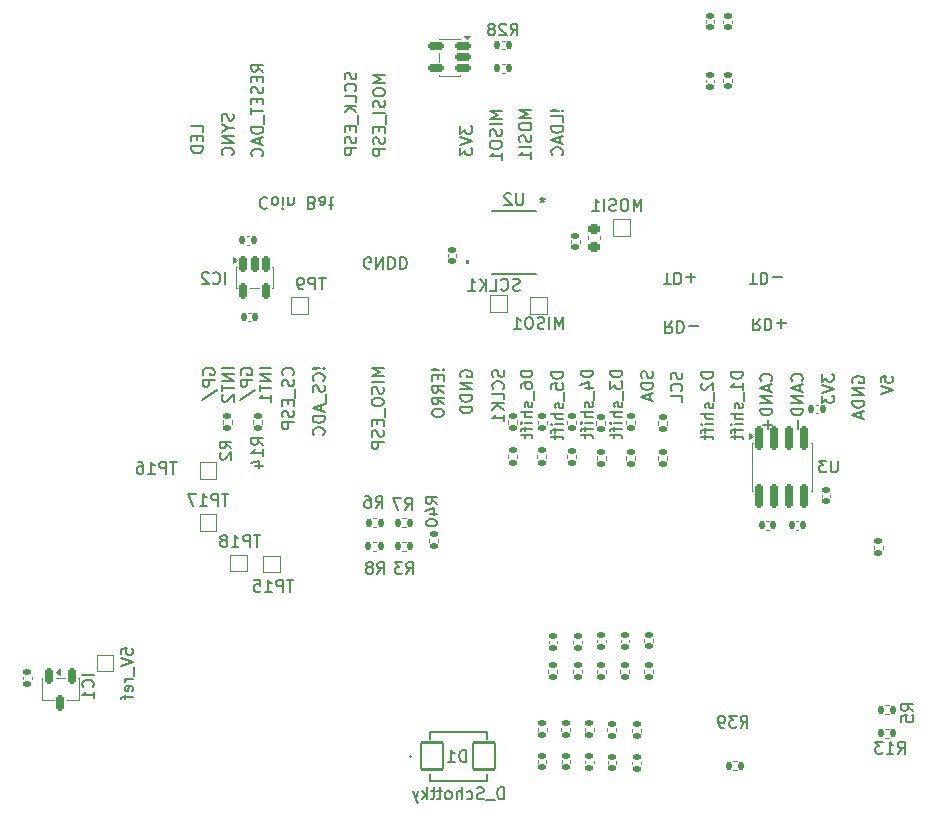
<source format=gbr>
%TF.GenerationSoftware,KiCad,Pcbnew,9.0.6*%
%TF.CreationDate,2026-02-09T18:54:36-05:00*%
%TF.ProjectId,main_board_v3,6d61696e-5f62-46f6-9172-645f76332e6b,rev?*%
%TF.SameCoordinates,Original*%
%TF.FileFunction,Legend,Bot*%
%TF.FilePolarity,Positive*%
%FSLAX46Y46*%
G04 Gerber Fmt 4.6, Leading zero omitted, Abs format (unit mm)*
G04 Created by KiCad (PCBNEW 9.0.6) date 2026-02-09 18:54:36*
%MOMM*%
%LPD*%
G01*
G04 APERTURE LIST*
G04 Aperture macros list*
%AMRoundRect*
0 Rectangle with rounded corners*
0 $1 Rounding radius*
0 $2 $3 $4 $5 $6 $7 $8 $9 X,Y pos of 4 corners*
0 Add a 4 corners polygon primitive as box body*
4,1,4,$2,$3,$4,$5,$6,$7,$8,$9,$2,$3,0*
0 Add four circle primitives for the rounded corners*
1,1,$1+$1,$2,$3*
1,1,$1+$1,$4,$5*
1,1,$1+$1,$6,$7*
1,1,$1+$1,$8,$9*
0 Add four rect primitives between the rounded corners*
20,1,$1+$1,$2,$3,$4,$5,0*
20,1,$1+$1,$4,$5,$6,$7,0*
20,1,$1+$1,$6,$7,$8,$9,0*
20,1,$1+$1,$8,$9,$2,$3,0*%
G04 Aperture macros list end*
%ADD10C,0.150000*%
%ADD11C,0.120000*%
%ADD12C,0.152400*%
%ADD13C,0.000000*%
%ADD14C,3.500000*%
%ADD15R,1.600000X1.600000*%
%ADD16C,1.600000*%
%ADD17R,1.300000X1.300000*%
%ADD18C,1.300000*%
%ADD19RoundRect,0.135000X0.185000X-0.135000X0.185000X0.135000X-0.185000X0.135000X-0.185000X-0.135000X0*%
%ADD20RoundRect,0.135000X-0.135000X-0.185000X0.135000X-0.185000X0.135000X0.185000X-0.135000X0.185000X0*%
%ADD21RoundRect,0.135000X0.135000X0.185000X-0.135000X0.185000X-0.135000X-0.185000X0.135000X-0.185000X0*%
%ADD22RoundRect,0.150000X-0.150000X0.512500X-0.150000X-0.512500X0.150000X-0.512500X0.150000X0.512500X0*%
%ADD23RoundRect,0.140000X0.140000X0.170000X-0.140000X0.170000X-0.140000X-0.170000X0.140000X-0.170000X0*%
%ADD24RoundRect,0.150000X-0.150000X0.825000X-0.150000X-0.825000X0.150000X-0.825000X0.150000X0.825000X0*%
%ADD25RoundRect,0.102000X-0.937000X-1.129900X0.937000X-1.129900X0.937000X1.129900X-0.937000X1.129900X0*%
%ADD26RoundRect,0.140000X-0.170000X0.140000X-0.170000X-0.140000X0.170000X-0.140000X0.170000X0.140000X0*%
%ADD27RoundRect,0.140000X0.170000X-0.140000X0.170000X0.140000X-0.170000X0.140000X-0.170000X-0.140000X0*%
%ADD28RoundRect,0.135000X-0.185000X0.135000X-0.185000X-0.135000X0.185000X-0.135000X0.185000X0.135000X0*%
%ADD29R,1.000000X1.000000*%
%ADD30RoundRect,0.140000X-0.140000X-0.170000X0.140000X-0.170000X0.140000X0.170000X-0.140000X0.170000X0*%
%ADD31RoundRect,0.225000X-0.250000X0.225000X-0.250000X-0.225000X0.250000X-0.225000X0.250000X0.225000X0*%
%ADD32RoundRect,0.150000X0.512500X0.150000X-0.512500X0.150000X-0.512500X-0.150000X0.512500X-0.150000X0*%
%ADD33R,1.473200X0.355600*%
G04 APERTURE END LIST*
D10*
X78274580Y-49336779D02*
X78322200Y-49384398D01*
X78322200Y-49384398D02*
X78369819Y-49336779D01*
X78369819Y-49336779D02*
X78322200Y-49289160D01*
X78322200Y-49289160D02*
X78274580Y-49336779D01*
X78274580Y-49336779D02*
X78369819Y-49336779D01*
X77988866Y-49336779D02*
X77417438Y-49289160D01*
X77417438Y-49289160D02*
X77369819Y-49336779D01*
X77369819Y-49336779D02*
X77417438Y-49384398D01*
X77417438Y-49384398D02*
X77988866Y-49336779D01*
X77988866Y-49336779D02*
X77369819Y-49336779D01*
X78274580Y-50384397D02*
X78322200Y-50336778D01*
X78322200Y-50336778D02*
X78369819Y-50193921D01*
X78369819Y-50193921D02*
X78369819Y-50098683D01*
X78369819Y-50098683D02*
X78322200Y-49955826D01*
X78322200Y-49955826D02*
X78226961Y-49860588D01*
X78226961Y-49860588D02*
X78131723Y-49812969D01*
X78131723Y-49812969D02*
X77941247Y-49765350D01*
X77941247Y-49765350D02*
X77798390Y-49765350D01*
X77798390Y-49765350D02*
X77607914Y-49812969D01*
X77607914Y-49812969D02*
X77512676Y-49860588D01*
X77512676Y-49860588D02*
X77417438Y-49955826D01*
X77417438Y-49955826D02*
X77369819Y-50098683D01*
X77369819Y-50098683D02*
X77369819Y-50193921D01*
X77369819Y-50193921D02*
X77417438Y-50336778D01*
X77417438Y-50336778D02*
X77465057Y-50384397D01*
X78322200Y-50765350D02*
X78369819Y-50908207D01*
X78369819Y-50908207D02*
X78369819Y-51146302D01*
X78369819Y-51146302D02*
X78322200Y-51241540D01*
X78322200Y-51241540D02*
X78274580Y-51289159D01*
X78274580Y-51289159D02*
X78179342Y-51336778D01*
X78179342Y-51336778D02*
X78084104Y-51336778D01*
X78084104Y-51336778D02*
X77988866Y-51289159D01*
X77988866Y-51289159D02*
X77941247Y-51241540D01*
X77941247Y-51241540D02*
X77893628Y-51146302D01*
X77893628Y-51146302D02*
X77846009Y-50955826D01*
X77846009Y-50955826D02*
X77798390Y-50860588D01*
X77798390Y-50860588D02*
X77750771Y-50812969D01*
X77750771Y-50812969D02*
X77655533Y-50765350D01*
X77655533Y-50765350D02*
X77560295Y-50765350D01*
X77560295Y-50765350D02*
X77465057Y-50812969D01*
X77465057Y-50812969D02*
X77417438Y-50860588D01*
X77417438Y-50860588D02*
X77369819Y-50955826D01*
X77369819Y-50955826D02*
X77369819Y-51193921D01*
X77369819Y-51193921D02*
X77417438Y-51336778D01*
X78465057Y-51527255D02*
X78465057Y-52289159D01*
X78084104Y-52479636D02*
X78084104Y-52955826D01*
X78369819Y-52384398D02*
X77369819Y-52717731D01*
X77369819Y-52717731D02*
X78369819Y-53051064D01*
X78369819Y-53384398D02*
X77369819Y-53384398D01*
X77369819Y-53384398D02*
X77369819Y-53622493D01*
X77369819Y-53622493D02*
X77417438Y-53765350D01*
X77417438Y-53765350D02*
X77512676Y-53860588D01*
X77512676Y-53860588D02*
X77607914Y-53908207D01*
X77607914Y-53908207D02*
X77798390Y-53955826D01*
X77798390Y-53955826D02*
X77941247Y-53955826D01*
X77941247Y-53955826D02*
X78131723Y-53908207D01*
X78131723Y-53908207D02*
X78226961Y-53860588D01*
X78226961Y-53860588D02*
X78322200Y-53765350D01*
X78322200Y-53765350D02*
X78369819Y-53622493D01*
X78369819Y-53622493D02*
X78369819Y-53384398D01*
X78274580Y-54955826D02*
X78322200Y-54908207D01*
X78322200Y-54908207D02*
X78369819Y-54765350D01*
X78369819Y-54765350D02*
X78369819Y-54670112D01*
X78369819Y-54670112D02*
X78322200Y-54527255D01*
X78322200Y-54527255D02*
X78226961Y-54432017D01*
X78226961Y-54432017D02*
X78131723Y-54384398D01*
X78131723Y-54384398D02*
X77941247Y-54336779D01*
X77941247Y-54336779D02*
X77798390Y-54336779D01*
X77798390Y-54336779D02*
X77607914Y-54384398D01*
X77607914Y-54384398D02*
X77512676Y-54432017D01*
X77512676Y-54432017D02*
X77417438Y-54527255D01*
X77417438Y-54527255D02*
X77369819Y-54670112D01*
X77369819Y-54670112D02*
X77369819Y-54765350D01*
X77369819Y-54765350D02*
X77417438Y-54908207D01*
X77417438Y-54908207D02*
X77465057Y-54955826D01*
X103569819Y-49536779D02*
X102569819Y-49536779D01*
X102569819Y-49536779D02*
X102569819Y-49774874D01*
X102569819Y-49774874D02*
X102617438Y-49917731D01*
X102617438Y-49917731D02*
X102712676Y-50012969D01*
X102712676Y-50012969D02*
X102807914Y-50060588D01*
X102807914Y-50060588D02*
X102998390Y-50108207D01*
X102998390Y-50108207D02*
X103141247Y-50108207D01*
X103141247Y-50108207D02*
X103331723Y-50060588D01*
X103331723Y-50060588D02*
X103426961Y-50012969D01*
X103426961Y-50012969D02*
X103522200Y-49917731D01*
X103522200Y-49917731D02*
X103569819Y-49774874D01*
X103569819Y-49774874D02*
X103569819Y-49536779D01*
X102569819Y-50441541D02*
X102569819Y-51060588D01*
X102569819Y-51060588D02*
X102950771Y-50727255D01*
X102950771Y-50727255D02*
X102950771Y-50870112D01*
X102950771Y-50870112D02*
X102998390Y-50965350D01*
X102998390Y-50965350D02*
X103046009Y-51012969D01*
X103046009Y-51012969D02*
X103141247Y-51060588D01*
X103141247Y-51060588D02*
X103379342Y-51060588D01*
X103379342Y-51060588D02*
X103474580Y-51012969D01*
X103474580Y-51012969D02*
X103522200Y-50965350D01*
X103522200Y-50965350D02*
X103569819Y-50870112D01*
X103569819Y-50870112D02*
X103569819Y-50584398D01*
X103569819Y-50584398D02*
X103522200Y-50489160D01*
X103522200Y-50489160D02*
X103474580Y-50441541D01*
X103665057Y-51251065D02*
X103665057Y-52012969D01*
X103522200Y-52203446D02*
X103569819Y-52298684D01*
X103569819Y-52298684D02*
X103569819Y-52489160D01*
X103569819Y-52489160D02*
X103522200Y-52584398D01*
X103522200Y-52584398D02*
X103426961Y-52632017D01*
X103426961Y-52632017D02*
X103379342Y-52632017D01*
X103379342Y-52632017D02*
X103284104Y-52584398D01*
X103284104Y-52584398D02*
X103236485Y-52489160D01*
X103236485Y-52489160D02*
X103236485Y-52346303D01*
X103236485Y-52346303D02*
X103188866Y-52251065D01*
X103188866Y-52251065D02*
X103093628Y-52203446D01*
X103093628Y-52203446D02*
X103046009Y-52203446D01*
X103046009Y-52203446D02*
X102950771Y-52251065D01*
X102950771Y-52251065D02*
X102903152Y-52346303D01*
X102903152Y-52346303D02*
X102903152Y-52489160D01*
X102903152Y-52489160D02*
X102950771Y-52584398D01*
X103569819Y-53060589D02*
X102569819Y-53060589D01*
X103569819Y-53489160D02*
X103046009Y-53489160D01*
X103046009Y-53489160D02*
X102950771Y-53441541D01*
X102950771Y-53441541D02*
X102903152Y-53346303D01*
X102903152Y-53346303D02*
X102903152Y-53203446D01*
X102903152Y-53203446D02*
X102950771Y-53108208D01*
X102950771Y-53108208D02*
X102998390Y-53060589D01*
X103569819Y-53965351D02*
X102903152Y-53965351D01*
X102569819Y-53965351D02*
X102617438Y-53917732D01*
X102617438Y-53917732D02*
X102665057Y-53965351D01*
X102665057Y-53965351D02*
X102617438Y-54012970D01*
X102617438Y-54012970D02*
X102569819Y-53965351D01*
X102569819Y-53965351D02*
X102665057Y-53965351D01*
X102903152Y-54298684D02*
X102903152Y-54679636D01*
X103569819Y-54441541D02*
X102712676Y-54441541D01*
X102712676Y-54441541D02*
X102617438Y-54489160D01*
X102617438Y-54489160D02*
X102569819Y-54584398D01*
X102569819Y-54584398D02*
X102569819Y-54679636D01*
X102903152Y-54870113D02*
X102903152Y-55251065D01*
X102569819Y-55012970D02*
X103426961Y-55012970D01*
X103426961Y-55012970D02*
X103522200Y-55060589D01*
X103522200Y-55060589D02*
X103569819Y-55155827D01*
X103569819Y-55155827D02*
X103569819Y-55251065D01*
X83469819Y-24536779D02*
X82469819Y-24536779D01*
X82469819Y-24536779D02*
X83184104Y-24870112D01*
X83184104Y-24870112D02*
X82469819Y-25203445D01*
X82469819Y-25203445D02*
X83469819Y-25203445D01*
X82469819Y-25870112D02*
X82469819Y-26060588D01*
X82469819Y-26060588D02*
X82517438Y-26155826D01*
X82517438Y-26155826D02*
X82612676Y-26251064D01*
X82612676Y-26251064D02*
X82803152Y-26298683D01*
X82803152Y-26298683D02*
X83136485Y-26298683D01*
X83136485Y-26298683D02*
X83326961Y-26251064D01*
X83326961Y-26251064D02*
X83422200Y-26155826D01*
X83422200Y-26155826D02*
X83469819Y-26060588D01*
X83469819Y-26060588D02*
X83469819Y-25870112D01*
X83469819Y-25870112D02*
X83422200Y-25774874D01*
X83422200Y-25774874D02*
X83326961Y-25679636D01*
X83326961Y-25679636D02*
X83136485Y-25632017D01*
X83136485Y-25632017D02*
X82803152Y-25632017D01*
X82803152Y-25632017D02*
X82612676Y-25679636D01*
X82612676Y-25679636D02*
X82517438Y-25774874D01*
X82517438Y-25774874D02*
X82469819Y-25870112D01*
X83422200Y-26679636D02*
X83469819Y-26822493D01*
X83469819Y-26822493D02*
X83469819Y-27060588D01*
X83469819Y-27060588D02*
X83422200Y-27155826D01*
X83422200Y-27155826D02*
X83374580Y-27203445D01*
X83374580Y-27203445D02*
X83279342Y-27251064D01*
X83279342Y-27251064D02*
X83184104Y-27251064D01*
X83184104Y-27251064D02*
X83088866Y-27203445D01*
X83088866Y-27203445D02*
X83041247Y-27155826D01*
X83041247Y-27155826D02*
X82993628Y-27060588D01*
X82993628Y-27060588D02*
X82946009Y-26870112D01*
X82946009Y-26870112D02*
X82898390Y-26774874D01*
X82898390Y-26774874D02*
X82850771Y-26727255D01*
X82850771Y-26727255D02*
X82755533Y-26679636D01*
X82755533Y-26679636D02*
X82660295Y-26679636D01*
X82660295Y-26679636D02*
X82565057Y-26727255D01*
X82565057Y-26727255D02*
X82517438Y-26774874D01*
X82517438Y-26774874D02*
X82469819Y-26870112D01*
X82469819Y-26870112D02*
X82469819Y-27108207D01*
X82469819Y-27108207D02*
X82517438Y-27251064D01*
X83469819Y-27679636D02*
X82469819Y-27679636D01*
X83565057Y-27917731D02*
X83565057Y-28679635D01*
X82946009Y-28917731D02*
X82946009Y-29251064D01*
X83469819Y-29393921D02*
X83469819Y-28917731D01*
X83469819Y-28917731D02*
X82469819Y-28917731D01*
X82469819Y-28917731D02*
X82469819Y-29393921D01*
X83422200Y-29774874D02*
X83469819Y-29917731D01*
X83469819Y-29917731D02*
X83469819Y-30155826D01*
X83469819Y-30155826D02*
X83422200Y-30251064D01*
X83422200Y-30251064D02*
X83374580Y-30298683D01*
X83374580Y-30298683D02*
X83279342Y-30346302D01*
X83279342Y-30346302D02*
X83184104Y-30346302D01*
X83184104Y-30346302D02*
X83088866Y-30298683D01*
X83088866Y-30298683D02*
X83041247Y-30251064D01*
X83041247Y-30251064D02*
X82993628Y-30155826D01*
X82993628Y-30155826D02*
X82946009Y-29965350D01*
X82946009Y-29965350D02*
X82898390Y-29870112D01*
X82898390Y-29870112D02*
X82850771Y-29822493D01*
X82850771Y-29822493D02*
X82755533Y-29774874D01*
X82755533Y-29774874D02*
X82660295Y-29774874D01*
X82660295Y-29774874D02*
X82565057Y-29822493D01*
X82565057Y-29822493D02*
X82517438Y-29870112D01*
X82517438Y-29870112D02*
X82469819Y-29965350D01*
X82469819Y-29965350D02*
X82469819Y-30203445D01*
X82469819Y-30203445D02*
X82517438Y-30346302D01*
X83469819Y-30774874D02*
X82469819Y-30774874D01*
X82469819Y-30774874D02*
X82469819Y-31155826D01*
X82469819Y-31155826D02*
X82517438Y-31251064D01*
X82517438Y-31251064D02*
X82565057Y-31298683D01*
X82565057Y-31298683D02*
X82660295Y-31346302D01*
X82660295Y-31346302D02*
X82803152Y-31346302D01*
X82803152Y-31346302D02*
X82898390Y-31298683D01*
X82898390Y-31298683D02*
X82946009Y-31251064D01*
X82946009Y-31251064D02*
X82993628Y-31155826D01*
X82993628Y-31155826D02*
X82993628Y-30774874D01*
X68107494Y-49860588D02*
X68059875Y-49765350D01*
X68059875Y-49765350D02*
X68059875Y-49622493D01*
X68059875Y-49622493D02*
X68107494Y-49479636D01*
X68107494Y-49479636D02*
X68202732Y-49384398D01*
X68202732Y-49384398D02*
X68297970Y-49336779D01*
X68297970Y-49336779D02*
X68488446Y-49289160D01*
X68488446Y-49289160D02*
X68631303Y-49289160D01*
X68631303Y-49289160D02*
X68821779Y-49336779D01*
X68821779Y-49336779D02*
X68917017Y-49384398D01*
X68917017Y-49384398D02*
X69012256Y-49479636D01*
X69012256Y-49479636D02*
X69059875Y-49622493D01*
X69059875Y-49622493D02*
X69059875Y-49717731D01*
X69059875Y-49717731D02*
X69012256Y-49860588D01*
X69012256Y-49860588D02*
X68964636Y-49908207D01*
X68964636Y-49908207D02*
X68631303Y-49908207D01*
X68631303Y-49908207D02*
X68631303Y-49717731D01*
X69059875Y-50336779D02*
X68059875Y-50336779D01*
X68059875Y-50336779D02*
X68059875Y-50717731D01*
X68059875Y-50717731D02*
X68107494Y-50812969D01*
X68107494Y-50812969D02*
X68155113Y-50860588D01*
X68155113Y-50860588D02*
X68250351Y-50908207D01*
X68250351Y-50908207D02*
X68393208Y-50908207D01*
X68393208Y-50908207D02*
X68488446Y-50860588D01*
X68488446Y-50860588D02*
X68536065Y-50812969D01*
X68536065Y-50812969D02*
X68583684Y-50717731D01*
X68583684Y-50717731D02*
X68583684Y-50336779D01*
X68012256Y-52051064D02*
X69297970Y-51193922D01*
X70669819Y-49336779D02*
X69669819Y-49336779D01*
X70669819Y-49812969D02*
X69669819Y-49812969D01*
X69669819Y-49812969D02*
X70669819Y-50384397D01*
X70669819Y-50384397D02*
X69669819Y-50384397D01*
X69669819Y-50717731D02*
X69669819Y-51289159D01*
X70669819Y-51003445D02*
X69669819Y-51003445D01*
X69765057Y-51574874D02*
X69717438Y-51622493D01*
X69717438Y-51622493D02*
X69669819Y-51717731D01*
X69669819Y-51717731D02*
X69669819Y-51955826D01*
X69669819Y-51955826D02*
X69717438Y-52051064D01*
X69717438Y-52051064D02*
X69765057Y-52098683D01*
X69765057Y-52098683D02*
X69860295Y-52146302D01*
X69860295Y-52146302D02*
X69955533Y-52146302D01*
X69955533Y-52146302D02*
X70098390Y-52098683D01*
X70098390Y-52098683D02*
X70669819Y-51527255D01*
X70669819Y-51527255D02*
X70669819Y-52146302D01*
X71307494Y-49860588D02*
X71259875Y-49765350D01*
X71259875Y-49765350D02*
X71259875Y-49622493D01*
X71259875Y-49622493D02*
X71307494Y-49479636D01*
X71307494Y-49479636D02*
X71402732Y-49384398D01*
X71402732Y-49384398D02*
X71497970Y-49336779D01*
X71497970Y-49336779D02*
X71688446Y-49289160D01*
X71688446Y-49289160D02*
X71831303Y-49289160D01*
X71831303Y-49289160D02*
X72021779Y-49336779D01*
X72021779Y-49336779D02*
X72117017Y-49384398D01*
X72117017Y-49384398D02*
X72212256Y-49479636D01*
X72212256Y-49479636D02*
X72259875Y-49622493D01*
X72259875Y-49622493D02*
X72259875Y-49717731D01*
X72259875Y-49717731D02*
X72212256Y-49860588D01*
X72212256Y-49860588D02*
X72164636Y-49908207D01*
X72164636Y-49908207D02*
X71831303Y-49908207D01*
X71831303Y-49908207D02*
X71831303Y-49717731D01*
X72259875Y-50336779D02*
X71259875Y-50336779D01*
X71259875Y-50336779D02*
X71259875Y-50717731D01*
X71259875Y-50717731D02*
X71307494Y-50812969D01*
X71307494Y-50812969D02*
X71355113Y-50860588D01*
X71355113Y-50860588D02*
X71450351Y-50908207D01*
X71450351Y-50908207D02*
X71593208Y-50908207D01*
X71593208Y-50908207D02*
X71688446Y-50860588D01*
X71688446Y-50860588D02*
X71736065Y-50812969D01*
X71736065Y-50812969D02*
X71783684Y-50717731D01*
X71783684Y-50717731D02*
X71783684Y-50336779D01*
X71212256Y-52051064D02*
X72497970Y-51193922D01*
X73869819Y-49336779D02*
X72869819Y-49336779D01*
X73869819Y-49812969D02*
X72869819Y-49812969D01*
X72869819Y-49812969D02*
X73869819Y-50384397D01*
X73869819Y-50384397D02*
X72869819Y-50384397D01*
X72869819Y-50717731D02*
X72869819Y-51289159D01*
X73869819Y-51003445D02*
X72869819Y-51003445D01*
X73869819Y-52146302D02*
X73869819Y-51574874D01*
X73869819Y-51860588D02*
X72869819Y-51860588D01*
X72869819Y-51860588D02*
X73012676Y-51765350D01*
X73012676Y-51765350D02*
X73107914Y-51670112D01*
X73107914Y-51670112D02*
X73155533Y-51574874D01*
X68069819Y-29312969D02*
X68069819Y-28836779D01*
X68069819Y-28836779D02*
X67069819Y-28836779D01*
X67546009Y-29646303D02*
X67546009Y-29979636D01*
X68069819Y-30122493D02*
X68069819Y-29646303D01*
X68069819Y-29646303D02*
X67069819Y-29646303D01*
X67069819Y-29646303D02*
X67069819Y-30122493D01*
X68069819Y-30551065D02*
X67069819Y-30551065D01*
X67069819Y-30551065D02*
X67069819Y-30789160D01*
X67069819Y-30789160D02*
X67117438Y-30932017D01*
X67117438Y-30932017D02*
X67212676Y-31027255D01*
X67212676Y-31027255D02*
X67307914Y-31074874D01*
X67307914Y-31074874D02*
X67498390Y-31122493D01*
X67498390Y-31122493D02*
X67641247Y-31122493D01*
X67641247Y-31122493D02*
X67831723Y-31074874D01*
X67831723Y-31074874D02*
X67926961Y-31027255D01*
X67926961Y-31027255D02*
X68022200Y-30932017D01*
X68022200Y-30932017D02*
X68069819Y-30789160D01*
X68069819Y-30789160D02*
X68069819Y-30551065D01*
X111269819Y-49636779D02*
X110269819Y-49636779D01*
X110269819Y-49636779D02*
X110269819Y-49874874D01*
X110269819Y-49874874D02*
X110317438Y-50017731D01*
X110317438Y-50017731D02*
X110412676Y-50112969D01*
X110412676Y-50112969D02*
X110507914Y-50160588D01*
X110507914Y-50160588D02*
X110698390Y-50208207D01*
X110698390Y-50208207D02*
X110841247Y-50208207D01*
X110841247Y-50208207D02*
X111031723Y-50160588D01*
X111031723Y-50160588D02*
X111126961Y-50112969D01*
X111126961Y-50112969D02*
X111222200Y-50017731D01*
X111222200Y-50017731D02*
X111269819Y-49874874D01*
X111269819Y-49874874D02*
X111269819Y-49636779D01*
X110365057Y-50589160D02*
X110317438Y-50636779D01*
X110317438Y-50636779D02*
X110269819Y-50732017D01*
X110269819Y-50732017D02*
X110269819Y-50970112D01*
X110269819Y-50970112D02*
X110317438Y-51065350D01*
X110317438Y-51065350D02*
X110365057Y-51112969D01*
X110365057Y-51112969D02*
X110460295Y-51160588D01*
X110460295Y-51160588D02*
X110555533Y-51160588D01*
X110555533Y-51160588D02*
X110698390Y-51112969D01*
X110698390Y-51112969D02*
X111269819Y-50541541D01*
X111269819Y-50541541D02*
X111269819Y-51160588D01*
X111365057Y-51351065D02*
X111365057Y-52112969D01*
X111222200Y-52303446D02*
X111269819Y-52398684D01*
X111269819Y-52398684D02*
X111269819Y-52589160D01*
X111269819Y-52589160D02*
X111222200Y-52684398D01*
X111222200Y-52684398D02*
X111126961Y-52732017D01*
X111126961Y-52732017D02*
X111079342Y-52732017D01*
X111079342Y-52732017D02*
X110984104Y-52684398D01*
X110984104Y-52684398D02*
X110936485Y-52589160D01*
X110936485Y-52589160D02*
X110936485Y-52446303D01*
X110936485Y-52446303D02*
X110888866Y-52351065D01*
X110888866Y-52351065D02*
X110793628Y-52303446D01*
X110793628Y-52303446D02*
X110746009Y-52303446D01*
X110746009Y-52303446D02*
X110650771Y-52351065D01*
X110650771Y-52351065D02*
X110603152Y-52446303D01*
X110603152Y-52446303D02*
X110603152Y-52589160D01*
X110603152Y-52589160D02*
X110650771Y-52684398D01*
X111269819Y-53160589D02*
X110269819Y-53160589D01*
X111269819Y-53589160D02*
X110746009Y-53589160D01*
X110746009Y-53589160D02*
X110650771Y-53541541D01*
X110650771Y-53541541D02*
X110603152Y-53446303D01*
X110603152Y-53446303D02*
X110603152Y-53303446D01*
X110603152Y-53303446D02*
X110650771Y-53208208D01*
X110650771Y-53208208D02*
X110698390Y-53160589D01*
X111269819Y-54065351D02*
X110603152Y-54065351D01*
X110269819Y-54065351D02*
X110317438Y-54017732D01*
X110317438Y-54017732D02*
X110365057Y-54065351D01*
X110365057Y-54065351D02*
X110317438Y-54112970D01*
X110317438Y-54112970D02*
X110269819Y-54065351D01*
X110269819Y-54065351D02*
X110365057Y-54065351D01*
X110603152Y-54398684D02*
X110603152Y-54779636D01*
X111269819Y-54541541D02*
X110412676Y-54541541D01*
X110412676Y-54541541D02*
X110317438Y-54589160D01*
X110317438Y-54589160D02*
X110269819Y-54684398D01*
X110269819Y-54684398D02*
X110269819Y-54779636D01*
X110603152Y-54970113D02*
X110603152Y-55351065D01*
X110269819Y-55112970D02*
X111126961Y-55112970D01*
X111126961Y-55112970D02*
X111222200Y-55160589D01*
X111222200Y-55160589D02*
X111269819Y-55255827D01*
X111269819Y-55255827D02*
X111269819Y-55351065D01*
X75674580Y-49908207D02*
X75722200Y-49860588D01*
X75722200Y-49860588D02*
X75769819Y-49717731D01*
X75769819Y-49717731D02*
X75769819Y-49622493D01*
X75769819Y-49622493D02*
X75722200Y-49479636D01*
X75722200Y-49479636D02*
X75626961Y-49384398D01*
X75626961Y-49384398D02*
X75531723Y-49336779D01*
X75531723Y-49336779D02*
X75341247Y-49289160D01*
X75341247Y-49289160D02*
X75198390Y-49289160D01*
X75198390Y-49289160D02*
X75007914Y-49336779D01*
X75007914Y-49336779D02*
X74912676Y-49384398D01*
X74912676Y-49384398D02*
X74817438Y-49479636D01*
X74817438Y-49479636D02*
X74769819Y-49622493D01*
X74769819Y-49622493D02*
X74769819Y-49717731D01*
X74769819Y-49717731D02*
X74817438Y-49860588D01*
X74817438Y-49860588D02*
X74865057Y-49908207D01*
X75722200Y-50289160D02*
X75769819Y-50432017D01*
X75769819Y-50432017D02*
X75769819Y-50670112D01*
X75769819Y-50670112D02*
X75722200Y-50765350D01*
X75722200Y-50765350D02*
X75674580Y-50812969D01*
X75674580Y-50812969D02*
X75579342Y-50860588D01*
X75579342Y-50860588D02*
X75484104Y-50860588D01*
X75484104Y-50860588D02*
X75388866Y-50812969D01*
X75388866Y-50812969D02*
X75341247Y-50765350D01*
X75341247Y-50765350D02*
X75293628Y-50670112D01*
X75293628Y-50670112D02*
X75246009Y-50479636D01*
X75246009Y-50479636D02*
X75198390Y-50384398D01*
X75198390Y-50384398D02*
X75150771Y-50336779D01*
X75150771Y-50336779D02*
X75055533Y-50289160D01*
X75055533Y-50289160D02*
X74960295Y-50289160D01*
X74960295Y-50289160D02*
X74865057Y-50336779D01*
X74865057Y-50336779D02*
X74817438Y-50384398D01*
X74817438Y-50384398D02*
X74769819Y-50479636D01*
X74769819Y-50479636D02*
X74769819Y-50717731D01*
X74769819Y-50717731D02*
X74817438Y-50860588D01*
X75865057Y-51051065D02*
X75865057Y-51812969D01*
X75246009Y-52051065D02*
X75246009Y-52384398D01*
X75769819Y-52527255D02*
X75769819Y-52051065D01*
X75769819Y-52051065D02*
X74769819Y-52051065D01*
X74769819Y-52051065D02*
X74769819Y-52527255D01*
X75722200Y-52908208D02*
X75769819Y-53051065D01*
X75769819Y-53051065D02*
X75769819Y-53289160D01*
X75769819Y-53289160D02*
X75722200Y-53384398D01*
X75722200Y-53384398D02*
X75674580Y-53432017D01*
X75674580Y-53432017D02*
X75579342Y-53479636D01*
X75579342Y-53479636D02*
X75484104Y-53479636D01*
X75484104Y-53479636D02*
X75388866Y-53432017D01*
X75388866Y-53432017D02*
X75341247Y-53384398D01*
X75341247Y-53384398D02*
X75293628Y-53289160D01*
X75293628Y-53289160D02*
X75246009Y-53098684D01*
X75246009Y-53098684D02*
X75198390Y-53003446D01*
X75198390Y-53003446D02*
X75150771Y-52955827D01*
X75150771Y-52955827D02*
X75055533Y-52908208D01*
X75055533Y-52908208D02*
X74960295Y-52908208D01*
X74960295Y-52908208D02*
X74865057Y-52955827D01*
X74865057Y-52955827D02*
X74817438Y-53003446D01*
X74817438Y-53003446D02*
X74769819Y-53098684D01*
X74769819Y-53098684D02*
X74769819Y-53336779D01*
X74769819Y-53336779D02*
X74817438Y-53479636D01*
X75769819Y-53908208D02*
X74769819Y-53908208D01*
X74769819Y-53908208D02*
X74769819Y-54289160D01*
X74769819Y-54289160D02*
X74817438Y-54384398D01*
X74817438Y-54384398D02*
X74865057Y-54432017D01*
X74865057Y-54432017D02*
X74960295Y-54479636D01*
X74960295Y-54479636D02*
X75103152Y-54479636D01*
X75103152Y-54479636D02*
X75198390Y-54432017D01*
X75198390Y-54432017D02*
X75246009Y-54384398D01*
X75246009Y-54384398D02*
X75293628Y-54289160D01*
X75293628Y-54289160D02*
X75293628Y-53908208D01*
X93522200Y-49489160D02*
X93569819Y-49632017D01*
X93569819Y-49632017D02*
X93569819Y-49870112D01*
X93569819Y-49870112D02*
X93522200Y-49965350D01*
X93522200Y-49965350D02*
X93474580Y-50012969D01*
X93474580Y-50012969D02*
X93379342Y-50060588D01*
X93379342Y-50060588D02*
X93284104Y-50060588D01*
X93284104Y-50060588D02*
X93188866Y-50012969D01*
X93188866Y-50012969D02*
X93141247Y-49965350D01*
X93141247Y-49965350D02*
X93093628Y-49870112D01*
X93093628Y-49870112D02*
X93046009Y-49679636D01*
X93046009Y-49679636D02*
X92998390Y-49584398D01*
X92998390Y-49584398D02*
X92950771Y-49536779D01*
X92950771Y-49536779D02*
X92855533Y-49489160D01*
X92855533Y-49489160D02*
X92760295Y-49489160D01*
X92760295Y-49489160D02*
X92665057Y-49536779D01*
X92665057Y-49536779D02*
X92617438Y-49584398D01*
X92617438Y-49584398D02*
X92569819Y-49679636D01*
X92569819Y-49679636D02*
X92569819Y-49917731D01*
X92569819Y-49917731D02*
X92617438Y-50060588D01*
X93474580Y-51060588D02*
X93522200Y-51012969D01*
X93522200Y-51012969D02*
X93569819Y-50870112D01*
X93569819Y-50870112D02*
X93569819Y-50774874D01*
X93569819Y-50774874D02*
X93522200Y-50632017D01*
X93522200Y-50632017D02*
X93426961Y-50536779D01*
X93426961Y-50536779D02*
X93331723Y-50489160D01*
X93331723Y-50489160D02*
X93141247Y-50441541D01*
X93141247Y-50441541D02*
X92998390Y-50441541D01*
X92998390Y-50441541D02*
X92807914Y-50489160D01*
X92807914Y-50489160D02*
X92712676Y-50536779D01*
X92712676Y-50536779D02*
X92617438Y-50632017D01*
X92617438Y-50632017D02*
X92569819Y-50774874D01*
X92569819Y-50774874D02*
X92569819Y-50870112D01*
X92569819Y-50870112D02*
X92617438Y-51012969D01*
X92617438Y-51012969D02*
X92665057Y-51060588D01*
X93569819Y-51965350D02*
X93569819Y-51489160D01*
X93569819Y-51489160D02*
X92569819Y-51489160D01*
X93569819Y-52298684D02*
X92569819Y-52298684D01*
X93569819Y-52870112D02*
X92998390Y-52441541D01*
X92569819Y-52870112D02*
X93141247Y-52298684D01*
X93569819Y-53822493D02*
X93569819Y-53251065D01*
X93569819Y-53536779D02*
X92569819Y-53536779D01*
X92569819Y-53536779D02*
X92712676Y-53441541D01*
X92712676Y-53441541D02*
X92807914Y-53346303D01*
X92807914Y-53346303D02*
X92855533Y-53251065D01*
X125469819Y-50512969D02*
X125469819Y-50036779D01*
X125469819Y-50036779D02*
X125946009Y-49989160D01*
X125946009Y-49989160D02*
X125898390Y-50036779D01*
X125898390Y-50036779D02*
X125850771Y-50132017D01*
X125850771Y-50132017D02*
X125850771Y-50370112D01*
X125850771Y-50370112D02*
X125898390Y-50465350D01*
X125898390Y-50465350D02*
X125946009Y-50512969D01*
X125946009Y-50512969D02*
X126041247Y-50560588D01*
X126041247Y-50560588D02*
X126279342Y-50560588D01*
X126279342Y-50560588D02*
X126374580Y-50512969D01*
X126374580Y-50512969D02*
X126422200Y-50465350D01*
X126422200Y-50465350D02*
X126469819Y-50370112D01*
X126469819Y-50370112D02*
X126469819Y-50132017D01*
X126469819Y-50132017D02*
X126422200Y-50036779D01*
X126422200Y-50036779D02*
X126374580Y-49989160D01*
X125469819Y-50846303D02*
X126469819Y-51179636D01*
X126469819Y-51179636D02*
X125469819Y-51512969D01*
X107093922Y-42230180D02*
X107665350Y-42230180D01*
X107379636Y-41230180D02*
X107379636Y-42230180D01*
X107998684Y-41230180D02*
X107998684Y-42230180D01*
X107998684Y-42230180D02*
X108236779Y-42230180D01*
X108236779Y-42230180D02*
X108379636Y-42182561D01*
X108379636Y-42182561D02*
X108474874Y-42087323D01*
X108474874Y-42087323D02*
X108522493Y-41992085D01*
X108522493Y-41992085D02*
X108570112Y-41801609D01*
X108570112Y-41801609D02*
X108570112Y-41658752D01*
X108570112Y-41658752D02*
X108522493Y-41468276D01*
X108522493Y-41468276D02*
X108474874Y-41373038D01*
X108474874Y-41373038D02*
X108379636Y-41277800D01*
X108379636Y-41277800D02*
X108236779Y-41230180D01*
X108236779Y-41230180D02*
X107998684Y-41230180D01*
X108998684Y-41611133D02*
X109760589Y-41611133D01*
X109379636Y-41230180D02*
X109379636Y-41992085D01*
X81022200Y-24289160D02*
X81069819Y-24432017D01*
X81069819Y-24432017D02*
X81069819Y-24670112D01*
X81069819Y-24670112D02*
X81022200Y-24765350D01*
X81022200Y-24765350D02*
X80974580Y-24812969D01*
X80974580Y-24812969D02*
X80879342Y-24860588D01*
X80879342Y-24860588D02*
X80784104Y-24860588D01*
X80784104Y-24860588D02*
X80688866Y-24812969D01*
X80688866Y-24812969D02*
X80641247Y-24765350D01*
X80641247Y-24765350D02*
X80593628Y-24670112D01*
X80593628Y-24670112D02*
X80546009Y-24479636D01*
X80546009Y-24479636D02*
X80498390Y-24384398D01*
X80498390Y-24384398D02*
X80450771Y-24336779D01*
X80450771Y-24336779D02*
X80355533Y-24289160D01*
X80355533Y-24289160D02*
X80260295Y-24289160D01*
X80260295Y-24289160D02*
X80165057Y-24336779D01*
X80165057Y-24336779D02*
X80117438Y-24384398D01*
X80117438Y-24384398D02*
X80069819Y-24479636D01*
X80069819Y-24479636D02*
X80069819Y-24717731D01*
X80069819Y-24717731D02*
X80117438Y-24860588D01*
X80974580Y-25860588D02*
X81022200Y-25812969D01*
X81022200Y-25812969D02*
X81069819Y-25670112D01*
X81069819Y-25670112D02*
X81069819Y-25574874D01*
X81069819Y-25574874D02*
X81022200Y-25432017D01*
X81022200Y-25432017D02*
X80926961Y-25336779D01*
X80926961Y-25336779D02*
X80831723Y-25289160D01*
X80831723Y-25289160D02*
X80641247Y-25241541D01*
X80641247Y-25241541D02*
X80498390Y-25241541D01*
X80498390Y-25241541D02*
X80307914Y-25289160D01*
X80307914Y-25289160D02*
X80212676Y-25336779D01*
X80212676Y-25336779D02*
X80117438Y-25432017D01*
X80117438Y-25432017D02*
X80069819Y-25574874D01*
X80069819Y-25574874D02*
X80069819Y-25670112D01*
X80069819Y-25670112D02*
X80117438Y-25812969D01*
X80117438Y-25812969D02*
X80165057Y-25860588D01*
X81069819Y-26765350D02*
X81069819Y-26289160D01*
X81069819Y-26289160D02*
X80069819Y-26289160D01*
X81069819Y-27098684D02*
X80069819Y-27098684D01*
X81069819Y-27670112D02*
X80498390Y-27241541D01*
X80069819Y-27670112D02*
X80641247Y-27098684D01*
X81165057Y-27860589D02*
X81165057Y-28622493D01*
X80546009Y-28860589D02*
X80546009Y-29193922D01*
X81069819Y-29336779D02*
X81069819Y-28860589D01*
X81069819Y-28860589D02*
X80069819Y-28860589D01*
X80069819Y-28860589D02*
X80069819Y-29336779D01*
X81022200Y-29717732D02*
X81069819Y-29860589D01*
X81069819Y-29860589D02*
X81069819Y-30098684D01*
X81069819Y-30098684D02*
X81022200Y-30193922D01*
X81022200Y-30193922D02*
X80974580Y-30241541D01*
X80974580Y-30241541D02*
X80879342Y-30289160D01*
X80879342Y-30289160D02*
X80784104Y-30289160D01*
X80784104Y-30289160D02*
X80688866Y-30241541D01*
X80688866Y-30241541D02*
X80641247Y-30193922D01*
X80641247Y-30193922D02*
X80593628Y-30098684D01*
X80593628Y-30098684D02*
X80546009Y-29908208D01*
X80546009Y-29908208D02*
X80498390Y-29812970D01*
X80498390Y-29812970D02*
X80450771Y-29765351D01*
X80450771Y-29765351D02*
X80355533Y-29717732D01*
X80355533Y-29717732D02*
X80260295Y-29717732D01*
X80260295Y-29717732D02*
X80165057Y-29765351D01*
X80165057Y-29765351D02*
X80117438Y-29812970D01*
X80117438Y-29812970D02*
X80069819Y-29908208D01*
X80069819Y-29908208D02*
X80069819Y-30146303D01*
X80069819Y-30146303D02*
X80117438Y-30289160D01*
X81069819Y-30717732D02*
X80069819Y-30717732D01*
X80069819Y-30717732D02*
X80069819Y-31098684D01*
X80069819Y-31098684D02*
X80117438Y-31193922D01*
X80117438Y-31193922D02*
X80165057Y-31241541D01*
X80165057Y-31241541D02*
X80260295Y-31289160D01*
X80260295Y-31289160D02*
X80403152Y-31289160D01*
X80403152Y-31289160D02*
X80498390Y-31241541D01*
X80498390Y-31241541D02*
X80546009Y-31193922D01*
X80546009Y-31193922D02*
X80593628Y-31098684D01*
X80593628Y-31098684D02*
X80593628Y-30717732D01*
X73169819Y-24208207D02*
X72693628Y-23874874D01*
X73169819Y-23636779D02*
X72169819Y-23636779D01*
X72169819Y-23636779D02*
X72169819Y-24017731D01*
X72169819Y-24017731D02*
X72217438Y-24112969D01*
X72217438Y-24112969D02*
X72265057Y-24160588D01*
X72265057Y-24160588D02*
X72360295Y-24208207D01*
X72360295Y-24208207D02*
X72503152Y-24208207D01*
X72503152Y-24208207D02*
X72598390Y-24160588D01*
X72598390Y-24160588D02*
X72646009Y-24112969D01*
X72646009Y-24112969D02*
X72693628Y-24017731D01*
X72693628Y-24017731D02*
X72693628Y-23636779D01*
X72646009Y-24636779D02*
X72646009Y-24970112D01*
X73169819Y-25112969D02*
X73169819Y-24636779D01*
X73169819Y-24636779D02*
X72169819Y-24636779D01*
X72169819Y-24636779D02*
X72169819Y-25112969D01*
X73122200Y-25493922D02*
X73169819Y-25636779D01*
X73169819Y-25636779D02*
X73169819Y-25874874D01*
X73169819Y-25874874D02*
X73122200Y-25970112D01*
X73122200Y-25970112D02*
X73074580Y-26017731D01*
X73074580Y-26017731D02*
X72979342Y-26065350D01*
X72979342Y-26065350D02*
X72884104Y-26065350D01*
X72884104Y-26065350D02*
X72788866Y-26017731D01*
X72788866Y-26017731D02*
X72741247Y-25970112D01*
X72741247Y-25970112D02*
X72693628Y-25874874D01*
X72693628Y-25874874D02*
X72646009Y-25684398D01*
X72646009Y-25684398D02*
X72598390Y-25589160D01*
X72598390Y-25589160D02*
X72550771Y-25541541D01*
X72550771Y-25541541D02*
X72455533Y-25493922D01*
X72455533Y-25493922D02*
X72360295Y-25493922D01*
X72360295Y-25493922D02*
X72265057Y-25541541D01*
X72265057Y-25541541D02*
X72217438Y-25589160D01*
X72217438Y-25589160D02*
X72169819Y-25684398D01*
X72169819Y-25684398D02*
X72169819Y-25922493D01*
X72169819Y-25922493D02*
X72217438Y-26065350D01*
X72646009Y-26493922D02*
X72646009Y-26827255D01*
X73169819Y-26970112D02*
X73169819Y-26493922D01*
X73169819Y-26493922D02*
X72169819Y-26493922D01*
X72169819Y-26493922D02*
X72169819Y-26970112D01*
X72169819Y-27255827D02*
X72169819Y-27827255D01*
X73169819Y-27541541D02*
X72169819Y-27541541D01*
X73265057Y-27922494D02*
X73265057Y-28684398D01*
X73169819Y-28922494D02*
X72169819Y-28922494D01*
X72169819Y-28922494D02*
X72169819Y-29160589D01*
X72169819Y-29160589D02*
X72217438Y-29303446D01*
X72217438Y-29303446D02*
X72312676Y-29398684D01*
X72312676Y-29398684D02*
X72407914Y-29446303D01*
X72407914Y-29446303D02*
X72598390Y-29493922D01*
X72598390Y-29493922D02*
X72741247Y-29493922D01*
X72741247Y-29493922D02*
X72931723Y-29446303D01*
X72931723Y-29446303D02*
X73026961Y-29398684D01*
X73026961Y-29398684D02*
X73122200Y-29303446D01*
X73122200Y-29303446D02*
X73169819Y-29160589D01*
X73169819Y-29160589D02*
X73169819Y-28922494D01*
X72884104Y-29874875D02*
X72884104Y-30351065D01*
X73169819Y-29779637D02*
X72169819Y-30112970D01*
X72169819Y-30112970D02*
X73169819Y-30446303D01*
X73074580Y-31351065D02*
X73122200Y-31303446D01*
X73122200Y-31303446D02*
X73169819Y-31160589D01*
X73169819Y-31160589D02*
X73169819Y-31065351D01*
X73169819Y-31065351D02*
X73122200Y-30922494D01*
X73122200Y-30922494D02*
X73026961Y-30827256D01*
X73026961Y-30827256D02*
X72931723Y-30779637D01*
X72931723Y-30779637D02*
X72741247Y-30732018D01*
X72741247Y-30732018D02*
X72598390Y-30732018D01*
X72598390Y-30732018D02*
X72407914Y-30779637D01*
X72407914Y-30779637D02*
X72312676Y-30827256D01*
X72312676Y-30827256D02*
X72217438Y-30922494D01*
X72217438Y-30922494D02*
X72169819Y-31065351D01*
X72169819Y-31065351D02*
X72169819Y-31160589D01*
X72169819Y-31160589D02*
X72217438Y-31303446D01*
X72217438Y-31303446D02*
X72265057Y-31351065D01*
X82260588Y-40882561D02*
X82165350Y-40930180D01*
X82165350Y-40930180D02*
X82022493Y-40930180D01*
X82022493Y-40930180D02*
X81879636Y-40882561D01*
X81879636Y-40882561D02*
X81784398Y-40787323D01*
X81784398Y-40787323D02*
X81736779Y-40692085D01*
X81736779Y-40692085D02*
X81689160Y-40501609D01*
X81689160Y-40501609D02*
X81689160Y-40358752D01*
X81689160Y-40358752D02*
X81736779Y-40168276D01*
X81736779Y-40168276D02*
X81784398Y-40073038D01*
X81784398Y-40073038D02*
X81879636Y-39977800D01*
X81879636Y-39977800D02*
X82022493Y-39930180D01*
X82022493Y-39930180D02*
X82117731Y-39930180D01*
X82117731Y-39930180D02*
X82260588Y-39977800D01*
X82260588Y-39977800D02*
X82308207Y-40025419D01*
X82308207Y-40025419D02*
X82308207Y-40358752D01*
X82308207Y-40358752D02*
X82117731Y-40358752D01*
X82736779Y-39930180D02*
X82736779Y-40930180D01*
X82736779Y-40930180D02*
X83308207Y-39930180D01*
X83308207Y-39930180D02*
X83308207Y-40930180D01*
X83784398Y-39930180D02*
X83784398Y-40930180D01*
X83784398Y-40930180D02*
X84022493Y-40930180D01*
X84022493Y-40930180D02*
X84165350Y-40882561D01*
X84165350Y-40882561D02*
X84260588Y-40787323D01*
X84260588Y-40787323D02*
X84308207Y-40692085D01*
X84308207Y-40692085D02*
X84355826Y-40501609D01*
X84355826Y-40501609D02*
X84355826Y-40358752D01*
X84355826Y-40358752D02*
X84308207Y-40168276D01*
X84308207Y-40168276D02*
X84260588Y-40073038D01*
X84260588Y-40073038D02*
X84165350Y-39977800D01*
X84165350Y-39977800D02*
X84022493Y-39930180D01*
X84022493Y-39930180D02*
X83784398Y-39930180D01*
X84784398Y-39930180D02*
X84784398Y-40930180D01*
X84784398Y-40930180D02*
X85022493Y-40930180D01*
X85022493Y-40930180D02*
X85165350Y-40882561D01*
X85165350Y-40882561D02*
X85260588Y-40787323D01*
X85260588Y-40787323D02*
X85308207Y-40692085D01*
X85308207Y-40692085D02*
X85355826Y-40501609D01*
X85355826Y-40501609D02*
X85355826Y-40358752D01*
X85355826Y-40358752D02*
X85308207Y-40168276D01*
X85308207Y-40168276D02*
X85260588Y-40073038D01*
X85260588Y-40073038D02*
X85165350Y-39977800D01*
X85165350Y-39977800D02*
X85022493Y-39930180D01*
X85022493Y-39930180D02*
X84784398Y-39930180D01*
X115208207Y-45130180D02*
X114874874Y-45606371D01*
X114636779Y-45130180D02*
X114636779Y-46130180D01*
X114636779Y-46130180D02*
X115017731Y-46130180D01*
X115017731Y-46130180D02*
X115112969Y-46082561D01*
X115112969Y-46082561D02*
X115160588Y-46034942D01*
X115160588Y-46034942D02*
X115208207Y-45939704D01*
X115208207Y-45939704D02*
X115208207Y-45796847D01*
X115208207Y-45796847D02*
X115160588Y-45701609D01*
X115160588Y-45701609D02*
X115112969Y-45653990D01*
X115112969Y-45653990D02*
X115017731Y-45606371D01*
X115017731Y-45606371D02*
X114636779Y-45606371D01*
X115636779Y-45130180D02*
X115636779Y-46130180D01*
X115636779Y-46130180D02*
X115874874Y-46130180D01*
X115874874Y-46130180D02*
X116017731Y-46082561D01*
X116017731Y-46082561D02*
X116112969Y-45987323D01*
X116112969Y-45987323D02*
X116160588Y-45892085D01*
X116160588Y-45892085D02*
X116208207Y-45701609D01*
X116208207Y-45701609D02*
X116208207Y-45558752D01*
X116208207Y-45558752D02*
X116160588Y-45368276D01*
X116160588Y-45368276D02*
X116112969Y-45273038D01*
X116112969Y-45273038D02*
X116017731Y-45177800D01*
X116017731Y-45177800D02*
X115874874Y-45130180D01*
X115874874Y-45130180D02*
X115636779Y-45130180D01*
X116636779Y-45511133D02*
X117398684Y-45511133D01*
X117017731Y-45130180D02*
X117017731Y-45892085D01*
X123117438Y-50560588D02*
X123069819Y-50465350D01*
X123069819Y-50465350D02*
X123069819Y-50322493D01*
X123069819Y-50322493D02*
X123117438Y-50179636D01*
X123117438Y-50179636D02*
X123212676Y-50084398D01*
X123212676Y-50084398D02*
X123307914Y-50036779D01*
X123307914Y-50036779D02*
X123498390Y-49989160D01*
X123498390Y-49989160D02*
X123641247Y-49989160D01*
X123641247Y-49989160D02*
X123831723Y-50036779D01*
X123831723Y-50036779D02*
X123926961Y-50084398D01*
X123926961Y-50084398D02*
X124022200Y-50179636D01*
X124022200Y-50179636D02*
X124069819Y-50322493D01*
X124069819Y-50322493D02*
X124069819Y-50417731D01*
X124069819Y-50417731D02*
X124022200Y-50560588D01*
X124022200Y-50560588D02*
X123974580Y-50608207D01*
X123974580Y-50608207D02*
X123641247Y-50608207D01*
X123641247Y-50608207D02*
X123641247Y-50417731D01*
X124069819Y-51036779D02*
X123069819Y-51036779D01*
X123069819Y-51036779D02*
X124069819Y-51608207D01*
X124069819Y-51608207D02*
X123069819Y-51608207D01*
X124069819Y-52084398D02*
X123069819Y-52084398D01*
X123069819Y-52084398D02*
X123069819Y-52322493D01*
X123069819Y-52322493D02*
X123117438Y-52465350D01*
X123117438Y-52465350D02*
X123212676Y-52560588D01*
X123212676Y-52560588D02*
X123307914Y-52608207D01*
X123307914Y-52608207D02*
X123498390Y-52655826D01*
X123498390Y-52655826D02*
X123641247Y-52655826D01*
X123641247Y-52655826D02*
X123831723Y-52608207D01*
X123831723Y-52608207D02*
X123926961Y-52560588D01*
X123926961Y-52560588D02*
X124022200Y-52465350D01*
X124022200Y-52465350D02*
X124069819Y-52322493D01*
X124069819Y-52322493D02*
X124069819Y-52084398D01*
X123784104Y-53036779D02*
X123784104Y-53512969D01*
X124069819Y-52941541D02*
X123069819Y-53274874D01*
X123069819Y-53274874D02*
X124069819Y-53608207D01*
X70622200Y-27789160D02*
X70669819Y-27932017D01*
X70669819Y-27932017D02*
X70669819Y-28170112D01*
X70669819Y-28170112D02*
X70622200Y-28265350D01*
X70622200Y-28265350D02*
X70574580Y-28312969D01*
X70574580Y-28312969D02*
X70479342Y-28360588D01*
X70479342Y-28360588D02*
X70384104Y-28360588D01*
X70384104Y-28360588D02*
X70288866Y-28312969D01*
X70288866Y-28312969D02*
X70241247Y-28265350D01*
X70241247Y-28265350D02*
X70193628Y-28170112D01*
X70193628Y-28170112D02*
X70146009Y-27979636D01*
X70146009Y-27979636D02*
X70098390Y-27884398D01*
X70098390Y-27884398D02*
X70050771Y-27836779D01*
X70050771Y-27836779D02*
X69955533Y-27789160D01*
X69955533Y-27789160D02*
X69860295Y-27789160D01*
X69860295Y-27789160D02*
X69765057Y-27836779D01*
X69765057Y-27836779D02*
X69717438Y-27884398D01*
X69717438Y-27884398D02*
X69669819Y-27979636D01*
X69669819Y-27979636D02*
X69669819Y-28217731D01*
X69669819Y-28217731D02*
X69717438Y-28360588D01*
X70193628Y-28979636D02*
X70669819Y-28979636D01*
X69669819Y-28646303D02*
X70193628Y-28979636D01*
X70193628Y-28979636D02*
X69669819Y-29312969D01*
X70669819Y-29646303D02*
X69669819Y-29646303D01*
X69669819Y-29646303D02*
X70669819Y-30217731D01*
X70669819Y-30217731D02*
X69669819Y-30217731D01*
X70574580Y-31265350D02*
X70622200Y-31217731D01*
X70622200Y-31217731D02*
X70669819Y-31074874D01*
X70669819Y-31074874D02*
X70669819Y-30979636D01*
X70669819Y-30979636D02*
X70622200Y-30836779D01*
X70622200Y-30836779D02*
X70526961Y-30741541D01*
X70526961Y-30741541D02*
X70431723Y-30693922D01*
X70431723Y-30693922D02*
X70241247Y-30646303D01*
X70241247Y-30646303D02*
X70098390Y-30646303D01*
X70098390Y-30646303D02*
X69907914Y-30693922D01*
X69907914Y-30693922D02*
X69812676Y-30741541D01*
X69812676Y-30741541D02*
X69717438Y-30836779D01*
X69717438Y-30836779D02*
X69669819Y-30979636D01*
X69669819Y-30979636D02*
X69669819Y-31074874D01*
X69669819Y-31074874D02*
X69717438Y-31217731D01*
X69717438Y-31217731D02*
X69765057Y-31265350D01*
X89917438Y-50060588D02*
X89869819Y-49965350D01*
X89869819Y-49965350D02*
X89869819Y-49822493D01*
X89869819Y-49822493D02*
X89917438Y-49679636D01*
X89917438Y-49679636D02*
X90012676Y-49584398D01*
X90012676Y-49584398D02*
X90107914Y-49536779D01*
X90107914Y-49536779D02*
X90298390Y-49489160D01*
X90298390Y-49489160D02*
X90441247Y-49489160D01*
X90441247Y-49489160D02*
X90631723Y-49536779D01*
X90631723Y-49536779D02*
X90726961Y-49584398D01*
X90726961Y-49584398D02*
X90822200Y-49679636D01*
X90822200Y-49679636D02*
X90869819Y-49822493D01*
X90869819Y-49822493D02*
X90869819Y-49917731D01*
X90869819Y-49917731D02*
X90822200Y-50060588D01*
X90822200Y-50060588D02*
X90774580Y-50108207D01*
X90774580Y-50108207D02*
X90441247Y-50108207D01*
X90441247Y-50108207D02*
X90441247Y-49917731D01*
X90869819Y-50536779D02*
X89869819Y-50536779D01*
X89869819Y-50536779D02*
X90869819Y-51108207D01*
X90869819Y-51108207D02*
X89869819Y-51108207D01*
X90869819Y-51584398D02*
X89869819Y-51584398D01*
X89869819Y-51584398D02*
X89869819Y-51822493D01*
X89869819Y-51822493D02*
X89917438Y-51965350D01*
X89917438Y-51965350D02*
X90012676Y-52060588D01*
X90012676Y-52060588D02*
X90107914Y-52108207D01*
X90107914Y-52108207D02*
X90298390Y-52155826D01*
X90298390Y-52155826D02*
X90441247Y-52155826D01*
X90441247Y-52155826D02*
X90631723Y-52108207D01*
X90631723Y-52108207D02*
X90726961Y-52060588D01*
X90726961Y-52060588D02*
X90822200Y-51965350D01*
X90822200Y-51965350D02*
X90869819Y-51822493D01*
X90869819Y-51822493D02*
X90869819Y-51584398D01*
X90869819Y-52584398D02*
X89869819Y-52584398D01*
X89869819Y-52584398D02*
X89869819Y-52822493D01*
X89869819Y-52822493D02*
X89917438Y-52965350D01*
X89917438Y-52965350D02*
X90012676Y-53060588D01*
X90012676Y-53060588D02*
X90107914Y-53108207D01*
X90107914Y-53108207D02*
X90298390Y-53155826D01*
X90298390Y-53155826D02*
X90441247Y-53155826D01*
X90441247Y-53155826D02*
X90631723Y-53108207D01*
X90631723Y-53108207D02*
X90726961Y-53060588D01*
X90726961Y-53060588D02*
X90822200Y-52965350D01*
X90822200Y-52965350D02*
X90869819Y-52822493D01*
X90869819Y-52822493D02*
X90869819Y-52584398D01*
X95869819Y-27436779D02*
X94869819Y-27436779D01*
X94869819Y-27436779D02*
X95584104Y-27770112D01*
X95584104Y-27770112D02*
X94869819Y-28103445D01*
X94869819Y-28103445D02*
X95869819Y-28103445D01*
X94869819Y-28770112D02*
X94869819Y-28960588D01*
X94869819Y-28960588D02*
X94917438Y-29055826D01*
X94917438Y-29055826D02*
X95012676Y-29151064D01*
X95012676Y-29151064D02*
X95203152Y-29198683D01*
X95203152Y-29198683D02*
X95536485Y-29198683D01*
X95536485Y-29198683D02*
X95726961Y-29151064D01*
X95726961Y-29151064D02*
X95822200Y-29055826D01*
X95822200Y-29055826D02*
X95869819Y-28960588D01*
X95869819Y-28960588D02*
X95869819Y-28770112D01*
X95869819Y-28770112D02*
X95822200Y-28674874D01*
X95822200Y-28674874D02*
X95726961Y-28579636D01*
X95726961Y-28579636D02*
X95536485Y-28532017D01*
X95536485Y-28532017D02*
X95203152Y-28532017D01*
X95203152Y-28532017D02*
X95012676Y-28579636D01*
X95012676Y-28579636D02*
X94917438Y-28674874D01*
X94917438Y-28674874D02*
X94869819Y-28770112D01*
X95822200Y-29579636D02*
X95869819Y-29722493D01*
X95869819Y-29722493D02*
X95869819Y-29960588D01*
X95869819Y-29960588D02*
X95822200Y-30055826D01*
X95822200Y-30055826D02*
X95774580Y-30103445D01*
X95774580Y-30103445D02*
X95679342Y-30151064D01*
X95679342Y-30151064D02*
X95584104Y-30151064D01*
X95584104Y-30151064D02*
X95488866Y-30103445D01*
X95488866Y-30103445D02*
X95441247Y-30055826D01*
X95441247Y-30055826D02*
X95393628Y-29960588D01*
X95393628Y-29960588D02*
X95346009Y-29770112D01*
X95346009Y-29770112D02*
X95298390Y-29674874D01*
X95298390Y-29674874D02*
X95250771Y-29627255D01*
X95250771Y-29627255D02*
X95155533Y-29579636D01*
X95155533Y-29579636D02*
X95060295Y-29579636D01*
X95060295Y-29579636D02*
X94965057Y-29627255D01*
X94965057Y-29627255D02*
X94917438Y-29674874D01*
X94917438Y-29674874D02*
X94869819Y-29770112D01*
X94869819Y-29770112D02*
X94869819Y-30008207D01*
X94869819Y-30008207D02*
X94917438Y-30151064D01*
X95869819Y-30579636D02*
X94869819Y-30579636D01*
X95869819Y-31579635D02*
X95869819Y-31008207D01*
X95869819Y-31293921D02*
X94869819Y-31293921D01*
X94869819Y-31293921D02*
X95012676Y-31198683D01*
X95012676Y-31198683D02*
X95107914Y-31103445D01*
X95107914Y-31103445D02*
X95155533Y-31008207D01*
X108622200Y-49689160D02*
X108669819Y-49832017D01*
X108669819Y-49832017D02*
X108669819Y-50070112D01*
X108669819Y-50070112D02*
X108622200Y-50165350D01*
X108622200Y-50165350D02*
X108574580Y-50212969D01*
X108574580Y-50212969D02*
X108479342Y-50260588D01*
X108479342Y-50260588D02*
X108384104Y-50260588D01*
X108384104Y-50260588D02*
X108288866Y-50212969D01*
X108288866Y-50212969D02*
X108241247Y-50165350D01*
X108241247Y-50165350D02*
X108193628Y-50070112D01*
X108193628Y-50070112D02*
X108146009Y-49879636D01*
X108146009Y-49879636D02*
X108098390Y-49784398D01*
X108098390Y-49784398D02*
X108050771Y-49736779D01*
X108050771Y-49736779D02*
X107955533Y-49689160D01*
X107955533Y-49689160D02*
X107860295Y-49689160D01*
X107860295Y-49689160D02*
X107765057Y-49736779D01*
X107765057Y-49736779D02*
X107717438Y-49784398D01*
X107717438Y-49784398D02*
X107669819Y-49879636D01*
X107669819Y-49879636D02*
X107669819Y-50117731D01*
X107669819Y-50117731D02*
X107717438Y-50260588D01*
X108574580Y-51260588D02*
X108622200Y-51212969D01*
X108622200Y-51212969D02*
X108669819Y-51070112D01*
X108669819Y-51070112D02*
X108669819Y-50974874D01*
X108669819Y-50974874D02*
X108622200Y-50832017D01*
X108622200Y-50832017D02*
X108526961Y-50736779D01*
X108526961Y-50736779D02*
X108431723Y-50689160D01*
X108431723Y-50689160D02*
X108241247Y-50641541D01*
X108241247Y-50641541D02*
X108098390Y-50641541D01*
X108098390Y-50641541D02*
X107907914Y-50689160D01*
X107907914Y-50689160D02*
X107812676Y-50736779D01*
X107812676Y-50736779D02*
X107717438Y-50832017D01*
X107717438Y-50832017D02*
X107669819Y-50974874D01*
X107669819Y-50974874D02*
X107669819Y-51070112D01*
X107669819Y-51070112D02*
X107717438Y-51212969D01*
X107717438Y-51212969D02*
X107765057Y-51260588D01*
X108669819Y-52165350D02*
X108669819Y-51689160D01*
X108669819Y-51689160D02*
X107669819Y-51689160D01*
X116174580Y-50408207D02*
X116222200Y-50360588D01*
X116222200Y-50360588D02*
X116269819Y-50217731D01*
X116269819Y-50217731D02*
X116269819Y-50122493D01*
X116269819Y-50122493D02*
X116222200Y-49979636D01*
X116222200Y-49979636D02*
X116126961Y-49884398D01*
X116126961Y-49884398D02*
X116031723Y-49836779D01*
X116031723Y-49836779D02*
X115841247Y-49789160D01*
X115841247Y-49789160D02*
X115698390Y-49789160D01*
X115698390Y-49789160D02*
X115507914Y-49836779D01*
X115507914Y-49836779D02*
X115412676Y-49884398D01*
X115412676Y-49884398D02*
X115317438Y-49979636D01*
X115317438Y-49979636D02*
X115269819Y-50122493D01*
X115269819Y-50122493D02*
X115269819Y-50217731D01*
X115269819Y-50217731D02*
X115317438Y-50360588D01*
X115317438Y-50360588D02*
X115365057Y-50408207D01*
X115984104Y-50789160D02*
X115984104Y-51265350D01*
X116269819Y-50693922D02*
X115269819Y-51027255D01*
X115269819Y-51027255D02*
X116269819Y-51360588D01*
X116269819Y-51693922D02*
X115269819Y-51693922D01*
X115269819Y-51693922D02*
X116269819Y-52265350D01*
X116269819Y-52265350D02*
X115269819Y-52265350D01*
X116269819Y-52741541D02*
X115269819Y-52741541D01*
X115269819Y-52741541D02*
X115269819Y-52979636D01*
X115269819Y-52979636D02*
X115317438Y-53122493D01*
X115317438Y-53122493D02*
X115412676Y-53217731D01*
X115412676Y-53217731D02*
X115507914Y-53265350D01*
X115507914Y-53265350D02*
X115698390Y-53312969D01*
X115698390Y-53312969D02*
X115841247Y-53312969D01*
X115841247Y-53312969D02*
X116031723Y-53265350D01*
X116031723Y-53265350D02*
X116126961Y-53217731D01*
X116126961Y-53217731D02*
X116222200Y-53122493D01*
X116222200Y-53122493D02*
X116269819Y-52979636D01*
X116269819Y-52979636D02*
X116269819Y-52741541D01*
X115888866Y-53741541D02*
X115888866Y-54503446D01*
X116269819Y-54122493D02*
X115507914Y-54122493D01*
X98474580Y-27536779D02*
X98522200Y-27584398D01*
X98522200Y-27584398D02*
X98569819Y-27536779D01*
X98569819Y-27536779D02*
X98522200Y-27489160D01*
X98522200Y-27489160D02*
X98474580Y-27536779D01*
X98474580Y-27536779D02*
X98569819Y-27536779D01*
X98188866Y-27536779D02*
X97617438Y-27489160D01*
X97617438Y-27489160D02*
X97569819Y-27536779D01*
X97569819Y-27536779D02*
X97617438Y-27584398D01*
X97617438Y-27584398D02*
X98188866Y-27536779D01*
X98188866Y-27536779D02*
X97569819Y-27536779D01*
X98569819Y-28489159D02*
X98569819Y-28012969D01*
X98569819Y-28012969D02*
X97569819Y-28012969D01*
X98569819Y-28822493D02*
X97569819Y-28822493D01*
X97569819Y-28822493D02*
X97569819Y-29060588D01*
X97569819Y-29060588D02*
X97617438Y-29203445D01*
X97617438Y-29203445D02*
X97712676Y-29298683D01*
X97712676Y-29298683D02*
X97807914Y-29346302D01*
X97807914Y-29346302D02*
X97998390Y-29393921D01*
X97998390Y-29393921D02*
X98141247Y-29393921D01*
X98141247Y-29393921D02*
X98331723Y-29346302D01*
X98331723Y-29346302D02*
X98426961Y-29298683D01*
X98426961Y-29298683D02*
X98522200Y-29203445D01*
X98522200Y-29203445D02*
X98569819Y-29060588D01*
X98569819Y-29060588D02*
X98569819Y-28822493D01*
X98284104Y-29774874D02*
X98284104Y-30251064D01*
X98569819Y-29679636D02*
X97569819Y-30012969D01*
X97569819Y-30012969D02*
X98569819Y-30346302D01*
X98474580Y-31251064D02*
X98522200Y-31203445D01*
X98522200Y-31203445D02*
X98569819Y-31060588D01*
X98569819Y-31060588D02*
X98569819Y-30965350D01*
X98569819Y-30965350D02*
X98522200Y-30822493D01*
X98522200Y-30822493D02*
X98426961Y-30727255D01*
X98426961Y-30727255D02*
X98331723Y-30679636D01*
X98331723Y-30679636D02*
X98141247Y-30632017D01*
X98141247Y-30632017D02*
X97998390Y-30632017D01*
X97998390Y-30632017D02*
X97807914Y-30679636D01*
X97807914Y-30679636D02*
X97712676Y-30727255D01*
X97712676Y-30727255D02*
X97617438Y-30822493D01*
X97617438Y-30822493D02*
X97569819Y-30965350D01*
X97569819Y-30965350D02*
X97569819Y-31060588D01*
X97569819Y-31060588D02*
X97617438Y-31203445D01*
X97617438Y-31203445D02*
X97665057Y-31251064D01*
X107808207Y-45330180D02*
X107474874Y-45806371D01*
X107236779Y-45330180D02*
X107236779Y-46330180D01*
X107236779Y-46330180D02*
X107617731Y-46330180D01*
X107617731Y-46330180D02*
X107712969Y-46282561D01*
X107712969Y-46282561D02*
X107760588Y-46234942D01*
X107760588Y-46234942D02*
X107808207Y-46139704D01*
X107808207Y-46139704D02*
X107808207Y-45996847D01*
X107808207Y-45996847D02*
X107760588Y-45901609D01*
X107760588Y-45901609D02*
X107712969Y-45853990D01*
X107712969Y-45853990D02*
X107617731Y-45806371D01*
X107617731Y-45806371D02*
X107236779Y-45806371D01*
X108236779Y-45330180D02*
X108236779Y-46330180D01*
X108236779Y-46330180D02*
X108474874Y-46330180D01*
X108474874Y-46330180D02*
X108617731Y-46282561D01*
X108617731Y-46282561D02*
X108712969Y-46187323D01*
X108712969Y-46187323D02*
X108760588Y-46092085D01*
X108760588Y-46092085D02*
X108808207Y-45901609D01*
X108808207Y-45901609D02*
X108808207Y-45758752D01*
X108808207Y-45758752D02*
X108760588Y-45568276D01*
X108760588Y-45568276D02*
X108712969Y-45473038D01*
X108712969Y-45473038D02*
X108617731Y-45377800D01*
X108617731Y-45377800D02*
X108474874Y-45330180D01*
X108474874Y-45330180D02*
X108236779Y-45330180D01*
X109236779Y-45711133D02*
X109998684Y-45711133D01*
X101069819Y-49536779D02*
X100069819Y-49536779D01*
X100069819Y-49536779D02*
X100069819Y-49774874D01*
X100069819Y-49774874D02*
X100117438Y-49917731D01*
X100117438Y-49917731D02*
X100212676Y-50012969D01*
X100212676Y-50012969D02*
X100307914Y-50060588D01*
X100307914Y-50060588D02*
X100498390Y-50108207D01*
X100498390Y-50108207D02*
X100641247Y-50108207D01*
X100641247Y-50108207D02*
X100831723Y-50060588D01*
X100831723Y-50060588D02*
X100926961Y-50012969D01*
X100926961Y-50012969D02*
X101022200Y-49917731D01*
X101022200Y-49917731D02*
X101069819Y-49774874D01*
X101069819Y-49774874D02*
X101069819Y-49536779D01*
X100403152Y-50965350D02*
X101069819Y-50965350D01*
X100022200Y-50727255D02*
X100736485Y-50489160D01*
X100736485Y-50489160D02*
X100736485Y-51108207D01*
X101165057Y-51251065D02*
X101165057Y-52012969D01*
X101022200Y-52203446D02*
X101069819Y-52298684D01*
X101069819Y-52298684D02*
X101069819Y-52489160D01*
X101069819Y-52489160D02*
X101022200Y-52584398D01*
X101022200Y-52584398D02*
X100926961Y-52632017D01*
X100926961Y-52632017D02*
X100879342Y-52632017D01*
X100879342Y-52632017D02*
X100784104Y-52584398D01*
X100784104Y-52584398D02*
X100736485Y-52489160D01*
X100736485Y-52489160D02*
X100736485Y-52346303D01*
X100736485Y-52346303D02*
X100688866Y-52251065D01*
X100688866Y-52251065D02*
X100593628Y-52203446D01*
X100593628Y-52203446D02*
X100546009Y-52203446D01*
X100546009Y-52203446D02*
X100450771Y-52251065D01*
X100450771Y-52251065D02*
X100403152Y-52346303D01*
X100403152Y-52346303D02*
X100403152Y-52489160D01*
X100403152Y-52489160D02*
X100450771Y-52584398D01*
X101069819Y-53060589D02*
X100069819Y-53060589D01*
X101069819Y-53489160D02*
X100546009Y-53489160D01*
X100546009Y-53489160D02*
X100450771Y-53441541D01*
X100450771Y-53441541D02*
X100403152Y-53346303D01*
X100403152Y-53346303D02*
X100403152Y-53203446D01*
X100403152Y-53203446D02*
X100450771Y-53108208D01*
X100450771Y-53108208D02*
X100498390Y-53060589D01*
X101069819Y-53965351D02*
X100403152Y-53965351D01*
X100069819Y-53965351D02*
X100117438Y-53917732D01*
X100117438Y-53917732D02*
X100165057Y-53965351D01*
X100165057Y-53965351D02*
X100117438Y-54012970D01*
X100117438Y-54012970D02*
X100069819Y-53965351D01*
X100069819Y-53965351D02*
X100165057Y-53965351D01*
X100403152Y-54298684D02*
X100403152Y-54679636D01*
X101069819Y-54441541D02*
X100212676Y-54441541D01*
X100212676Y-54441541D02*
X100117438Y-54489160D01*
X100117438Y-54489160D02*
X100069819Y-54584398D01*
X100069819Y-54584398D02*
X100069819Y-54679636D01*
X100403152Y-54870113D02*
X100403152Y-55251065D01*
X100069819Y-55012970D02*
X100926961Y-55012970D01*
X100926961Y-55012970D02*
X101022200Y-55060589D01*
X101022200Y-55060589D02*
X101069819Y-55155827D01*
X101069819Y-55155827D02*
X101069819Y-55251065D01*
X113769819Y-49636779D02*
X112769819Y-49636779D01*
X112769819Y-49636779D02*
X112769819Y-49874874D01*
X112769819Y-49874874D02*
X112817438Y-50017731D01*
X112817438Y-50017731D02*
X112912676Y-50112969D01*
X112912676Y-50112969D02*
X113007914Y-50160588D01*
X113007914Y-50160588D02*
X113198390Y-50208207D01*
X113198390Y-50208207D02*
X113341247Y-50208207D01*
X113341247Y-50208207D02*
X113531723Y-50160588D01*
X113531723Y-50160588D02*
X113626961Y-50112969D01*
X113626961Y-50112969D02*
X113722200Y-50017731D01*
X113722200Y-50017731D02*
X113769819Y-49874874D01*
X113769819Y-49874874D02*
X113769819Y-49636779D01*
X113769819Y-51160588D02*
X113769819Y-50589160D01*
X113769819Y-50874874D02*
X112769819Y-50874874D01*
X112769819Y-50874874D02*
X112912676Y-50779636D01*
X112912676Y-50779636D02*
X113007914Y-50684398D01*
X113007914Y-50684398D02*
X113055533Y-50589160D01*
X113865057Y-51351065D02*
X113865057Y-52112969D01*
X113722200Y-52303446D02*
X113769819Y-52398684D01*
X113769819Y-52398684D02*
X113769819Y-52589160D01*
X113769819Y-52589160D02*
X113722200Y-52684398D01*
X113722200Y-52684398D02*
X113626961Y-52732017D01*
X113626961Y-52732017D02*
X113579342Y-52732017D01*
X113579342Y-52732017D02*
X113484104Y-52684398D01*
X113484104Y-52684398D02*
X113436485Y-52589160D01*
X113436485Y-52589160D02*
X113436485Y-52446303D01*
X113436485Y-52446303D02*
X113388866Y-52351065D01*
X113388866Y-52351065D02*
X113293628Y-52303446D01*
X113293628Y-52303446D02*
X113246009Y-52303446D01*
X113246009Y-52303446D02*
X113150771Y-52351065D01*
X113150771Y-52351065D02*
X113103152Y-52446303D01*
X113103152Y-52446303D02*
X113103152Y-52589160D01*
X113103152Y-52589160D02*
X113150771Y-52684398D01*
X113769819Y-53160589D02*
X112769819Y-53160589D01*
X113769819Y-53589160D02*
X113246009Y-53589160D01*
X113246009Y-53589160D02*
X113150771Y-53541541D01*
X113150771Y-53541541D02*
X113103152Y-53446303D01*
X113103152Y-53446303D02*
X113103152Y-53303446D01*
X113103152Y-53303446D02*
X113150771Y-53208208D01*
X113150771Y-53208208D02*
X113198390Y-53160589D01*
X113769819Y-54065351D02*
X113103152Y-54065351D01*
X112769819Y-54065351D02*
X112817438Y-54017732D01*
X112817438Y-54017732D02*
X112865057Y-54065351D01*
X112865057Y-54065351D02*
X112817438Y-54112970D01*
X112817438Y-54112970D02*
X112769819Y-54065351D01*
X112769819Y-54065351D02*
X112865057Y-54065351D01*
X113103152Y-54398684D02*
X113103152Y-54779636D01*
X113769819Y-54541541D02*
X112912676Y-54541541D01*
X112912676Y-54541541D02*
X112817438Y-54589160D01*
X112817438Y-54589160D02*
X112769819Y-54684398D01*
X112769819Y-54684398D02*
X112769819Y-54779636D01*
X113103152Y-54970113D02*
X113103152Y-55351065D01*
X112769819Y-55112970D02*
X113626961Y-55112970D01*
X113626961Y-55112970D02*
X113722200Y-55160589D01*
X113722200Y-55160589D02*
X113769819Y-55255827D01*
X113769819Y-55255827D02*
X113769819Y-55351065D01*
X89869819Y-28841541D02*
X89869819Y-29460588D01*
X89869819Y-29460588D02*
X90250771Y-29127255D01*
X90250771Y-29127255D02*
X90250771Y-29270112D01*
X90250771Y-29270112D02*
X90298390Y-29365350D01*
X90298390Y-29365350D02*
X90346009Y-29412969D01*
X90346009Y-29412969D02*
X90441247Y-29460588D01*
X90441247Y-29460588D02*
X90679342Y-29460588D01*
X90679342Y-29460588D02*
X90774580Y-29412969D01*
X90774580Y-29412969D02*
X90822200Y-29365350D01*
X90822200Y-29365350D02*
X90869819Y-29270112D01*
X90869819Y-29270112D02*
X90869819Y-28984398D01*
X90869819Y-28984398D02*
X90822200Y-28889160D01*
X90822200Y-28889160D02*
X90774580Y-28841541D01*
X89869819Y-29746303D02*
X90869819Y-30079636D01*
X90869819Y-30079636D02*
X89869819Y-30412969D01*
X89869819Y-30651065D02*
X89869819Y-31270112D01*
X89869819Y-31270112D02*
X90250771Y-30936779D01*
X90250771Y-30936779D02*
X90250771Y-31079636D01*
X90250771Y-31079636D02*
X90298390Y-31174874D01*
X90298390Y-31174874D02*
X90346009Y-31222493D01*
X90346009Y-31222493D02*
X90441247Y-31270112D01*
X90441247Y-31270112D02*
X90679342Y-31270112D01*
X90679342Y-31270112D02*
X90774580Y-31222493D01*
X90774580Y-31222493D02*
X90822200Y-31174874D01*
X90822200Y-31174874D02*
X90869819Y-31079636D01*
X90869819Y-31079636D02*
X90869819Y-30793922D01*
X90869819Y-30793922D02*
X90822200Y-30698684D01*
X90822200Y-30698684D02*
X90774580Y-30651065D01*
X73508207Y-34925419D02*
X73460588Y-34877800D01*
X73460588Y-34877800D02*
X73317731Y-34830180D01*
X73317731Y-34830180D02*
X73222493Y-34830180D01*
X73222493Y-34830180D02*
X73079636Y-34877800D01*
X73079636Y-34877800D02*
X72984398Y-34973038D01*
X72984398Y-34973038D02*
X72936779Y-35068276D01*
X72936779Y-35068276D02*
X72889160Y-35258752D01*
X72889160Y-35258752D02*
X72889160Y-35401609D01*
X72889160Y-35401609D02*
X72936779Y-35592085D01*
X72936779Y-35592085D02*
X72984398Y-35687323D01*
X72984398Y-35687323D02*
X73079636Y-35782561D01*
X73079636Y-35782561D02*
X73222493Y-35830180D01*
X73222493Y-35830180D02*
X73317731Y-35830180D01*
X73317731Y-35830180D02*
X73460588Y-35782561D01*
X73460588Y-35782561D02*
X73508207Y-35734942D01*
X74079636Y-34830180D02*
X73984398Y-34877800D01*
X73984398Y-34877800D02*
X73936779Y-34925419D01*
X73936779Y-34925419D02*
X73889160Y-35020657D01*
X73889160Y-35020657D02*
X73889160Y-35306371D01*
X73889160Y-35306371D02*
X73936779Y-35401609D01*
X73936779Y-35401609D02*
X73984398Y-35449228D01*
X73984398Y-35449228D02*
X74079636Y-35496847D01*
X74079636Y-35496847D02*
X74222493Y-35496847D01*
X74222493Y-35496847D02*
X74317731Y-35449228D01*
X74317731Y-35449228D02*
X74365350Y-35401609D01*
X74365350Y-35401609D02*
X74412969Y-35306371D01*
X74412969Y-35306371D02*
X74412969Y-35020657D01*
X74412969Y-35020657D02*
X74365350Y-34925419D01*
X74365350Y-34925419D02*
X74317731Y-34877800D01*
X74317731Y-34877800D02*
X74222493Y-34830180D01*
X74222493Y-34830180D02*
X74079636Y-34830180D01*
X74841541Y-34830180D02*
X74841541Y-35496847D01*
X74841541Y-35830180D02*
X74793922Y-35782561D01*
X74793922Y-35782561D02*
X74841541Y-35734942D01*
X74841541Y-35734942D02*
X74889160Y-35782561D01*
X74889160Y-35782561D02*
X74841541Y-35830180D01*
X74841541Y-35830180D02*
X74841541Y-35734942D01*
X75317731Y-35496847D02*
X75317731Y-34830180D01*
X75317731Y-35401609D02*
X75365350Y-35449228D01*
X75365350Y-35449228D02*
X75460588Y-35496847D01*
X75460588Y-35496847D02*
X75603445Y-35496847D01*
X75603445Y-35496847D02*
X75698683Y-35449228D01*
X75698683Y-35449228D02*
X75746302Y-35353990D01*
X75746302Y-35353990D02*
X75746302Y-34830180D01*
X77317731Y-35353990D02*
X77460588Y-35306371D01*
X77460588Y-35306371D02*
X77508207Y-35258752D01*
X77508207Y-35258752D02*
X77555826Y-35163514D01*
X77555826Y-35163514D02*
X77555826Y-35020657D01*
X77555826Y-35020657D02*
X77508207Y-34925419D01*
X77508207Y-34925419D02*
X77460588Y-34877800D01*
X77460588Y-34877800D02*
X77365350Y-34830180D01*
X77365350Y-34830180D02*
X76984398Y-34830180D01*
X76984398Y-34830180D02*
X76984398Y-35830180D01*
X76984398Y-35830180D02*
X77317731Y-35830180D01*
X77317731Y-35830180D02*
X77412969Y-35782561D01*
X77412969Y-35782561D02*
X77460588Y-35734942D01*
X77460588Y-35734942D02*
X77508207Y-35639704D01*
X77508207Y-35639704D02*
X77508207Y-35544466D01*
X77508207Y-35544466D02*
X77460588Y-35449228D01*
X77460588Y-35449228D02*
X77412969Y-35401609D01*
X77412969Y-35401609D02*
X77317731Y-35353990D01*
X77317731Y-35353990D02*
X76984398Y-35353990D01*
X78412969Y-34830180D02*
X78412969Y-35353990D01*
X78412969Y-35353990D02*
X78365350Y-35449228D01*
X78365350Y-35449228D02*
X78270112Y-35496847D01*
X78270112Y-35496847D02*
X78079636Y-35496847D01*
X78079636Y-35496847D02*
X77984398Y-35449228D01*
X78412969Y-34877800D02*
X78317731Y-34830180D01*
X78317731Y-34830180D02*
X78079636Y-34830180D01*
X78079636Y-34830180D02*
X77984398Y-34877800D01*
X77984398Y-34877800D02*
X77936779Y-34973038D01*
X77936779Y-34973038D02*
X77936779Y-35068276D01*
X77936779Y-35068276D02*
X77984398Y-35163514D01*
X77984398Y-35163514D02*
X78079636Y-35211133D01*
X78079636Y-35211133D02*
X78317731Y-35211133D01*
X78317731Y-35211133D02*
X78412969Y-35258752D01*
X78746303Y-35496847D02*
X79127255Y-35496847D01*
X78889160Y-35830180D02*
X78889160Y-34973038D01*
X78889160Y-34973038D02*
X78936779Y-34877800D01*
X78936779Y-34877800D02*
X79032017Y-34830180D01*
X79032017Y-34830180D02*
X79127255Y-34830180D01*
X83369819Y-49336779D02*
X82369819Y-49336779D01*
X82369819Y-49336779D02*
X83084104Y-49670112D01*
X83084104Y-49670112D02*
X82369819Y-50003445D01*
X82369819Y-50003445D02*
X83369819Y-50003445D01*
X83369819Y-50479636D02*
X82369819Y-50479636D01*
X83322200Y-50908207D02*
X83369819Y-51051064D01*
X83369819Y-51051064D02*
X83369819Y-51289159D01*
X83369819Y-51289159D02*
X83322200Y-51384397D01*
X83322200Y-51384397D02*
X83274580Y-51432016D01*
X83274580Y-51432016D02*
X83179342Y-51479635D01*
X83179342Y-51479635D02*
X83084104Y-51479635D01*
X83084104Y-51479635D02*
X82988866Y-51432016D01*
X82988866Y-51432016D02*
X82941247Y-51384397D01*
X82941247Y-51384397D02*
X82893628Y-51289159D01*
X82893628Y-51289159D02*
X82846009Y-51098683D01*
X82846009Y-51098683D02*
X82798390Y-51003445D01*
X82798390Y-51003445D02*
X82750771Y-50955826D01*
X82750771Y-50955826D02*
X82655533Y-50908207D01*
X82655533Y-50908207D02*
X82560295Y-50908207D01*
X82560295Y-50908207D02*
X82465057Y-50955826D01*
X82465057Y-50955826D02*
X82417438Y-51003445D01*
X82417438Y-51003445D02*
X82369819Y-51098683D01*
X82369819Y-51098683D02*
X82369819Y-51336778D01*
X82369819Y-51336778D02*
X82417438Y-51479635D01*
X82369819Y-52098683D02*
X82369819Y-52289159D01*
X82369819Y-52289159D02*
X82417438Y-52384397D01*
X82417438Y-52384397D02*
X82512676Y-52479635D01*
X82512676Y-52479635D02*
X82703152Y-52527254D01*
X82703152Y-52527254D02*
X83036485Y-52527254D01*
X83036485Y-52527254D02*
X83226961Y-52479635D01*
X83226961Y-52479635D02*
X83322200Y-52384397D01*
X83322200Y-52384397D02*
X83369819Y-52289159D01*
X83369819Y-52289159D02*
X83369819Y-52098683D01*
X83369819Y-52098683D02*
X83322200Y-52003445D01*
X83322200Y-52003445D02*
X83226961Y-51908207D01*
X83226961Y-51908207D02*
X83036485Y-51860588D01*
X83036485Y-51860588D02*
X82703152Y-51860588D01*
X82703152Y-51860588D02*
X82512676Y-51908207D01*
X82512676Y-51908207D02*
X82417438Y-52003445D01*
X82417438Y-52003445D02*
X82369819Y-52098683D01*
X83465057Y-52717731D02*
X83465057Y-53479635D01*
X82846009Y-53717731D02*
X82846009Y-54051064D01*
X83369819Y-54193921D02*
X83369819Y-53717731D01*
X83369819Y-53717731D02*
X82369819Y-53717731D01*
X82369819Y-53717731D02*
X82369819Y-54193921D01*
X83322200Y-54574874D02*
X83369819Y-54717731D01*
X83369819Y-54717731D02*
X83369819Y-54955826D01*
X83369819Y-54955826D02*
X83322200Y-55051064D01*
X83322200Y-55051064D02*
X83274580Y-55098683D01*
X83274580Y-55098683D02*
X83179342Y-55146302D01*
X83179342Y-55146302D02*
X83084104Y-55146302D01*
X83084104Y-55146302D02*
X82988866Y-55098683D01*
X82988866Y-55098683D02*
X82941247Y-55051064D01*
X82941247Y-55051064D02*
X82893628Y-54955826D01*
X82893628Y-54955826D02*
X82846009Y-54765350D01*
X82846009Y-54765350D02*
X82798390Y-54670112D01*
X82798390Y-54670112D02*
X82750771Y-54622493D01*
X82750771Y-54622493D02*
X82655533Y-54574874D01*
X82655533Y-54574874D02*
X82560295Y-54574874D01*
X82560295Y-54574874D02*
X82465057Y-54622493D01*
X82465057Y-54622493D02*
X82417438Y-54670112D01*
X82417438Y-54670112D02*
X82369819Y-54765350D01*
X82369819Y-54765350D02*
X82369819Y-55003445D01*
X82369819Y-55003445D02*
X82417438Y-55146302D01*
X83369819Y-55574874D02*
X82369819Y-55574874D01*
X82369819Y-55574874D02*
X82369819Y-55955826D01*
X82369819Y-55955826D02*
X82417438Y-56051064D01*
X82417438Y-56051064D02*
X82465057Y-56098683D01*
X82465057Y-56098683D02*
X82560295Y-56146302D01*
X82560295Y-56146302D02*
X82703152Y-56146302D01*
X82703152Y-56146302D02*
X82798390Y-56098683D01*
X82798390Y-56098683D02*
X82846009Y-56051064D01*
X82846009Y-56051064D02*
X82893628Y-55955826D01*
X82893628Y-55955826D02*
X82893628Y-55574874D01*
X120469819Y-49841541D02*
X120469819Y-50460588D01*
X120469819Y-50460588D02*
X120850771Y-50127255D01*
X120850771Y-50127255D02*
X120850771Y-50270112D01*
X120850771Y-50270112D02*
X120898390Y-50365350D01*
X120898390Y-50365350D02*
X120946009Y-50412969D01*
X120946009Y-50412969D02*
X121041247Y-50460588D01*
X121041247Y-50460588D02*
X121279342Y-50460588D01*
X121279342Y-50460588D02*
X121374580Y-50412969D01*
X121374580Y-50412969D02*
X121422200Y-50365350D01*
X121422200Y-50365350D02*
X121469819Y-50270112D01*
X121469819Y-50270112D02*
X121469819Y-49984398D01*
X121469819Y-49984398D02*
X121422200Y-49889160D01*
X121422200Y-49889160D02*
X121374580Y-49841541D01*
X120469819Y-50746303D02*
X121469819Y-51079636D01*
X121469819Y-51079636D02*
X120469819Y-51412969D01*
X120469819Y-51651065D02*
X120469819Y-52270112D01*
X120469819Y-52270112D02*
X120850771Y-51936779D01*
X120850771Y-51936779D02*
X120850771Y-52079636D01*
X120850771Y-52079636D02*
X120898390Y-52174874D01*
X120898390Y-52174874D02*
X120946009Y-52222493D01*
X120946009Y-52222493D02*
X121041247Y-52270112D01*
X121041247Y-52270112D02*
X121279342Y-52270112D01*
X121279342Y-52270112D02*
X121374580Y-52222493D01*
X121374580Y-52222493D02*
X121422200Y-52174874D01*
X121422200Y-52174874D02*
X121469819Y-52079636D01*
X121469819Y-52079636D02*
X121469819Y-51793922D01*
X121469819Y-51793922D02*
X121422200Y-51698684D01*
X121422200Y-51698684D02*
X121374580Y-51651065D01*
X93369819Y-27536779D02*
X92369819Y-27536779D01*
X92369819Y-27536779D02*
X93084104Y-27870112D01*
X93084104Y-27870112D02*
X92369819Y-28203445D01*
X92369819Y-28203445D02*
X93369819Y-28203445D01*
X93369819Y-28679636D02*
X92369819Y-28679636D01*
X93322200Y-29108207D02*
X93369819Y-29251064D01*
X93369819Y-29251064D02*
X93369819Y-29489159D01*
X93369819Y-29489159D02*
X93322200Y-29584397D01*
X93322200Y-29584397D02*
X93274580Y-29632016D01*
X93274580Y-29632016D02*
X93179342Y-29679635D01*
X93179342Y-29679635D02*
X93084104Y-29679635D01*
X93084104Y-29679635D02*
X92988866Y-29632016D01*
X92988866Y-29632016D02*
X92941247Y-29584397D01*
X92941247Y-29584397D02*
X92893628Y-29489159D01*
X92893628Y-29489159D02*
X92846009Y-29298683D01*
X92846009Y-29298683D02*
X92798390Y-29203445D01*
X92798390Y-29203445D02*
X92750771Y-29155826D01*
X92750771Y-29155826D02*
X92655533Y-29108207D01*
X92655533Y-29108207D02*
X92560295Y-29108207D01*
X92560295Y-29108207D02*
X92465057Y-29155826D01*
X92465057Y-29155826D02*
X92417438Y-29203445D01*
X92417438Y-29203445D02*
X92369819Y-29298683D01*
X92369819Y-29298683D02*
X92369819Y-29536778D01*
X92369819Y-29536778D02*
X92417438Y-29679635D01*
X92369819Y-30298683D02*
X92369819Y-30489159D01*
X92369819Y-30489159D02*
X92417438Y-30584397D01*
X92417438Y-30584397D02*
X92512676Y-30679635D01*
X92512676Y-30679635D02*
X92703152Y-30727254D01*
X92703152Y-30727254D02*
X93036485Y-30727254D01*
X93036485Y-30727254D02*
X93226961Y-30679635D01*
X93226961Y-30679635D02*
X93322200Y-30584397D01*
X93322200Y-30584397D02*
X93369819Y-30489159D01*
X93369819Y-30489159D02*
X93369819Y-30298683D01*
X93369819Y-30298683D02*
X93322200Y-30203445D01*
X93322200Y-30203445D02*
X93226961Y-30108207D01*
X93226961Y-30108207D02*
X93036485Y-30060588D01*
X93036485Y-30060588D02*
X92703152Y-30060588D01*
X92703152Y-30060588D02*
X92512676Y-30108207D01*
X92512676Y-30108207D02*
X92417438Y-30203445D01*
X92417438Y-30203445D02*
X92369819Y-30298683D01*
X93369819Y-31679635D02*
X93369819Y-31108207D01*
X93369819Y-31393921D02*
X92369819Y-31393921D01*
X92369819Y-31393921D02*
X92512676Y-31298683D01*
X92512676Y-31298683D02*
X92607914Y-31203445D01*
X92607914Y-31203445D02*
X92655533Y-31108207D01*
X118774580Y-50408207D02*
X118822200Y-50360588D01*
X118822200Y-50360588D02*
X118869819Y-50217731D01*
X118869819Y-50217731D02*
X118869819Y-50122493D01*
X118869819Y-50122493D02*
X118822200Y-49979636D01*
X118822200Y-49979636D02*
X118726961Y-49884398D01*
X118726961Y-49884398D02*
X118631723Y-49836779D01*
X118631723Y-49836779D02*
X118441247Y-49789160D01*
X118441247Y-49789160D02*
X118298390Y-49789160D01*
X118298390Y-49789160D02*
X118107914Y-49836779D01*
X118107914Y-49836779D02*
X118012676Y-49884398D01*
X118012676Y-49884398D02*
X117917438Y-49979636D01*
X117917438Y-49979636D02*
X117869819Y-50122493D01*
X117869819Y-50122493D02*
X117869819Y-50217731D01*
X117869819Y-50217731D02*
X117917438Y-50360588D01*
X117917438Y-50360588D02*
X117965057Y-50408207D01*
X118584104Y-50789160D02*
X118584104Y-51265350D01*
X118869819Y-50693922D02*
X117869819Y-51027255D01*
X117869819Y-51027255D02*
X118869819Y-51360588D01*
X118869819Y-51693922D02*
X117869819Y-51693922D01*
X117869819Y-51693922D02*
X118869819Y-52265350D01*
X118869819Y-52265350D02*
X117869819Y-52265350D01*
X118869819Y-52741541D02*
X117869819Y-52741541D01*
X117869819Y-52741541D02*
X117869819Y-52979636D01*
X117869819Y-52979636D02*
X117917438Y-53122493D01*
X117917438Y-53122493D02*
X118012676Y-53217731D01*
X118012676Y-53217731D02*
X118107914Y-53265350D01*
X118107914Y-53265350D02*
X118298390Y-53312969D01*
X118298390Y-53312969D02*
X118441247Y-53312969D01*
X118441247Y-53312969D02*
X118631723Y-53265350D01*
X118631723Y-53265350D02*
X118726961Y-53217731D01*
X118726961Y-53217731D02*
X118822200Y-53122493D01*
X118822200Y-53122493D02*
X118869819Y-52979636D01*
X118869819Y-52979636D02*
X118869819Y-52741541D01*
X118488866Y-53741541D02*
X118488866Y-54503446D01*
X98569819Y-49636779D02*
X97569819Y-49636779D01*
X97569819Y-49636779D02*
X97569819Y-49874874D01*
X97569819Y-49874874D02*
X97617438Y-50017731D01*
X97617438Y-50017731D02*
X97712676Y-50112969D01*
X97712676Y-50112969D02*
X97807914Y-50160588D01*
X97807914Y-50160588D02*
X97998390Y-50208207D01*
X97998390Y-50208207D02*
X98141247Y-50208207D01*
X98141247Y-50208207D02*
X98331723Y-50160588D01*
X98331723Y-50160588D02*
X98426961Y-50112969D01*
X98426961Y-50112969D02*
X98522200Y-50017731D01*
X98522200Y-50017731D02*
X98569819Y-49874874D01*
X98569819Y-49874874D02*
X98569819Y-49636779D01*
X97569819Y-51112969D02*
X97569819Y-50636779D01*
X97569819Y-50636779D02*
X98046009Y-50589160D01*
X98046009Y-50589160D02*
X97998390Y-50636779D01*
X97998390Y-50636779D02*
X97950771Y-50732017D01*
X97950771Y-50732017D02*
X97950771Y-50970112D01*
X97950771Y-50970112D02*
X97998390Y-51065350D01*
X97998390Y-51065350D02*
X98046009Y-51112969D01*
X98046009Y-51112969D02*
X98141247Y-51160588D01*
X98141247Y-51160588D02*
X98379342Y-51160588D01*
X98379342Y-51160588D02*
X98474580Y-51112969D01*
X98474580Y-51112969D02*
X98522200Y-51065350D01*
X98522200Y-51065350D02*
X98569819Y-50970112D01*
X98569819Y-50970112D02*
X98569819Y-50732017D01*
X98569819Y-50732017D02*
X98522200Y-50636779D01*
X98522200Y-50636779D02*
X98474580Y-50589160D01*
X98665057Y-51351065D02*
X98665057Y-52112969D01*
X98522200Y-52303446D02*
X98569819Y-52398684D01*
X98569819Y-52398684D02*
X98569819Y-52589160D01*
X98569819Y-52589160D02*
X98522200Y-52684398D01*
X98522200Y-52684398D02*
X98426961Y-52732017D01*
X98426961Y-52732017D02*
X98379342Y-52732017D01*
X98379342Y-52732017D02*
X98284104Y-52684398D01*
X98284104Y-52684398D02*
X98236485Y-52589160D01*
X98236485Y-52589160D02*
X98236485Y-52446303D01*
X98236485Y-52446303D02*
X98188866Y-52351065D01*
X98188866Y-52351065D02*
X98093628Y-52303446D01*
X98093628Y-52303446D02*
X98046009Y-52303446D01*
X98046009Y-52303446D02*
X97950771Y-52351065D01*
X97950771Y-52351065D02*
X97903152Y-52446303D01*
X97903152Y-52446303D02*
X97903152Y-52589160D01*
X97903152Y-52589160D02*
X97950771Y-52684398D01*
X98569819Y-53160589D02*
X97569819Y-53160589D01*
X98569819Y-53589160D02*
X98046009Y-53589160D01*
X98046009Y-53589160D02*
X97950771Y-53541541D01*
X97950771Y-53541541D02*
X97903152Y-53446303D01*
X97903152Y-53446303D02*
X97903152Y-53303446D01*
X97903152Y-53303446D02*
X97950771Y-53208208D01*
X97950771Y-53208208D02*
X97998390Y-53160589D01*
X98569819Y-54065351D02*
X97903152Y-54065351D01*
X97569819Y-54065351D02*
X97617438Y-54017732D01*
X97617438Y-54017732D02*
X97665057Y-54065351D01*
X97665057Y-54065351D02*
X97617438Y-54112970D01*
X97617438Y-54112970D02*
X97569819Y-54065351D01*
X97569819Y-54065351D02*
X97665057Y-54065351D01*
X97903152Y-54398684D02*
X97903152Y-54779636D01*
X98569819Y-54541541D02*
X97712676Y-54541541D01*
X97712676Y-54541541D02*
X97617438Y-54589160D01*
X97617438Y-54589160D02*
X97569819Y-54684398D01*
X97569819Y-54684398D02*
X97569819Y-54779636D01*
X97903152Y-54970113D02*
X97903152Y-55351065D01*
X97569819Y-55112970D02*
X98426961Y-55112970D01*
X98426961Y-55112970D02*
X98522200Y-55160589D01*
X98522200Y-55160589D02*
X98569819Y-55255827D01*
X98569819Y-55255827D02*
X98569819Y-55351065D01*
X114393922Y-42230180D02*
X114965350Y-42230180D01*
X114679636Y-41230180D02*
X114679636Y-42230180D01*
X115298684Y-41230180D02*
X115298684Y-42230180D01*
X115298684Y-42230180D02*
X115536779Y-42230180D01*
X115536779Y-42230180D02*
X115679636Y-42182561D01*
X115679636Y-42182561D02*
X115774874Y-42087323D01*
X115774874Y-42087323D02*
X115822493Y-41992085D01*
X115822493Y-41992085D02*
X115870112Y-41801609D01*
X115870112Y-41801609D02*
X115870112Y-41658752D01*
X115870112Y-41658752D02*
X115822493Y-41468276D01*
X115822493Y-41468276D02*
X115774874Y-41373038D01*
X115774874Y-41373038D02*
X115679636Y-41277800D01*
X115679636Y-41277800D02*
X115536779Y-41230180D01*
X115536779Y-41230180D02*
X115298684Y-41230180D01*
X116298684Y-41611133D02*
X117060589Y-41611133D01*
X88374580Y-49436779D02*
X88422200Y-49484398D01*
X88422200Y-49484398D02*
X88469819Y-49436779D01*
X88469819Y-49436779D02*
X88422200Y-49389160D01*
X88422200Y-49389160D02*
X88374580Y-49436779D01*
X88374580Y-49436779D02*
X88469819Y-49436779D01*
X88088866Y-49436779D02*
X87517438Y-49389160D01*
X87517438Y-49389160D02*
X87469819Y-49436779D01*
X87469819Y-49436779D02*
X87517438Y-49484398D01*
X87517438Y-49484398D02*
X88088866Y-49436779D01*
X88088866Y-49436779D02*
X87469819Y-49436779D01*
X87946009Y-49912969D02*
X87946009Y-50246302D01*
X88469819Y-50389159D02*
X88469819Y-49912969D01*
X88469819Y-49912969D02*
X87469819Y-49912969D01*
X87469819Y-49912969D02*
X87469819Y-50389159D01*
X88469819Y-51389159D02*
X87993628Y-51055826D01*
X88469819Y-50817731D02*
X87469819Y-50817731D01*
X87469819Y-50817731D02*
X87469819Y-51198683D01*
X87469819Y-51198683D02*
X87517438Y-51293921D01*
X87517438Y-51293921D02*
X87565057Y-51341540D01*
X87565057Y-51341540D02*
X87660295Y-51389159D01*
X87660295Y-51389159D02*
X87803152Y-51389159D01*
X87803152Y-51389159D02*
X87898390Y-51341540D01*
X87898390Y-51341540D02*
X87946009Y-51293921D01*
X87946009Y-51293921D02*
X87993628Y-51198683D01*
X87993628Y-51198683D02*
X87993628Y-50817731D01*
X88469819Y-52389159D02*
X87993628Y-52055826D01*
X88469819Y-51817731D02*
X87469819Y-51817731D01*
X87469819Y-51817731D02*
X87469819Y-52198683D01*
X87469819Y-52198683D02*
X87517438Y-52293921D01*
X87517438Y-52293921D02*
X87565057Y-52341540D01*
X87565057Y-52341540D02*
X87660295Y-52389159D01*
X87660295Y-52389159D02*
X87803152Y-52389159D01*
X87803152Y-52389159D02*
X87898390Y-52341540D01*
X87898390Y-52341540D02*
X87946009Y-52293921D01*
X87946009Y-52293921D02*
X87993628Y-52198683D01*
X87993628Y-52198683D02*
X87993628Y-51817731D01*
X87469819Y-53008207D02*
X87469819Y-53198683D01*
X87469819Y-53198683D02*
X87517438Y-53293921D01*
X87517438Y-53293921D02*
X87612676Y-53389159D01*
X87612676Y-53389159D02*
X87803152Y-53436778D01*
X87803152Y-53436778D02*
X88136485Y-53436778D01*
X88136485Y-53436778D02*
X88326961Y-53389159D01*
X88326961Y-53389159D02*
X88422200Y-53293921D01*
X88422200Y-53293921D02*
X88469819Y-53198683D01*
X88469819Y-53198683D02*
X88469819Y-53008207D01*
X88469819Y-53008207D02*
X88422200Y-52912969D01*
X88422200Y-52912969D02*
X88326961Y-52817731D01*
X88326961Y-52817731D02*
X88136485Y-52770112D01*
X88136485Y-52770112D02*
X87803152Y-52770112D01*
X87803152Y-52770112D02*
X87612676Y-52817731D01*
X87612676Y-52817731D02*
X87517438Y-52912969D01*
X87517438Y-52912969D02*
X87469819Y-53008207D01*
X95969819Y-49536779D02*
X94969819Y-49536779D01*
X94969819Y-49536779D02*
X94969819Y-49774874D01*
X94969819Y-49774874D02*
X95017438Y-49917731D01*
X95017438Y-49917731D02*
X95112676Y-50012969D01*
X95112676Y-50012969D02*
X95207914Y-50060588D01*
X95207914Y-50060588D02*
X95398390Y-50108207D01*
X95398390Y-50108207D02*
X95541247Y-50108207D01*
X95541247Y-50108207D02*
X95731723Y-50060588D01*
X95731723Y-50060588D02*
X95826961Y-50012969D01*
X95826961Y-50012969D02*
X95922200Y-49917731D01*
X95922200Y-49917731D02*
X95969819Y-49774874D01*
X95969819Y-49774874D02*
X95969819Y-49536779D01*
X94969819Y-50965350D02*
X94969819Y-50774874D01*
X94969819Y-50774874D02*
X95017438Y-50679636D01*
X95017438Y-50679636D02*
X95065057Y-50632017D01*
X95065057Y-50632017D02*
X95207914Y-50536779D01*
X95207914Y-50536779D02*
X95398390Y-50489160D01*
X95398390Y-50489160D02*
X95779342Y-50489160D01*
X95779342Y-50489160D02*
X95874580Y-50536779D01*
X95874580Y-50536779D02*
X95922200Y-50584398D01*
X95922200Y-50584398D02*
X95969819Y-50679636D01*
X95969819Y-50679636D02*
X95969819Y-50870112D01*
X95969819Y-50870112D02*
X95922200Y-50965350D01*
X95922200Y-50965350D02*
X95874580Y-51012969D01*
X95874580Y-51012969D02*
X95779342Y-51060588D01*
X95779342Y-51060588D02*
X95541247Y-51060588D01*
X95541247Y-51060588D02*
X95446009Y-51012969D01*
X95446009Y-51012969D02*
X95398390Y-50965350D01*
X95398390Y-50965350D02*
X95350771Y-50870112D01*
X95350771Y-50870112D02*
X95350771Y-50679636D01*
X95350771Y-50679636D02*
X95398390Y-50584398D01*
X95398390Y-50584398D02*
X95446009Y-50536779D01*
X95446009Y-50536779D02*
X95541247Y-50489160D01*
X96065057Y-51251065D02*
X96065057Y-52012969D01*
X95922200Y-52203446D02*
X95969819Y-52298684D01*
X95969819Y-52298684D02*
X95969819Y-52489160D01*
X95969819Y-52489160D02*
X95922200Y-52584398D01*
X95922200Y-52584398D02*
X95826961Y-52632017D01*
X95826961Y-52632017D02*
X95779342Y-52632017D01*
X95779342Y-52632017D02*
X95684104Y-52584398D01*
X95684104Y-52584398D02*
X95636485Y-52489160D01*
X95636485Y-52489160D02*
X95636485Y-52346303D01*
X95636485Y-52346303D02*
X95588866Y-52251065D01*
X95588866Y-52251065D02*
X95493628Y-52203446D01*
X95493628Y-52203446D02*
X95446009Y-52203446D01*
X95446009Y-52203446D02*
X95350771Y-52251065D01*
X95350771Y-52251065D02*
X95303152Y-52346303D01*
X95303152Y-52346303D02*
X95303152Y-52489160D01*
X95303152Y-52489160D02*
X95350771Y-52584398D01*
X95969819Y-53060589D02*
X94969819Y-53060589D01*
X95969819Y-53489160D02*
X95446009Y-53489160D01*
X95446009Y-53489160D02*
X95350771Y-53441541D01*
X95350771Y-53441541D02*
X95303152Y-53346303D01*
X95303152Y-53346303D02*
X95303152Y-53203446D01*
X95303152Y-53203446D02*
X95350771Y-53108208D01*
X95350771Y-53108208D02*
X95398390Y-53060589D01*
X95969819Y-53965351D02*
X95303152Y-53965351D01*
X94969819Y-53965351D02*
X95017438Y-53917732D01*
X95017438Y-53917732D02*
X95065057Y-53965351D01*
X95065057Y-53965351D02*
X95017438Y-54012970D01*
X95017438Y-54012970D02*
X94969819Y-53965351D01*
X94969819Y-53965351D02*
X95065057Y-53965351D01*
X95303152Y-54298684D02*
X95303152Y-54679636D01*
X95969819Y-54441541D02*
X95112676Y-54441541D01*
X95112676Y-54441541D02*
X95017438Y-54489160D01*
X95017438Y-54489160D02*
X94969819Y-54584398D01*
X94969819Y-54584398D02*
X94969819Y-54679636D01*
X95303152Y-54870113D02*
X95303152Y-55251065D01*
X94969819Y-55012970D02*
X95826961Y-55012970D01*
X95826961Y-55012970D02*
X95922200Y-55060589D01*
X95922200Y-55060589D02*
X95969819Y-55155827D01*
X95969819Y-55155827D02*
X95969819Y-55251065D01*
X106122200Y-49589160D02*
X106169819Y-49732017D01*
X106169819Y-49732017D02*
X106169819Y-49970112D01*
X106169819Y-49970112D02*
X106122200Y-50065350D01*
X106122200Y-50065350D02*
X106074580Y-50112969D01*
X106074580Y-50112969D02*
X105979342Y-50160588D01*
X105979342Y-50160588D02*
X105884104Y-50160588D01*
X105884104Y-50160588D02*
X105788866Y-50112969D01*
X105788866Y-50112969D02*
X105741247Y-50065350D01*
X105741247Y-50065350D02*
X105693628Y-49970112D01*
X105693628Y-49970112D02*
X105646009Y-49779636D01*
X105646009Y-49779636D02*
X105598390Y-49684398D01*
X105598390Y-49684398D02*
X105550771Y-49636779D01*
X105550771Y-49636779D02*
X105455533Y-49589160D01*
X105455533Y-49589160D02*
X105360295Y-49589160D01*
X105360295Y-49589160D02*
X105265057Y-49636779D01*
X105265057Y-49636779D02*
X105217438Y-49684398D01*
X105217438Y-49684398D02*
X105169819Y-49779636D01*
X105169819Y-49779636D02*
X105169819Y-50017731D01*
X105169819Y-50017731D02*
X105217438Y-50160588D01*
X106169819Y-50589160D02*
X105169819Y-50589160D01*
X105169819Y-50589160D02*
X105169819Y-50827255D01*
X105169819Y-50827255D02*
X105217438Y-50970112D01*
X105217438Y-50970112D02*
X105312676Y-51065350D01*
X105312676Y-51065350D02*
X105407914Y-51112969D01*
X105407914Y-51112969D02*
X105598390Y-51160588D01*
X105598390Y-51160588D02*
X105741247Y-51160588D01*
X105741247Y-51160588D02*
X105931723Y-51112969D01*
X105931723Y-51112969D02*
X106026961Y-51065350D01*
X106026961Y-51065350D02*
X106122200Y-50970112D01*
X106122200Y-50970112D02*
X106169819Y-50827255D01*
X106169819Y-50827255D02*
X106169819Y-50589160D01*
X105884104Y-51541541D02*
X105884104Y-52017731D01*
X106169819Y-51446303D02*
X105169819Y-51779636D01*
X105169819Y-51779636D02*
X106169819Y-52112969D01*
X85291666Y-66742819D02*
X85624999Y-66266628D01*
X85863094Y-66742819D02*
X85863094Y-65742819D01*
X85863094Y-65742819D02*
X85482142Y-65742819D01*
X85482142Y-65742819D02*
X85386904Y-65790438D01*
X85386904Y-65790438D02*
X85339285Y-65838057D01*
X85339285Y-65838057D02*
X85291666Y-65933295D01*
X85291666Y-65933295D02*
X85291666Y-66076152D01*
X85291666Y-66076152D02*
X85339285Y-66171390D01*
X85339285Y-66171390D02*
X85386904Y-66219009D01*
X85386904Y-66219009D02*
X85482142Y-66266628D01*
X85482142Y-66266628D02*
X85863094Y-66266628D01*
X84958332Y-65742819D02*
X84339285Y-65742819D01*
X84339285Y-65742819D02*
X84672618Y-66123771D01*
X84672618Y-66123771D02*
X84529761Y-66123771D01*
X84529761Y-66123771D02*
X84434523Y-66171390D01*
X84434523Y-66171390D02*
X84386904Y-66219009D01*
X84386904Y-66219009D02*
X84339285Y-66314247D01*
X84339285Y-66314247D02*
X84339285Y-66552342D01*
X84339285Y-66552342D02*
X84386904Y-66647580D01*
X84386904Y-66647580D02*
X84434523Y-66695200D01*
X84434523Y-66695200D02*
X84529761Y-66742819D01*
X84529761Y-66742819D02*
X84815475Y-66742819D01*
X84815475Y-66742819D02*
X84910713Y-66695200D01*
X84910713Y-66695200D02*
X84958332Y-66647580D01*
X58854819Y-75273810D02*
X57854819Y-75273810D01*
X58759580Y-76321428D02*
X58807200Y-76273809D01*
X58807200Y-76273809D02*
X58854819Y-76130952D01*
X58854819Y-76130952D02*
X58854819Y-76035714D01*
X58854819Y-76035714D02*
X58807200Y-75892857D01*
X58807200Y-75892857D02*
X58711961Y-75797619D01*
X58711961Y-75797619D02*
X58616723Y-75750000D01*
X58616723Y-75750000D02*
X58426247Y-75702381D01*
X58426247Y-75702381D02*
X58283390Y-75702381D01*
X58283390Y-75702381D02*
X58092914Y-75750000D01*
X58092914Y-75750000D02*
X57997676Y-75797619D01*
X57997676Y-75797619D02*
X57902438Y-75892857D01*
X57902438Y-75892857D02*
X57854819Y-76035714D01*
X57854819Y-76035714D02*
X57854819Y-76130952D01*
X57854819Y-76130952D02*
X57902438Y-76273809D01*
X57902438Y-76273809D02*
X57950057Y-76321428D01*
X58854819Y-77273809D02*
X58854819Y-76702381D01*
X58854819Y-76988095D02*
X57854819Y-76988095D01*
X57854819Y-76988095D02*
X57997676Y-76892857D01*
X57997676Y-76892857D02*
X58092914Y-76797619D01*
X58092914Y-76797619D02*
X58140533Y-76702381D01*
X121806904Y-57141419D02*
X121806904Y-57950942D01*
X121806904Y-57950942D02*
X121759285Y-58046180D01*
X121759285Y-58046180D02*
X121711666Y-58093800D01*
X121711666Y-58093800D02*
X121616428Y-58141419D01*
X121616428Y-58141419D02*
X121425952Y-58141419D01*
X121425952Y-58141419D02*
X121330714Y-58093800D01*
X121330714Y-58093800D02*
X121283095Y-58046180D01*
X121283095Y-58046180D02*
X121235476Y-57950942D01*
X121235476Y-57950942D02*
X121235476Y-57141419D01*
X120854523Y-57141419D02*
X120235476Y-57141419D01*
X120235476Y-57141419D02*
X120568809Y-57522371D01*
X120568809Y-57522371D02*
X120425952Y-57522371D01*
X120425952Y-57522371D02*
X120330714Y-57569990D01*
X120330714Y-57569990D02*
X120283095Y-57617609D01*
X120283095Y-57617609D02*
X120235476Y-57712847D01*
X120235476Y-57712847D02*
X120235476Y-57950942D01*
X120235476Y-57950942D02*
X120283095Y-58046180D01*
X120283095Y-58046180D02*
X120330714Y-58093800D01*
X120330714Y-58093800D02*
X120425952Y-58141419D01*
X120425952Y-58141419D02*
X120711666Y-58141419D01*
X120711666Y-58141419D02*
X120806904Y-58093800D01*
X120806904Y-58093800D02*
X120854523Y-58046180D01*
X90329494Y-82654819D02*
X90329494Y-81654819D01*
X90329494Y-81654819D02*
X90091399Y-81654819D01*
X90091399Y-81654819D02*
X89948542Y-81702438D01*
X89948542Y-81702438D02*
X89853304Y-81797676D01*
X89853304Y-81797676D02*
X89805685Y-81892914D01*
X89805685Y-81892914D02*
X89758066Y-82083390D01*
X89758066Y-82083390D02*
X89758066Y-82226247D01*
X89758066Y-82226247D02*
X89805685Y-82416723D01*
X89805685Y-82416723D02*
X89853304Y-82511961D01*
X89853304Y-82511961D02*
X89948542Y-82607200D01*
X89948542Y-82607200D02*
X90091399Y-82654819D01*
X90091399Y-82654819D02*
X90329494Y-82654819D01*
X88805685Y-82654819D02*
X89377113Y-82654819D01*
X89091399Y-82654819D02*
X89091399Y-81654819D01*
X89091399Y-81654819D02*
X89186637Y-81797676D01*
X89186637Y-81797676D02*
X89281875Y-81892914D01*
X89281875Y-81892914D02*
X89377113Y-81940533D01*
X93552524Y-85804819D02*
X93552524Y-84804819D01*
X93552524Y-84804819D02*
X93314429Y-84804819D01*
X93314429Y-84804819D02*
X93171572Y-84852438D01*
X93171572Y-84852438D02*
X93076334Y-84947676D01*
X93076334Y-84947676D02*
X93028715Y-85042914D01*
X93028715Y-85042914D02*
X92981096Y-85233390D01*
X92981096Y-85233390D02*
X92981096Y-85376247D01*
X92981096Y-85376247D02*
X93028715Y-85566723D01*
X93028715Y-85566723D02*
X93076334Y-85661961D01*
X93076334Y-85661961D02*
X93171572Y-85757200D01*
X93171572Y-85757200D02*
X93314429Y-85804819D01*
X93314429Y-85804819D02*
X93552524Y-85804819D01*
X92790620Y-85900057D02*
X92028715Y-85900057D01*
X91838238Y-85757200D02*
X91695381Y-85804819D01*
X91695381Y-85804819D02*
X91457286Y-85804819D01*
X91457286Y-85804819D02*
X91362048Y-85757200D01*
X91362048Y-85757200D02*
X91314429Y-85709580D01*
X91314429Y-85709580D02*
X91266810Y-85614342D01*
X91266810Y-85614342D02*
X91266810Y-85519104D01*
X91266810Y-85519104D02*
X91314429Y-85423866D01*
X91314429Y-85423866D02*
X91362048Y-85376247D01*
X91362048Y-85376247D02*
X91457286Y-85328628D01*
X91457286Y-85328628D02*
X91647762Y-85281009D01*
X91647762Y-85281009D02*
X91743000Y-85233390D01*
X91743000Y-85233390D02*
X91790619Y-85185771D01*
X91790619Y-85185771D02*
X91838238Y-85090533D01*
X91838238Y-85090533D02*
X91838238Y-84995295D01*
X91838238Y-84995295D02*
X91790619Y-84900057D01*
X91790619Y-84900057D02*
X91743000Y-84852438D01*
X91743000Y-84852438D02*
X91647762Y-84804819D01*
X91647762Y-84804819D02*
X91409667Y-84804819D01*
X91409667Y-84804819D02*
X91266810Y-84852438D01*
X90409667Y-85757200D02*
X90504905Y-85804819D01*
X90504905Y-85804819D02*
X90695381Y-85804819D01*
X90695381Y-85804819D02*
X90790619Y-85757200D01*
X90790619Y-85757200D02*
X90838238Y-85709580D01*
X90838238Y-85709580D02*
X90885857Y-85614342D01*
X90885857Y-85614342D02*
X90885857Y-85328628D01*
X90885857Y-85328628D02*
X90838238Y-85233390D01*
X90838238Y-85233390D02*
X90790619Y-85185771D01*
X90790619Y-85185771D02*
X90695381Y-85138152D01*
X90695381Y-85138152D02*
X90504905Y-85138152D01*
X90504905Y-85138152D02*
X90409667Y-85185771D01*
X89981095Y-85804819D02*
X89981095Y-84804819D01*
X89552524Y-85804819D02*
X89552524Y-85281009D01*
X89552524Y-85281009D02*
X89600143Y-85185771D01*
X89600143Y-85185771D02*
X89695381Y-85138152D01*
X89695381Y-85138152D02*
X89838238Y-85138152D01*
X89838238Y-85138152D02*
X89933476Y-85185771D01*
X89933476Y-85185771D02*
X89981095Y-85233390D01*
X88933476Y-85804819D02*
X89028714Y-85757200D01*
X89028714Y-85757200D02*
X89076333Y-85709580D01*
X89076333Y-85709580D02*
X89123952Y-85614342D01*
X89123952Y-85614342D02*
X89123952Y-85328628D01*
X89123952Y-85328628D02*
X89076333Y-85233390D01*
X89076333Y-85233390D02*
X89028714Y-85185771D01*
X89028714Y-85185771D02*
X88933476Y-85138152D01*
X88933476Y-85138152D02*
X88790619Y-85138152D01*
X88790619Y-85138152D02*
X88695381Y-85185771D01*
X88695381Y-85185771D02*
X88647762Y-85233390D01*
X88647762Y-85233390D02*
X88600143Y-85328628D01*
X88600143Y-85328628D02*
X88600143Y-85614342D01*
X88600143Y-85614342D02*
X88647762Y-85709580D01*
X88647762Y-85709580D02*
X88695381Y-85757200D01*
X88695381Y-85757200D02*
X88790619Y-85804819D01*
X88790619Y-85804819D02*
X88933476Y-85804819D01*
X88314428Y-85138152D02*
X87933476Y-85138152D01*
X88171571Y-84804819D02*
X88171571Y-85661961D01*
X88171571Y-85661961D02*
X88123952Y-85757200D01*
X88123952Y-85757200D02*
X88028714Y-85804819D01*
X88028714Y-85804819D02*
X87933476Y-85804819D01*
X87742999Y-85138152D02*
X87362047Y-85138152D01*
X87600142Y-84804819D02*
X87600142Y-85661961D01*
X87600142Y-85661961D02*
X87552523Y-85757200D01*
X87552523Y-85757200D02*
X87457285Y-85804819D01*
X87457285Y-85804819D02*
X87362047Y-85804819D01*
X87028713Y-85804819D02*
X87028713Y-84804819D01*
X86933475Y-85423866D02*
X86647761Y-85804819D01*
X86647761Y-85138152D02*
X87028713Y-85519104D01*
X86314427Y-85138152D02*
X86076332Y-85804819D01*
X85838237Y-85138152D02*
X86076332Y-85804819D01*
X86076332Y-85804819D02*
X86171570Y-86042914D01*
X86171570Y-86042914D02*
X86219189Y-86090533D01*
X86219189Y-86090533D02*
X86314427Y-86138152D01*
X126902857Y-81954819D02*
X127236190Y-81478628D01*
X127474285Y-81954819D02*
X127474285Y-80954819D01*
X127474285Y-80954819D02*
X127093333Y-80954819D01*
X127093333Y-80954819D02*
X126998095Y-81002438D01*
X126998095Y-81002438D02*
X126950476Y-81050057D01*
X126950476Y-81050057D02*
X126902857Y-81145295D01*
X126902857Y-81145295D02*
X126902857Y-81288152D01*
X126902857Y-81288152D02*
X126950476Y-81383390D01*
X126950476Y-81383390D02*
X126998095Y-81431009D01*
X126998095Y-81431009D02*
X127093333Y-81478628D01*
X127093333Y-81478628D02*
X127474285Y-81478628D01*
X125950476Y-81954819D02*
X126521904Y-81954819D01*
X126236190Y-81954819D02*
X126236190Y-80954819D01*
X126236190Y-80954819D02*
X126331428Y-81097676D01*
X126331428Y-81097676D02*
X126426666Y-81192914D01*
X126426666Y-81192914D02*
X126521904Y-81240533D01*
X125617142Y-80954819D02*
X124998095Y-80954819D01*
X124998095Y-80954819D02*
X125331428Y-81335771D01*
X125331428Y-81335771D02*
X125188571Y-81335771D01*
X125188571Y-81335771D02*
X125093333Y-81383390D01*
X125093333Y-81383390D02*
X125045714Y-81431009D01*
X125045714Y-81431009D02*
X124998095Y-81526247D01*
X124998095Y-81526247D02*
X124998095Y-81764342D01*
X124998095Y-81764342D02*
X125045714Y-81859580D01*
X125045714Y-81859580D02*
X125093333Y-81907200D01*
X125093333Y-81907200D02*
X125188571Y-81954819D01*
X125188571Y-81954819D02*
X125474285Y-81954819D01*
X125474285Y-81954819D02*
X125569523Y-81907200D01*
X125569523Y-81907200D02*
X125617142Y-81859580D01*
X69976189Y-42204819D02*
X69976189Y-41204819D01*
X68928571Y-42109580D02*
X68976190Y-42157200D01*
X68976190Y-42157200D02*
X69119047Y-42204819D01*
X69119047Y-42204819D02*
X69214285Y-42204819D01*
X69214285Y-42204819D02*
X69357142Y-42157200D01*
X69357142Y-42157200D02*
X69452380Y-42061961D01*
X69452380Y-42061961D02*
X69499999Y-41966723D01*
X69499999Y-41966723D02*
X69547618Y-41776247D01*
X69547618Y-41776247D02*
X69547618Y-41633390D01*
X69547618Y-41633390D02*
X69499999Y-41442914D01*
X69499999Y-41442914D02*
X69452380Y-41347676D01*
X69452380Y-41347676D02*
X69357142Y-41252438D01*
X69357142Y-41252438D02*
X69214285Y-41204819D01*
X69214285Y-41204819D02*
X69119047Y-41204819D01*
X69119047Y-41204819D02*
X68976190Y-41252438D01*
X68976190Y-41252438D02*
X68928571Y-41300057D01*
X68547618Y-41300057D02*
X68499999Y-41252438D01*
X68499999Y-41252438D02*
X68404761Y-41204819D01*
X68404761Y-41204819D02*
X68166666Y-41204819D01*
X68166666Y-41204819D02*
X68071428Y-41252438D01*
X68071428Y-41252438D02*
X68023809Y-41300057D01*
X68023809Y-41300057D02*
X67976190Y-41395295D01*
X67976190Y-41395295D02*
X67976190Y-41490533D01*
X67976190Y-41490533D02*
X68023809Y-41633390D01*
X68023809Y-41633390D02*
X68595237Y-42204819D01*
X68595237Y-42204819D02*
X67976190Y-42204819D01*
X94117857Y-21154819D02*
X94451190Y-20678628D01*
X94689285Y-21154819D02*
X94689285Y-20154819D01*
X94689285Y-20154819D02*
X94308333Y-20154819D01*
X94308333Y-20154819D02*
X94213095Y-20202438D01*
X94213095Y-20202438D02*
X94165476Y-20250057D01*
X94165476Y-20250057D02*
X94117857Y-20345295D01*
X94117857Y-20345295D02*
X94117857Y-20488152D01*
X94117857Y-20488152D02*
X94165476Y-20583390D01*
X94165476Y-20583390D02*
X94213095Y-20631009D01*
X94213095Y-20631009D02*
X94308333Y-20678628D01*
X94308333Y-20678628D02*
X94689285Y-20678628D01*
X93736904Y-20250057D02*
X93689285Y-20202438D01*
X93689285Y-20202438D02*
X93594047Y-20154819D01*
X93594047Y-20154819D02*
X93355952Y-20154819D01*
X93355952Y-20154819D02*
X93260714Y-20202438D01*
X93260714Y-20202438D02*
X93213095Y-20250057D01*
X93213095Y-20250057D02*
X93165476Y-20345295D01*
X93165476Y-20345295D02*
X93165476Y-20440533D01*
X93165476Y-20440533D02*
X93213095Y-20583390D01*
X93213095Y-20583390D02*
X93784523Y-21154819D01*
X93784523Y-21154819D02*
X93165476Y-21154819D01*
X92594047Y-20583390D02*
X92689285Y-20535771D01*
X92689285Y-20535771D02*
X92736904Y-20488152D01*
X92736904Y-20488152D02*
X92784523Y-20392914D01*
X92784523Y-20392914D02*
X92784523Y-20345295D01*
X92784523Y-20345295D02*
X92736904Y-20250057D01*
X92736904Y-20250057D02*
X92689285Y-20202438D01*
X92689285Y-20202438D02*
X92594047Y-20154819D01*
X92594047Y-20154819D02*
X92403571Y-20154819D01*
X92403571Y-20154819D02*
X92308333Y-20202438D01*
X92308333Y-20202438D02*
X92260714Y-20250057D01*
X92260714Y-20250057D02*
X92213095Y-20345295D01*
X92213095Y-20345295D02*
X92213095Y-20392914D01*
X92213095Y-20392914D02*
X92260714Y-20488152D01*
X92260714Y-20488152D02*
X92308333Y-20535771D01*
X92308333Y-20535771D02*
X92403571Y-20583390D01*
X92403571Y-20583390D02*
X92594047Y-20583390D01*
X92594047Y-20583390D02*
X92689285Y-20631009D01*
X92689285Y-20631009D02*
X92736904Y-20678628D01*
X92736904Y-20678628D02*
X92784523Y-20773866D01*
X92784523Y-20773866D02*
X92784523Y-20964342D01*
X92784523Y-20964342D02*
X92736904Y-21059580D01*
X92736904Y-21059580D02*
X92689285Y-21107200D01*
X92689285Y-21107200D02*
X92594047Y-21154819D01*
X92594047Y-21154819D02*
X92403571Y-21154819D01*
X92403571Y-21154819D02*
X92308333Y-21107200D01*
X92308333Y-21107200D02*
X92260714Y-21059580D01*
X92260714Y-21059580D02*
X92213095Y-20964342D01*
X92213095Y-20964342D02*
X92213095Y-20773866D01*
X92213095Y-20773866D02*
X92260714Y-20678628D01*
X92260714Y-20678628D02*
X92308333Y-20631009D01*
X92308333Y-20631009D02*
X92403571Y-20583390D01*
X98547618Y-46004819D02*
X98547618Y-45004819D01*
X98547618Y-45004819D02*
X98214285Y-45719104D01*
X98214285Y-45719104D02*
X97880952Y-45004819D01*
X97880952Y-45004819D02*
X97880952Y-46004819D01*
X97404761Y-46004819D02*
X97404761Y-45004819D01*
X96976190Y-45957200D02*
X96833333Y-46004819D01*
X96833333Y-46004819D02*
X96595238Y-46004819D01*
X96595238Y-46004819D02*
X96500000Y-45957200D01*
X96500000Y-45957200D02*
X96452381Y-45909580D01*
X96452381Y-45909580D02*
X96404762Y-45814342D01*
X96404762Y-45814342D02*
X96404762Y-45719104D01*
X96404762Y-45719104D02*
X96452381Y-45623866D01*
X96452381Y-45623866D02*
X96500000Y-45576247D01*
X96500000Y-45576247D02*
X96595238Y-45528628D01*
X96595238Y-45528628D02*
X96785714Y-45481009D01*
X96785714Y-45481009D02*
X96880952Y-45433390D01*
X96880952Y-45433390D02*
X96928571Y-45385771D01*
X96928571Y-45385771D02*
X96976190Y-45290533D01*
X96976190Y-45290533D02*
X96976190Y-45195295D01*
X96976190Y-45195295D02*
X96928571Y-45100057D01*
X96928571Y-45100057D02*
X96880952Y-45052438D01*
X96880952Y-45052438D02*
X96785714Y-45004819D01*
X96785714Y-45004819D02*
X96547619Y-45004819D01*
X96547619Y-45004819D02*
X96404762Y-45052438D01*
X95785714Y-45004819D02*
X95595238Y-45004819D01*
X95595238Y-45004819D02*
X95500000Y-45052438D01*
X95500000Y-45052438D02*
X95404762Y-45147676D01*
X95404762Y-45147676D02*
X95357143Y-45338152D01*
X95357143Y-45338152D02*
X95357143Y-45671485D01*
X95357143Y-45671485D02*
X95404762Y-45861961D01*
X95404762Y-45861961D02*
X95500000Y-45957200D01*
X95500000Y-45957200D02*
X95595238Y-46004819D01*
X95595238Y-46004819D02*
X95785714Y-46004819D01*
X95785714Y-46004819D02*
X95880952Y-45957200D01*
X95880952Y-45957200D02*
X95976190Y-45861961D01*
X95976190Y-45861961D02*
X96023809Y-45671485D01*
X96023809Y-45671485D02*
X96023809Y-45338152D01*
X96023809Y-45338152D02*
X95976190Y-45147676D01*
X95976190Y-45147676D02*
X95880952Y-45052438D01*
X95880952Y-45052438D02*
X95785714Y-45004819D01*
X94404762Y-46004819D02*
X94976190Y-46004819D01*
X94690476Y-46004819D02*
X94690476Y-45004819D01*
X94690476Y-45004819D02*
X94785714Y-45147676D01*
X94785714Y-45147676D02*
X94880952Y-45242914D01*
X94880952Y-45242914D02*
X94976190Y-45290533D01*
X65838094Y-57254819D02*
X65266666Y-57254819D01*
X65552380Y-58254819D02*
X65552380Y-57254819D01*
X64933332Y-58254819D02*
X64933332Y-57254819D01*
X64933332Y-57254819D02*
X64552380Y-57254819D01*
X64552380Y-57254819D02*
X64457142Y-57302438D01*
X64457142Y-57302438D02*
X64409523Y-57350057D01*
X64409523Y-57350057D02*
X64361904Y-57445295D01*
X64361904Y-57445295D02*
X64361904Y-57588152D01*
X64361904Y-57588152D02*
X64409523Y-57683390D01*
X64409523Y-57683390D02*
X64457142Y-57731009D01*
X64457142Y-57731009D02*
X64552380Y-57778628D01*
X64552380Y-57778628D02*
X64933332Y-57778628D01*
X63409523Y-58254819D02*
X63980951Y-58254819D01*
X63695237Y-58254819D02*
X63695237Y-57254819D01*
X63695237Y-57254819D02*
X63790475Y-57397676D01*
X63790475Y-57397676D02*
X63885713Y-57492914D01*
X63885713Y-57492914D02*
X63980951Y-57540533D01*
X62552380Y-57254819D02*
X62742856Y-57254819D01*
X62742856Y-57254819D02*
X62838094Y-57302438D01*
X62838094Y-57302438D02*
X62885713Y-57350057D01*
X62885713Y-57350057D02*
X62980951Y-57492914D01*
X62980951Y-57492914D02*
X63028570Y-57683390D01*
X63028570Y-57683390D02*
X63028570Y-58064342D01*
X63028570Y-58064342D02*
X62980951Y-58159580D01*
X62980951Y-58159580D02*
X62933332Y-58207200D01*
X62933332Y-58207200D02*
X62838094Y-58254819D01*
X62838094Y-58254819D02*
X62647618Y-58254819D01*
X62647618Y-58254819D02*
X62552380Y-58207200D01*
X62552380Y-58207200D02*
X62504761Y-58159580D01*
X62504761Y-58159580D02*
X62457142Y-58064342D01*
X62457142Y-58064342D02*
X62457142Y-57826247D01*
X62457142Y-57826247D02*
X62504761Y-57731009D01*
X62504761Y-57731009D02*
X62552380Y-57683390D01*
X62552380Y-57683390D02*
X62647618Y-57635771D01*
X62647618Y-57635771D02*
X62838094Y-57635771D01*
X62838094Y-57635771D02*
X62933332Y-57683390D01*
X62933332Y-57683390D02*
X62980951Y-57731009D01*
X62980951Y-57731009D02*
X63028570Y-57826247D01*
X105197618Y-36004819D02*
X105197618Y-35004819D01*
X105197618Y-35004819D02*
X104864285Y-35719104D01*
X104864285Y-35719104D02*
X104530952Y-35004819D01*
X104530952Y-35004819D02*
X104530952Y-36004819D01*
X103864285Y-35004819D02*
X103673809Y-35004819D01*
X103673809Y-35004819D02*
X103578571Y-35052438D01*
X103578571Y-35052438D02*
X103483333Y-35147676D01*
X103483333Y-35147676D02*
X103435714Y-35338152D01*
X103435714Y-35338152D02*
X103435714Y-35671485D01*
X103435714Y-35671485D02*
X103483333Y-35861961D01*
X103483333Y-35861961D02*
X103578571Y-35957200D01*
X103578571Y-35957200D02*
X103673809Y-36004819D01*
X103673809Y-36004819D02*
X103864285Y-36004819D01*
X103864285Y-36004819D02*
X103959523Y-35957200D01*
X103959523Y-35957200D02*
X104054761Y-35861961D01*
X104054761Y-35861961D02*
X104102380Y-35671485D01*
X104102380Y-35671485D02*
X104102380Y-35338152D01*
X104102380Y-35338152D02*
X104054761Y-35147676D01*
X104054761Y-35147676D02*
X103959523Y-35052438D01*
X103959523Y-35052438D02*
X103864285Y-35004819D01*
X103054761Y-35957200D02*
X102911904Y-36004819D01*
X102911904Y-36004819D02*
X102673809Y-36004819D01*
X102673809Y-36004819D02*
X102578571Y-35957200D01*
X102578571Y-35957200D02*
X102530952Y-35909580D01*
X102530952Y-35909580D02*
X102483333Y-35814342D01*
X102483333Y-35814342D02*
X102483333Y-35719104D01*
X102483333Y-35719104D02*
X102530952Y-35623866D01*
X102530952Y-35623866D02*
X102578571Y-35576247D01*
X102578571Y-35576247D02*
X102673809Y-35528628D01*
X102673809Y-35528628D02*
X102864285Y-35481009D01*
X102864285Y-35481009D02*
X102959523Y-35433390D01*
X102959523Y-35433390D02*
X103007142Y-35385771D01*
X103007142Y-35385771D02*
X103054761Y-35290533D01*
X103054761Y-35290533D02*
X103054761Y-35195295D01*
X103054761Y-35195295D02*
X103007142Y-35100057D01*
X103007142Y-35100057D02*
X102959523Y-35052438D01*
X102959523Y-35052438D02*
X102864285Y-35004819D01*
X102864285Y-35004819D02*
X102626190Y-35004819D01*
X102626190Y-35004819D02*
X102483333Y-35052438D01*
X102054761Y-36004819D02*
X102054761Y-35004819D01*
X101054762Y-36004819D02*
X101626190Y-36004819D01*
X101340476Y-36004819D02*
X101340476Y-35004819D01*
X101340476Y-35004819D02*
X101435714Y-35147676D01*
X101435714Y-35147676D02*
X101530952Y-35242914D01*
X101530952Y-35242914D02*
X101626190Y-35290533D01*
X128204819Y-78333333D02*
X127728628Y-78000000D01*
X128204819Y-77761905D02*
X127204819Y-77761905D01*
X127204819Y-77761905D02*
X127204819Y-78142857D01*
X127204819Y-78142857D02*
X127252438Y-78238095D01*
X127252438Y-78238095D02*
X127300057Y-78285714D01*
X127300057Y-78285714D02*
X127395295Y-78333333D01*
X127395295Y-78333333D02*
X127538152Y-78333333D01*
X127538152Y-78333333D02*
X127633390Y-78285714D01*
X127633390Y-78285714D02*
X127681009Y-78238095D01*
X127681009Y-78238095D02*
X127728628Y-78142857D01*
X127728628Y-78142857D02*
X127728628Y-77761905D01*
X127204819Y-79238095D02*
X127204819Y-78761905D01*
X127204819Y-78761905D02*
X127681009Y-78714286D01*
X127681009Y-78714286D02*
X127633390Y-78761905D01*
X127633390Y-78761905D02*
X127585771Y-78857143D01*
X127585771Y-78857143D02*
X127585771Y-79095238D01*
X127585771Y-79095238D02*
X127633390Y-79190476D01*
X127633390Y-79190476D02*
X127681009Y-79238095D01*
X127681009Y-79238095D02*
X127776247Y-79285714D01*
X127776247Y-79285714D02*
X128014342Y-79285714D01*
X128014342Y-79285714D02*
X128109580Y-79238095D01*
X128109580Y-79238095D02*
X128157200Y-79190476D01*
X128157200Y-79190476D02*
X128204819Y-79095238D01*
X128204819Y-79095238D02*
X128204819Y-78857143D01*
X128204819Y-78857143D02*
X128157200Y-78761905D01*
X128157200Y-78761905D02*
X128109580Y-78714286D01*
X61154819Y-73554761D02*
X61154819Y-73078571D01*
X61154819Y-73078571D02*
X61631009Y-73030952D01*
X61631009Y-73030952D02*
X61583390Y-73078571D01*
X61583390Y-73078571D02*
X61535771Y-73173809D01*
X61535771Y-73173809D02*
X61535771Y-73411904D01*
X61535771Y-73411904D02*
X61583390Y-73507142D01*
X61583390Y-73507142D02*
X61631009Y-73554761D01*
X61631009Y-73554761D02*
X61726247Y-73602380D01*
X61726247Y-73602380D02*
X61964342Y-73602380D01*
X61964342Y-73602380D02*
X62059580Y-73554761D01*
X62059580Y-73554761D02*
X62107200Y-73507142D01*
X62107200Y-73507142D02*
X62154819Y-73411904D01*
X62154819Y-73411904D02*
X62154819Y-73173809D01*
X62154819Y-73173809D02*
X62107200Y-73078571D01*
X62107200Y-73078571D02*
X62059580Y-73030952D01*
X61154819Y-73888095D02*
X62154819Y-74221428D01*
X62154819Y-74221428D02*
X61154819Y-74554761D01*
X62250057Y-74650000D02*
X62250057Y-75411904D01*
X62154819Y-75650000D02*
X61488152Y-75650000D01*
X61678628Y-75650000D02*
X61583390Y-75697619D01*
X61583390Y-75697619D02*
X61535771Y-75745238D01*
X61535771Y-75745238D02*
X61488152Y-75840476D01*
X61488152Y-75840476D02*
X61488152Y-75935714D01*
X62107200Y-76650000D02*
X62154819Y-76554762D01*
X62154819Y-76554762D02*
X62154819Y-76364286D01*
X62154819Y-76364286D02*
X62107200Y-76269048D01*
X62107200Y-76269048D02*
X62011961Y-76221429D01*
X62011961Y-76221429D02*
X61631009Y-76221429D01*
X61631009Y-76221429D02*
X61535771Y-76269048D01*
X61535771Y-76269048D02*
X61488152Y-76364286D01*
X61488152Y-76364286D02*
X61488152Y-76554762D01*
X61488152Y-76554762D02*
X61535771Y-76650000D01*
X61535771Y-76650000D02*
X61631009Y-76697619D01*
X61631009Y-76697619D02*
X61726247Y-76697619D01*
X61726247Y-76697619D02*
X61821485Y-76221429D01*
X61488152Y-76983334D02*
X61488152Y-77364286D01*
X62154819Y-77126191D02*
X61297676Y-77126191D01*
X61297676Y-77126191D02*
X61202438Y-77173810D01*
X61202438Y-77173810D02*
X61154819Y-77269048D01*
X61154819Y-77269048D02*
X61154819Y-77364286D01*
X95161904Y-34516217D02*
X95161904Y-35325740D01*
X95161904Y-35325740D02*
X95114285Y-35420978D01*
X95114285Y-35420978D02*
X95066666Y-35468598D01*
X95066666Y-35468598D02*
X94971428Y-35516217D01*
X94971428Y-35516217D02*
X94780952Y-35516217D01*
X94780952Y-35516217D02*
X94685714Y-35468598D01*
X94685714Y-35468598D02*
X94638095Y-35420978D01*
X94638095Y-35420978D02*
X94590476Y-35325740D01*
X94590476Y-35325740D02*
X94590476Y-34516217D01*
X94161904Y-34611455D02*
X94114285Y-34563836D01*
X94114285Y-34563836D02*
X94019047Y-34516217D01*
X94019047Y-34516217D02*
X93780952Y-34516217D01*
X93780952Y-34516217D02*
X93685714Y-34563836D01*
X93685714Y-34563836D02*
X93638095Y-34611455D01*
X93638095Y-34611455D02*
X93590476Y-34706693D01*
X93590476Y-34706693D02*
X93590476Y-34801931D01*
X93590476Y-34801931D02*
X93638095Y-34944788D01*
X93638095Y-34944788D02*
X94209523Y-35516217D01*
X94209523Y-35516217D02*
X93590476Y-35516217D01*
X96811099Y-34854819D02*
X96811099Y-35092914D01*
X97049194Y-34997676D02*
X96811099Y-35092914D01*
X96811099Y-35092914D02*
X96573004Y-34997676D01*
X96953956Y-35283390D02*
X96811099Y-35092914D01*
X96811099Y-35092914D02*
X96668242Y-35283390D01*
X85191666Y-61292819D02*
X85524999Y-60816628D01*
X85763094Y-61292819D02*
X85763094Y-60292819D01*
X85763094Y-60292819D02*
X85382142Y-60292819D01*
X85382142Y-60292819D02*
X85286904Y-60340438D01*
X85286904Y-60340438D02*
X85239285Y-60388057D01*
X85239285Y-60388057D02*
X85191666Y-60483295D01*
X85191666Y-60483295D02*
X85191666Y-60626152D01*
X85191666Y-60626152D02*
X85239285Y-60721390D01*
X85239285Y-60721390D02*
X85286904Y-60769009D01*
X85286904Y-60769009D02*
X85382142Y-60816628D01*
X85382142Y-60816628D02*
X85763094Y-60816628D01*
X84858332Y-60292819D02*
X84191666Y-60292819D01*
X84191666Y-60292819D02*
X84620237Y-61292819D01*
X113592857Y-79754819D02*
X113926190Y-79278628D01*
X114164285Y-79754819D02*
X114164285Y-78754819D01*
X114164285Y-78754819D02*
X113783333Y-78754819D01*
X113783333Y-78754819D02*
X113688095Y-78802438D01*
X113688095Y-78802438D02*
X113640476Y-78850057D01*
X113640476Y-78850057D02*
X113592857Y-78945295D01*
X113592857Y-78945295D02*
X113592857Y-79088152D01*
X113592857Y-79088152D02*
X113640476Y-79183390D01*
X113640476Y-79183390D02*
X113688095Y-79231009D01*
X113688095Y-79231009D02*
X113783333Y-79278628D01*
X113783333Y-79278628D02*
X114164285Y-79278628D01*
X113259523Y-78754819D02*
X112640476Y-78754819D01*
X112640476Y-78754819D02*
X112973809Y-79135771D01*
X112973809Y-79135771D02*
X112830952Y-79135771D01*
X112830952Y-79135771D02*
X112735714Y-79183390D01*
X112735714Y-79183390D02*
X112688095Y-79231009D01*
X112688095Y-79231009D02*
X112640476Y-79326247D01*
X112640476Y-79326247D02*
X112640476Y-79564342D01*
X112640476Y-79564342D02*
X112688095Y-79659580D01*
X112688095Y-79659580D02*
X112735714Y-79707200D01*
X112735714Y-79707200D02*
X112830952Y-79754819D01*
X112830952Y-79754819D02*
X113116666Y-79754819D01*
X113116666Y-79754819D02*
X113211904Y-79707200D01*
X113211904Y-79707200D02*
X113259523Y-79659580D01*
X112164285Y-79754819D02*
X111973809Y-79754819D01*
X111973809Y-79754819D02*
X111878571Y-79707200D01*
X111878571Y-79707200D02*
X111830952Y-79659580D01*
X111830952Y-79659580D02*
X111735714Y-79516723D01*
X111735714Y-79516723D02*
X111688095Y-79326247D01*
X111688095Y-79326247D02*
X111688095Y-78945295D01*
X111688095Y-78945295D02*
X111735714Y-78850057D01*
X111735714Y-78850057D02*
X111783333Y-78802438D01*
X111783333Y-78802438D02*
X111878571Y-78754819D01*
X111878571Y-78754819D02*
X112069047Y-78754819D01*
X112069047Y-78754819D02*
X112164285Y-78802438D01*
X112164285Y-78802438D02*
X112211904Y-78850057D01*
X112211904Y-78850057D02*
X112259523Y-78945295D01*
X112259523Y-78945295D02*
X112259523Y-79183390D01*
X112259523Y-79183390D02*
X112211904Y-79278628D01*
X112211904Y-79278628D02*
X112164285Y-79326247D01*
X112164285Y-79326247D02*
X112069047Y-79373866D01*
X112069047Y-79373866D02*
X111878571Y-79373866D01*
X111878571Y-79373866D02*
X111783333Y-79326247D01*
X111783333Y-79326247D02*
X111735714Y-79278628D01*
X111735714Y-79278628D02*
X111688095Y-79183390D01*
X87929819Y-60795142D02*
X87453628Y-60461809D01*
X87929819Y-60223714D02*
X86929819Y-60223714D01*
X86929819Y-60223714D02*
X86929819Y-60604666D01*
X86929819Y-60604666D02*
X86977438Y-60699904D01*
X86977438Y-60699904D02*
X87025057Y-60747523D01*
X87025057Y-60747523D02*
X87120295Y-60795142D01*
X87120295Y-60795142D02*
X87263152Y-60795142D01*
X87263152Y-60795142D02*
X87358390Y-60747523D01*
X87358390Y-60747523D02*
X87406009Y-60699904D01*
X87406009Y-60699904D02*
X87453628Y-60604666D01*
X87453628Y-60604666D02*
X87453628Y-60223714D01*
X87263152Y-61652285D02*
X87929819Y-61652285D01*
X86882200Y-61414190D02*
X87596485Y-61176095D01*
X87596485Y-61176095D02*
X87596485Y-61795142D01*
X86929819Y-62366571D02*
X86929819Y-62461809D01*
X86929819Y-62461809D02*
X86977438Y-62557047D01*
X86977438Y-62557047D02*
X87025057Y-62604666D01*
X87025057Y-62604666D02*
X87120295Y-62652285D01*
X87120295Y-62652285D02*
X87310771Y-62699904D01*
X87310771Y-62699904D02*
X87548866Y-62699904D01*
X87548866Y-62699904D02*
X87739342Y-62652285D01*
X87739342Y-62652285D02*
X87834580Y-62604666D01*
X87834580Y-62604666D02*
X87882200Y-62557047D01*
X87882200Y-62557047D02*
X87929819Y-62461809D01*
X87929819Y-62461809D02*
X87929819Y-62366571D01*
X87929819Y-62366571D02*
X87882200Y-62271333D01*
X87882200Y-62271333D02*
X87834580Y-62223714D01*
X87834580Y-62223714D02*
X87739342Y-62176095D01*
X87739342Y-62176095D02*
X87548866Y-62128476D01*
X87548866Y-62128476D02*
X87310771Y-62128476D01*
X87310771Y-62128476D02*
X87120295Y-62176095D01*
X87120295Y-62176095D02*
X87025057Y-62223714D01*
X87025057Y-62223714D02*
X86977438Y-62271333D01*
X86977438Y-62271333D02*
X86929819Y-62366571D01*
X75738094Y-67254819D02*
X75166666Y-67254819D01*
X75452380Y-68254819D02*
X75452380Y-67254819D01*
X74833332Y-68254819D02*
X74833332Y-67254819D01*
X74833332Y-67254819D02*
X74452380Y-67254819D01*
X74452380Y-67254819D02*
X74357142Y-67302438D01*
X74357142Y-67302438D02*
X74309523Y-67350057D01*
X74309523Y-67350057D02*
X74261904Y-67445295D01*
X74261904Y-67445295D02*
X74261904Y-67588152D01*
X74261904Y-67588152D02*
X74309523Y-67683390D01*
X74309523Y-67683390D02*
X74357142Y-67731009D01*
X74357142Y-67731009D02*
X74452380Y-67778628D01*
X74452380Y-67778628D02*
X74833332Y-67778628D01*
X73309523Y-68254819D02*
X73880951Y-68254819D01*
X73595237Y-68254819D02*
X73595237Y-67254819D01*
X73595237Y-67254819D02*
X73690475Y-67397676D01*
X73690475Y-67397676D02*
X73785713Y-67492914D01*
X73785713Y-67492914D02*
X73880951Y-67540533D01*
X72404761Y-67254819D02*
X72880951Y-67254819D01*
X72880951Y-67254819D02*
X72928570Y-67731009D01*
X72928570Y-67731009D02*
X72880951Y-67683390D01*
X72880951Y-67683390D02*
X72785713Y-67635771D01*
X72785713Y-67635771D02*
X72547618Y-67635771D01*
X72547618Y-67635771D02*
X72452380Y-67683390D01*
X72452380Y-67683390D02*
X72404761Y-67731009D01*
X72404761Y-67731009D02*
X72357142Y-67826247D01*
X72357142Y-67826247D02*
X72357142Y-68064342D01*
X72357142Y-68064342D02*
X72404761Y-68159580D01*
X72404761Y-68159580D02*
X72452380Y-68207200D01*
X72452380Y-68207200D02*
X72547618Y-68254819D01*
X72547618Y-68254819D02*
X72785713Y-68254819D01*
X72785713Y-68254819D02*
X72880951Y-68207200D01*
X72880951Y-68207200D02*
X72928570Y-68159580D01*
X94877766Y-42707200D02*
X94734909Y-42754819D01*
X94734909Y-42754819D02*
X94496814Y-42754819D01*
X94496814Y-42754819D02*
X94401576Y-42707200D01*
X94401576Y-42707200D02*
X94353957Y-42659580D01*
X94353957Y-42659580D02*
X94306338Y-42564342D01*
X94306338Y-42564342D02*
X94306338Y-42469104D01*
X94306338Y-42469104D02*
X94353957Y-42373866D01*
X94353957Y-42373866D02*
X94401576Y-42326247D01*
X94401576Y-42326247D02*
X94496814Y-42278628D01*
X94496814Y-42278628D02*
X94687290Y-42231009D01*
X94687290Y-42231009D02*
X94782528Y-42183390D01*
X94782528Y-42183390D02*
X94830147Y-42135771D01*
X94830147Y-42135771D02*
X94877766Y-42040533D01*
X94877766Y-42040533D02*
X94877766Y-41945295D01*
X94877766Y-41945295D02*
X94830147Y-41850057D01*
X94830147Y-41850057D02*
X94782528Y-41802438D01*
X94782528Y-41802438D02*
X94687290Y-41754819D01*
X94687290Y-41754819D02*
X94449195Y-41754819D01*
X94449195Y-41754819D02*
X94306338Y-41802438D01*
X93306338Y-42659580D02*
X93353957Y-42707200D01*
X93353957Y-42707200D02*
X93496814Y-42754819D01*
X93496814Y-42754819D02*
X93592052Y-42754819D01*
X93592052Y-42754819D02*
X93734909Y-42707200D01*
X93734909Y-42707200D02*
X93830147Y-42611961D01*
X93830147Y-42611961D02*
X93877766Y-42516723D01*
X93877766Y-42516723D02*
X93925385Y-42326247D01*
X93925385Y-42326247D02*
X93925385Y-42183390D01*
X93925385Y-42183390D02*
X93877766Y-41992914D01*
X93877766Y-41992914D02*
X93830147Y-41897676D01*
X93830147Y-41897676D02*
X93734909Y-41802438D01*
X93734909Y-41802438D02*
X93592052Y-41754819D01*
X93592052Y-41754819D02*
X93496814Y-41754819D01*
X93496814Y-41754819D02*
X93353957Y-41802438D01*
X93353957Y-41802438D02*
X93306338Y-41850057D01*
X92401576Y-42754819D02*
X92877766Y-42754819D01*
X92877766Y-42754819D02*
X92877766Y-41754819D01*
X92068242Y-42754819D02*
X92068242Y-41754819D01*
X91496814Y-42754819D02*
X91925385Y-42183390D01*
X91496814Y-41754819D02*
X92068242Y-42326247D01*
X90544433Y-42754819D02*
X91115861Y-42754819D01*
X90830147Y-42754819D02*
X90830147Y-41754819D01*
X90830147Y-41754819D02*
X90925385Y-41897676D01*
X90925385Y-41897676D02*
X91020623Y-41992914D01*
X91020623Y-41992914D02*
X91115861Y-42040533D01*
X78461904Y-41654819D02*
X77890476Y-41654819D01*
X78176190Y-42654819D02*
X78176190Y-41654819D01*
X77557142Y-42654819D02*
X77557142Y-41654819D01*
X77557142Y-41654819D02*
X77176190Y-41654819D01*
X77176190Y-41654819D02*
X77080952Y-41702438D01*
X77080952Y-41702438D02*
X77033333Y-41750057D01*
X77033333Y-41750057D02*
X76985714Y-41845295D01*
X76985714Y-41845295D02*
X76985714Y-41988152D01*
X76985714Y-41988152D02*
X77033333Y-42083390D01*
X77033333Y-42083390D02*
X77080952Y-42131009D01*
X77080952Y-42131009D02*
X77176190Y-42178628D01*
X77176190Y-42178628D02*
X77557142Y-42178628D01*
X76509523Y-42654819D02*
X76319047Y-42654819D01*
X76319047Y-42654819D02*
X76223809Y-42607200D01*
X76223809Y-42607200D02*
X76176190Y-42559580D01*
X76176190Y-42559580D02*
X76080952Y-42416723D01*
X76080952Y-42416723D02*
X76033333Y-42226247D01*
X76033333Y-42226247D02*
X76033333Y-41845295D01*
X76033333Y-41845295D02*
X76080952Y-41750057D01*
X76080952Y-41750057D02*
X76128571Y-41702438D01*
X76128571Y-41702438D02*
X76223809Y-41654819D01*
X76223809Y-41654819D02*
X76414285Y-41654819D01*
X76414285Y-41654819D02*
X76509523Y-41702438D01*
X76509523Y-41702438D02*
X76557142Y-41750057D01*
X76557142Y-41750057D02*
X76604761Y-41845295D01*
X76604761Y-41845295D02*
X76604761Y-42083390D01*
X76604761Y-42083390D02*
X76557142Y-42178628D01*
X76557142Y-42178628D02*
X76509523Y-42226247D01*
X76509523Y-42226247D02*
X76414285Y-42273866D01*
X76414285Y-42273866D02*
X76223809Y-42273866D01*
X76223809Y-42273866D02*
X76128571Y-42226247D01*
X76128571Y-42226247D02*
X76080952Y-42178628D01*
X76080952Y-42178628D02*
X76033333Y-42083390D01*
X73184819Y-55818742D02*
X72708628Y-55485409D01*
X73184819Y-55247314D02*
X72184819Y-55247314D01*
X72184819Y-55247314D02*
X72184819Y-55628266D01*
X72184819Y-55628266D02*
X72232438Y-55723504D01*
X72232438Y-55723504D02*
X72280057Y-55771123D01*
X72280057Y-55771123D02*
X72375295Y-55818742D01*
X72375295Y-55818742D02*
X72518152Y-55818742D01*
X72518152Y-55818742D02*
X72613390Y-55771123D01*
X72613390Y-55771123D02*
X72661009Y-55723504D01*
X72661009Y-55723504D02*
X72708628Y-55628266D01*
X72708628Y-55628266D02*
X72708628Y-55247314D01*
X73184819Y-56771123D02*
X73184819Y-56199695D01*
X73184819Y-56485409D02*
X72184819Y-56485409D01*
X72184819Y-56485409D02*
X72327676Y-56390171D01*
X72327676Y-56390171D02*
X72422914Y-56294933D01*
X72422914Y-56294933D02*
X72470533Y-56199695D01*
X72518152Y-57628266D02*
X73184819Y-57628266D01*
X72137200Y-57390171D02*
X72851485Y-57152076D01*
X72851485Y-57152076D02*
X72851485Y-57771123D01*
X82691666Y-61142819D02*
X83024999Y-60666628D01*
X83263094Y-61142819D02*
X83263094Y-60142819D01*
X83263094Y-60142819D02*
X82882142Y-60142819D01*
X82882142Y-60142819D02*
X82786904Y-60190438D01*
X82786904Y-60190438D02*
X82739285Y-60238057D01*
X82739285Y-60238057D02*
X82691666Y-60333295D01*
X82691666Y-60333295D02*
X82691666Y-60476152D01*
X82691666Y-60476152D02*
X82739285Y-60571390D01*
X82739285Y-60571390D02*
X82786904Y-60619009D01*
X82786904Y-60619009D02*
X82882142Y-60666628D01*
X82882142Y-60666628D02*
X83263094Y-60666628D01*
X81834523Y-60142819D02*
X82024999Y-60142819D01*
X82024999Y-60142819D02*
X82120237Y-60190438D01*
X82120237Y-60190438D02*
X82167856Y-60238057D01*
X82167856Y-60238057D02*
X82263094Y-60380914D01*
X82263094Y-60380914D02*
X82310713Y-60571390D01*
X82310713Y-60571390D02*
X82310713Y-60952342D01*
X82310713Y-60952342D02*
X82263094Y-61047580D01*
X82263094Y-61047580D02*
X82215475Y-61095200D01*
X82215475Y-61095200D02*
X82120237Y-61142819D01*
X82120237Y-61142819D02*
X81929761Y-61142819D01*
X81929761Y-61142819D02*
X81834523Y-61095200D01*
X81834523Y-61095200D02*
X81786904Y-61047580D01*
X81786904Y-61047580D02*
X81739285Y-60952342D01*
X81739285Y-60952342D02*
X81739285Y-60714247D01*
X81739285Y-60714247D02*
X81786904Y-60619009D01*
X81786904Y-60619009D02*
X81834523Y-60571390D01*
X81834523Y-60571390D02*
X81929761Y-60523771D01*
X81929761Y-60523771D02*
X82120237Y-60523771D01*
X82120237Y-60523771D02*
X82215475Y-60571390D01*
X82215475Y-60571390D02*
X82263094Y-60619009D01*
X82263094Y-60619009D02*
X82310713Y-60714247D01*
X70484819Y-56104933D02*
X70008628Y-55771600D01*
X70484819Y-55533505D02*
X69484819Y-55533505D01*
X69484819Y-55533505D02*
X69484819Y-55914457D01*
X69484819Y-55914457D02*
X69532438Y-56009695D01*
X69532438Y-56009695D02*
X69580057Y-56057314D01*
X69580057Y-56057314D02*
X69675295Y-56104933D01*
X69675295Y-56104933D02*
X69818152Y-56104933D01*
X69818152Y-56104933D02*
X69913390Y-56057314D01*
X69913390Y-56057314D02*
X69961009Y-56009695D01*
X69961009Y-56009695D02*
X70008628Y-55914457D01*
X70008628Y-55914457D02*
X70008628Y-55533505D01*
X69580057Y-56485886D02*
X69532438Y-56533505D01*
X69532438Y-56533505D02*
X69484819Y-56628743D01*
X69484819Y-56628743D02*
X69484819Y-56866838D01*
X69484819Y-56866838D02*
X69532438Y-56962076D01*
X69532438Y-56962076D02*
X69580057Y-57009695D01*
X69580057Y-57009695D02*
X69675295Y-57057314D01*
X69675295Y-57057314D02*
X69770533Y-57057314D01*
X69770533Y-57057314D02*
X69913390Y-57009695D01*
X69913390Y-57009695D02*
X70484819Y-56438267D01*
X70484819Y-56438267D02*
X70484819Y-57057314D01*
X82841666Y-66742819D02*
X83174999Y-66266628D01*
X83413094Y-66742819D02*
X83413094Y-65742819D01*
X83413094Y-65742819D02*
X83032142Y-65742819D01*
X83032142Y-65742819D02*
X82936904Y-65790438D01*
X82936904Y-65790438D02*
X82889285Y-65838057D01*
X82889285Y-65838057D02*
X82841666Y-65933295D01*
X82841666Y-65933295D02*
X82841666Y-66076152D01*
X82841666Y-66076152D02*
X82889285Y-66171390D01*
X82889285Y-66171390D02*
X82936904Y-66219009D01*
X82936904Y-66219009D02*
X83032142Y-66266628D01*
X83032142Y-66266628D02*
X83413094Y-66266628D01*
X82270237Y-66171390D02*
X82365475Y-66123771D01*
X82365475Y-66123771D02*
X82413094Y-66076152D01*
X82413094Y-66076152D02*
X82460713Y-65980914D01*
X82460713Y-65980914D02*
X82460713Y-65933295D01*
X82460713Y-65933295D02*
X82413094Y-65838057D01*
X82413094Y-65838057D02*
X82365475Y-65790438D01*
X82365475Y-65790438D02*
X82270237Y-65742819D01*
X82270237Y-65742819D02*
X82079761Y-65742819D01*
X82079761Y-65742819D02*
X81984523Y-65790438D01*
X81984523Y-65790438D02*
X81936904Y-65838057D01*
X81936904Y-65838057D02*
X81889285Y-65933295D01*
X81889285Y-65933295D02*
X81889285Y-65980914D01*
X81889285Y-65980914D02*
X81936904Y-66076152D01*
X81936904Y-66076152D02*
X81984523Y-66123771D01*
X81984523Y-66123771D02*
X82079761Y-66171390D01*
X82079761Y-66171390D02*
X82270237Y-66171390D01*
X82270237Y-66171390D02*
X82365475Y-66219009D01*
X82365475Y-66219009D02*
X82413094Y-66266628D01*
X82413094Y-66266628D02*
X82460713Y-66361866D01*
X82460713Y-66361866D02*
X82460713Y-66552342D01*
X82460713Y-66552342D02*
X82413094Y-66647580D01*
X82413094Y-66647580D02*
X82365475Y-66695200D01*
X82365475Y-66695200D02*
X82270237Y-66742819D01*
X82270237Y-66742819D02*
X82079761Y-66742819D01*
X82079761Y-66742819D02*
X81984523Y-66695200D01*
X81984523Y-66695200D02*
X81936904Y-66647580D01*
X81936904Y-66647580D02*
X81889285Y-66552342D01*
X81889285Y-66552342D02*
X81889285Y-66361866D01*
X81889285Y-66361866D02*
X81936904Y-66266628D01*
X81936904Y-66266628D02*
X81984523Y-66219009D01*
X81984523Y-66219009D02*
X82079761Y-66171390D01*
X70238094Y-59954819D02*
X69666666Y-59954819D01*
X69952380Y-60954819D02*
X69952380Y-59954819D01*
X69333332Y-60954819D02*
X69333332Y-59954819D01*
X69333332Y-59954819D02*
X68952380Y-59954819D01*
X68952380Y-59954819D02*
X68857142Y-60002438D01*
X68857142Y-60002438D02*
X68809523Y-60050057D01*
X68809523Y-60050057D02*
X68761904Y-60145295D01*
X68761904Y-60145295D02*
X68761904Y-60288152D01*
X68761904Y-60288152D02*
X68809523Y-60383390D01*
X68809523Y-60383390D02*
X68857142Y-60431009D01*
X68857142Y-60431009D02*
X68952380Y-60478628D01*
X68952380Y-60478628D02*
X69333332Y-60478628D01*
X67809523Y-60954819D02*
X68380951Y-60954819D01*
X68095237Y-60954819D02*
X68095237Y-59954819D01*
X68095237Y-59954819D02*
X68190475Y-60097676D01*
X68190475Y-60097676D02*
X68285713Y-60192914D01*
X68285713Y-60192914D02*
X68380951Y-60240533D01*
X67476189Y-59954819D02*
X66809523Y-59954819D01*
X66809523Y-59954819D02*
X67238094Y-60954819D01*
X72938094Y-63454819D02*
X72366666Y-63454819D01*
X72652380Y-64454819D02*
X72652380Y-63454819D01*
X72033332Y-64454819D02*
X72033332Y-63454819D01*
X72033332Y-63454819D02*
X71652380Y-63454819D01*
X71652380Y-63454819D02*
X71557142Y-63502438D01*
X71557142Y-63502438D02*
X71509523Y-63550057D01*
X71509523Y-63550057D02*
X71461904Y-63645295D01*
X71461904Y-63645295D02*
X71461904Y-63788152D01*
X71461904Y-63788152D02*
X71509523Y-63883390D01*
X71509523Y-63883390D02*
X71557142Y-63931009D01*
X71557142Y-63931009D02*
X71652380Y-63978628D01*
X71652380Y-63978628D02*
X72033332Y-63978628D01*
X70509523Y-64454819D02*
X71080951Y-64454819D01*
X70795237Y-64454819D02*
X70795237Y-63454819D01*
X70795237Y-63454819D02*
X70890475Y-63597676D01*
X70890475Y-63597676D02*
X70985713Y-63692914D01*
X70985713Y-63692914D02*
X71080951Y-63740533D01*
X69938094Y-63883390D02*
X70033332Y-63835771D01*
X70033332Y-63835771D02*
X70080951Y-63788152D01*
X70080951Y-63788152D02*
X70128570Y-63692914D01*
X70128570Y-63692914D02*
X70128570Y-63645295D01*
X70128570Y-63645295D02*
X70080951Y-63550057D01*
X70080951Y-63550057D02*
X70033332Y-63502438D01*
X70033332Y-63502438D02*
X69938094Y-63454819D01*
X69938094Y-63454819D02*
X69747618Y-63454819D01*
X69747618Y-63454819D02*
X69652380Y-63502438D01*
X69652380Y-63502438D02*
X69604761Y-63550057D01*
X69604761Y-63550057D02*
X69557142Y-63645295D01*
X69557142Y-63645295D02*
X69557142Y-63692914D01*
X69557142Y-63692914D02*
X69604761Y-63788152D01*
X69604761Y-63788152D02*
X69652380Y-63835771D01*
X69652380Y-63835771D02*
X69747618Y-63883390D01*
X69747618Y-63883390D02*
X69938094Y-63883390D01*
X69938094Y-63883390D02*
X70033332Y-63931009D01*
X70033332Y-63931009D02*
X70080951Y-63978628D01*
X70080951Y-63978628D02*
X70128570Y-64073866D01*
X70128570Y-64073866D02*
X70128570Y-64264342D01*
X70128570Y-64264342D02*
X70080951Y-64359580D01*
X70080951Y-64359580D02*
X70033332Y-64407200D01*
X70033332Y-64407200D02*
X69938094Y-64454819D01*
X69938094Y-64454819D02*
X69747618Y-64454819D01*
X69747618Y-64454819D02*
X69652380Y-64407200D01*
X69652380Y-64407200D02*
X69604761Y-64359580D01*
X69604761Y-64359580D02*
X69557142Y-64264342D01*
X69557142Y-64264342D02*
X69557142Y-64073866D01*
X69557142Y-64073866D02*
X69604761Y-63978628D01*
X69604761Y-63978628D02*
X69652380Y-63931009D01*
X69652380Y-63931009D02*
X69747618Y-63883390D01*
D11*
%TO.C,R49*%
X102320000Y-80083641D02*
X102320000Y-79776359D01*
X103080000Y-80083641D02*
X103080000Y-79776359D01*
%TO.C,R17*%
X106620000Y-54123641D02*
X106620000Y-53816359D01*
X107380000Y-54123641D02*
X107380000Y-53816359D01*
%TO.C,R65*%
X96420000Y-80063641D02*
X96420000Y-79756359D01*
X97180000Y-80063641D02*
X97180000Y-79756359D01*
%TO.C,R27*%
X93361359Y-23570000D02*
X93668641Y-23570000D01*
X93361359Y-24330000D02*
X93668641Y-24330000D01*
%TO.C,R3*%
X85253641Y-64020000D02*
X84946359Y-64020000D01*
X85253641Y-64780000D02*
X84946359Y-64780000D01*
%TO.C,IC1*%
X54440000Y-75590000D02*
X54440000Y-77410000D01*
X54440000Y-77410000D02*
X55440000Y-77410000D01*
X54490000Y-75590000D02*
X54440000Y-75590000D01*
X56390000Y-75590000D02*
X55610000Y-75590000D01*
X56560000Y-77410000D02*
X57560000Y-77410000D01*
X57560000Y-75590000D02*
X57510000Y-75590000D01*
X57560000Y-77410000D02*
X57560000Y-75590000D01*
X55950000Y-75290000D02*
X55620000Y-75050000D01*
X55950000Y-74810000D01*
X55950000Y-75290000D01*
G36*
X55950000Y-75290000D02*
G01*
X55620000Y-75050000D01*
X55950000Y-74810000D01*
X55950000Y-75290000D01*
G37*
%TO.C,R4*%
X93920000Y-56953641D02*
X93920000Y-56646359D01*
X94680000Y-56953641D02*
X94680000Y-56646359D01*
%TO.C,C3*%
X120167836Y-52401600D02*
X119952164Y-52401600D01*
X120167836Y-53121600D02*
X119952164Y-53121600D01*
%TO.C,U3*%
X114535000Y-55626600D02*
X114535000Y-59746600D01*
X114535000Y-59746600D02*
X114630000Y-59746600D01*
X114630000Y-55626600D02*
X114535000Y-55626600D01*
X119560000Y-59746600D02*
X119655000Y-59746600D01*
X119655000Y-55626600D02*
X119560000Y-55626600D01*
X119655000Y-59746600D02*
X119655000Y-55626600D01*
X114625000Y-55086600D02*
X114295000Y-55326600D01*
X114295000Y-54846600D01*
X114625000Y-55086600D01*
G36*
X114625000Y-55086600D02*
G01*
X114295000Y-55326600D01*
X114295000Y-54846600D01*
X114625000Y-55086600D01*
G37*
D12*
%TO.C,D1*%
X87280000Y-80117200D02*
X92106000Y-80117200D01*
X87280000Y-80726800D02*
X87280000Y-80117200D01*
X87280000Y-84282800D02*
X87280000Y-83673200D01*
X92106000Y-80117200D02*
X92106000Y-80726800D01*
X92106000Y-83673200D02*
X92106000Y-84282800D01*
X92106000Y-84282800D02*
X87280000Y-84282800D01*
X85578200Y-82200000D02*
G75*
G02*
X85730600Y-82200000I76200J0D01*
G01*
X85730600Y-82200000D02*
G75*
G02*
X85578200Y-82200000I-76200J0D01*
G01*
D11*
%TO.C,R13*%
X125856359Y-79870000D02*
X126163641Y-79870000D01*
X125856359Y-80630000D02*
X126163641Y-80630000D01*
%TO.C,C45*%
X98440000Y-82522164D02*
X98440000Y-82737836D01*
X99160000Y-82522164D02*
X99160000Y-82737836D01*
%TO.C,R18*%
X103920000Y-54063641D02*
X103920000Y-53756359D01*
X104680000Y-54063641D02*
X104680000Y-53756359D01*
%TO.C,C29*%
X112140000Y-20106521D02*
X112140000Y-19890849D01*
X112860000Y-20106521D02*
X112860000Y-19890849D01*
%TO.C,R29*%
X101420000Y-57063641D02*
X101420000Y-56756359D01*
X102180000Y-57063641D02*
X102180000Y-56756359D01*
%TO.C,C12*%
X99240000Y-38492164D02*
X99240000Y-38707836D01*
X99960000Y-38492164D02*
X99960000Y-38707836D01*
%TO.C,IC2*%
X70890000Y-40727500D02*
X70890000Y-42547500D01*
X70890000Y-42547500D02*
X70940000Y-42547500D01*
X70940000Y-40727500D02*
X70890000Y-40727500D01*
X72060000Y-42547500D02*
X72840000Y-42547500D01*
X73960000Y-42547500D02*
X74010000Y-42547500D01*
X74010000Y-40727500D02*
X73960000Y-40727500D01*
X74010000Y-42547500D02*
X74010000Y-40727500D01*
X70940000Y-40187500D02*
X70610000Y-40427500D01*
X70610000Y-39947500D01*
X70940000Y-40187500D01*
G36*
X70940000Y-40187500D02*
G01*
X70610000Y-40427500D01*
X70610000Y-39947500D01*
X70940000Y-40187500D01*
G37*
%TO.C,R44*%
X103420000Y-74846359D02*
X103420000Y-75153641D01*
X104180000Y-74846359D02*
X104180000Y-75153641D01*
%TO.C,R28*%
X93361359Y-21580000D02*
X93668641Y-21580000D01*
X93361359Y-22340000D02*
X93668641Y-22340000D01*
%TO.C,C43*%
X102340000Y-82592164D02*
X102340000Y-82807836D01*
X103060000Y-82592164D02*
X103060000Y-82807836D01*
%TO.C,C42*%
X104440000Y-82632164D02*
X104440000Y-82847836D01*
X105160000Y-82632164D02*
X105160000Y-82847836D01*
%TO.C,R19*%
X103920000Y-57063641D02*
X103920000Y-56756359D01*
X104680000Y-57063641D02*
X104680000Y-56756359D01*
%TO.C,TP4*%
X95800000Y-43300000D02*
X95800000Y-44700000D01*
X95800000Y-44700000D02*
X97200000Y-44700000D01*
X97200000Y-43300000D02*
X95800000Y-43300000D01*
X97200000Y-44700000D02*
X97200000Y-43300000D01*
%TO.C,C35*%
X103440000Y-72527836D02*
X103440000Y-72312164D01*
X104160000Y-72527836D02*
X104160000Y-72312164D01*
%TO.C,R26*%
X101370000Y-54103641D02*
X101370000Y-53796359D01*
X102130000Y-54103641D02*
X102130000Y-53796359D01*
%TO.C,R41*%
X97320000Y-74846359D02*
X97320000Y-75153641D01*
X98080000Y-74846359D02*
X98080000Y-75153641D01*
%TO.C,C2*%
X71912164Y-44640000D02*
X72127836Y-44640000D01*
X71912164Y-45360000D02*
X72127836Y-45360000D01*
%TO.C,C11*%
X100690000Y-38134420D02*
X100690000Y-38415580D01*
X101710000Y-38134420D02*
X101710000Y-38415580D01*
%TO.C,TP16*%
X67800000Y-57300000D02*
X67800000Y-58700000D01*
X67800000Y-58700000D02*
X69200000Y-58700000D01*
X69200000Y-57300000D02*
X67800000Y-57300000D01*
X69200000Y-58700000D02*
X69200000Y-57300000D01*
%TO.C,TP5*%
X102800000Y-36700000D02*
X102800000Y-38100000D01*
X102800000Y-38100000D02*
X104200000Y-38100000D01*
X104200000Y-36700000D02*
X102800000Y-36700000D01*
X104200000Y-38100000D02*
X104200000Y-36700000D01*
%TO.C,R30*%
X98920000Y-54063641D02*
X98920000Y-53756359D01*
X99680000Y-54063641D02*
X99680000Y-53756359D01*
%TO.C,C51*%
X118282164Y-62266600D02*
X118497836Y-62266600D01*
X118282164Y-62986600D02*
X118497836Y-62986600D01*
%TO.C,C52*%
X115997836Y-62266600D02*
X115782164Y-62266600D01*
X115997836Y-62986600D02*
X115782164Y-62986600D01*
%TO.C,R5*%
X126153641Y-77870000D02*
X125846359Y-77870000D01*
X126153641Y-78630000D02*
X125846359Y-78630000D01*
%TO.C,D2*%
X88052500Y-21440000D02*
X88052500Y-21490000D01*
X88052500Y-22610000D02*
X88052500Y-23390000D01*
X88052500Y-24510000D02*
X88052500Y-24560000D01*
X88052500Y-24560000D02*
X89872500Y-24560000D01*
X89872500Y-21440000D02*
X88052500Y-21440000D01*
X89872500Y-21490000D02*
X89872500Y-21440000D01*
X89872500Y-24560000D02*
X89872500Y-24510000D01*
X90412500Y-21490000D02*
X90172500Y-21160000D01*
X90652500Y-21160000D01*
X90412500Y-21490000D01*
G36*
X90412500Y-21490000D02*
G01*
X90172500Y-21160000D01*
X90652500Y-21160000D01*
X90412500Y-21490000D01*
G37*
%TO.C,TP13*%
X59100000Y-73600000D02*
X59100000Y-75000000D01*
X59100000Y-75000000D02*
X60500000Y-75000000D01*
X60500000Y-73600000D02*
X59100000Y-73600000D01*
X60500000Y-75000000D02*
X60500000Y-73600000D01*
%TO.C,C44*%
X100440000Y-82552164D02*
X100440000Y-82767836D01*
X101160000Y-82552164D02*
X101160000Y-82767836D01*
%TO.C,R16*%
X106620000Y-57063641D02*
X106620000Y-56756359D01*
X107380000Y-57063641D02*
X107380000Y-56756359D01*
D12*
%TO.C,U2*%
X92560576Y-36020300D02*
X96239424Y-36020300D01*
X96239424Y-41379700D02*
X92560576Y-41379700D01*
D13*
G36*
X90590000Y-40515501D02*
G01*
X90336000Y-40515501D01*
X90336000Y-40134501D01*
X90590000Y-40134501D01*
X90590000Y-40515501D01*
G37*
D11*
%TO.C,C1*%
X71792164Y-38138898D02*
X72007836Y-38138898D01*
X71792164Y-38858898D02*
X72007836Y-38858898D01*
%TO.C,R48*%
X104420000Y-80143641D02*
X104420000Y-79836359D01*
X105180000Y-80143641D02*
X105180000Y-79836359D01*
%TO.C,C46*%
X96440000Y-82532164D02*
X96440000Y-82747836D01*
X97160000Y-82532164D02*
X97160000Y-82747836D01*
%TO.C,R7*%
X85253641Y-62020000D02*
X84946359Y-62020000D01*
X85253641Y-62780000D02*
X84946359Y-62780000D01*
%TO.C,R43*%
X101420000Y-74836359D02*
X101420000Y-75143641D01*
X102180000Y-74836359D02*
X102180000Y-75143641D01*
%TO.C,R39*%
X113253641Y-82620000D02*
X112946359Y-82620000D01*
X113253641Y-83380000D02*
X112946359Y-83380000D01*
%TO.C,R40*%
X87220000Y-63756359D02*
X87220000Y-64063641D01*
X87980000Y-63756359D02*
X87980000Y-64063641D01*
%TO.C,TP15*%
X73200000Y-65200000D02*
X73200000Y-66600000D01*
X73200000Y-66600000D02*
X74600000Y-66600000D01*
X74600000Y-65200000D02*
X73200000Y-65200000D01*
X74600000Y-66600000D02*
X74600000Y-65200000D01*
%TO.C,R64*%
X98420000Y-80053641D02*
X98420000Y-79746359D01*
X99180000Y-80053641D02*
X99180000Y-79746359D01*
%TO.C,C34*%
X101440000Y-72527836D02*
X101440000Y-72312164D01*
X102160000Y-72527836D02*
X102160000Y-72312164D01*
%TO.C,TP6*%
X92411100Y-43150000D02*
X92411100Y-44550000D01*
X92411100Y-44550000D02*
X93811100Y-44550000D01*
X93811100Y-43150000D02*
X92411100Y-43150000D01*
X93811100Y-44550000D02*
X93811100Y-43150000D01*
%TO.C,C32*%
X110640000Y-24890849D02*
X110640000Y-25106521D01*
X111360000Y-24890849D02*
X111360000Y-25106521D01*
%TO.C,TP9*%
X75550000Y-43300000D02*
X75550000Y-44700000D01*
X75550000Y-44700000D02*
X76950000Y-44700000D01*
X76950000Y-43300000D02*
X75550000Y-43300000D01*
X76950000Y-44700000D02*
X76950000Y-43300000D01*
%TO.C,R14*%
X72350000Y-54015241D02*
X72350000Y-53707959D01*
X73110000Y-54015241D02*
X73110000Y-53707959D01*
%TO.C,R6*%
X82456359Y-62020000D02*
X82763641Y-62020000D01*
X82456359Y-62780000D02*
X82763641Y-62780000D01*
%TO.C,R2*%
X69750000Y-54025241D02*
X69750000Y-53717959D01*
X70510000Y-54025241D02*
X70510000Y-53717959D01*
%TO.C,R8*%
X82446359Y-64020000D02*
X82753641Y-64020000D01*
X82446359Y-64780000D02*
X82753641Y-64780000D01*
%TO.C,R46*%
X105420000Y-74836359D02*
X105420000Y-75143641D01*
X106180000Y-74836359D02*
X106180000Y-75143641D01*
%TO.C,C33*%
X99440000Y-72617836D02*
X99440000Y-72402164D01*
X100160000Y-72617836D02*
X100160000Y-72402164D01*
%TO.C,C41*%
X52840000Y-75657836D02*
X52840000Y-75442164D01*
X53560000Y-75657836D02*
X53560000Y-75442164D01*
%TO.C,C37*%
X105440000Y-72497836D02*
X105440000Y-72282164D01*
X106160000Y-72497836D02*
X106160000Y-72282164D01*
%TO.C,TP17*%
X67800000Y-61700000D02*
X67800000Y-63100000D01*
X67800000Y-63100000D02*
X69200000Y-63100000D01*
X69200000Y-61700000D02*
X67800000Y-61700000D01*
X69200000Y-63100000D02*
X69200000Y-61700000D01*
%TO.C,R63*%
X100420000Y-80053641D02*
X100420000Y-79746359D01*
X101180000Y-80053641D02*
X101180000Y-79746359D01*
%TO.C,R20*%
X124870000Y-64653641D02*
X124870000Y-64346359D01*
X125630000Y-64653641D02*
X125630000Y-64346359D01*
%TO.C,C24*%
X88790000Y-39672164D02*
X88790000Y-39887836D01*
X89510000Y-39672164D02*
X89510000Y-39887836D01*
%TO.C,C28*%
X97340000Y-72607836D02*
X97340000Y-72392164D01*
X98060000Y-72607836D02*
X98060000Y-72392164D01*
%TO.C,C31*%
X112140000Y-24870849D02*
X112140000Y-25086521D01*
X112860000Y-24870849D02*
X112860000Y-25086521D01*
%TO.C,TP18*%
X70400000Y-65100000D02*
X70400000Y-66500000D01*
X70400000Y-66500000D02*
X71800000Y-66500000D01*
X71800000Y-65100000D02*
X70400000Y-65100000D01*
X71800000Y-66500000D02*
X71800000Y-65100000D01*
%TO.C,C4*%
X120485000Y-60018764D02*
X120485000Y-60234436D01*
X121205000Y-60018764D02*
X121205000Y-60234436D01*
%TO.C,R15*%
X93920000Y-53736359D02*
X93920000Y-54043641D01*
X94680000Y-53736359D02*
X94680000Y-54043641D01*
%TO.C,R42*%
X99420000Y-74836359D02*
X99420000Y-75143641D01*
X100180000Y-74836359D02*
X100180000Y-75143641D01*
%TO.C,R34*%
X96370000Y-56953641D02*
X96370000Y-56646359D01*
X97130000Y-56953641D02*
X97130000Y-56646359D01*
%TO.C,R31*%
X98920000Y-56963641D02*
X98920000Y-56656359D01*
X99680000Y-56963641D02*
X99680000Y-56656359D01*
%TO.C,C30*%
X110640000Y-20086521D02*
X110640000Y-19870849D01*
X111360000Y-20086521D02*
X111360000Y-19870849D01*
%TO.C,R32*%
X96420000Y-54063641D02*
X96420000Y-53756359D01*
X97180000Y-54063641D02*
X97180000Y-53756359D01*
%TD*%
D14*
%TO.C,H2*%
X55000000Y-85000000D03*
%TD*%
%LPC*%
%TO.C,H4*%
X132000000Y-85000000D03*
%TD*%
%TO.C,H3*%
X132000000Y-17000000D03*
%TD*%
%TO.C,H1*%
X55000000Y-17000000D03*
%TD*%
%TO.C,H2*%
X55000000Y-85000000D03*
%TD*%
D15*
%TO.C,U1*%
X126000000Y-32860000D03*
D16*
X98060000Y-32860000D03*
X95520000Y-32860000D03*
X92980000Y-32860000D03*
X90440000Y-32860000D03*
X87900000Y-32860000D03*
X85360000Y-32860000D03*
X82820000Y-32860000D03*
X80280000Y-32860000D03*
X77740000Y-32860000D03*
X75200000Y-32860000D03*
X72660000Y-32860000D03*
X70120000Y-32860000D03*
X67580000Y-32860000D03*
X67580000Y-48100000D03*
X70120000Y-48100000D03*
X72660000Y-48100000D03*
X75200000Y-48100000D03*
X77740000Y-48100000D03*
X82820000Y-48100000D03*
X85360000Y-48100000D03*
X87900000Y-48100000D03*
X90440000Y-48100000D03*
X92980000Y-48100000D03*
X95520000Y-48100000D03*
X98060000Y-48100000D03*
X100600000Y-48100000D03*
X103140000Y-48100000D03*
X105680000Y-48100000D03*
X108220000Y-48100000D03*
X110760000Y-48100000D03*
X113300000Y-48100000D03*
X115840000Y-48100000D03*
X118380000Y-48100000D03*
X120920000Y-48100000D03*
X123460000Y-48100000D03*
X126000000Y-48100000D03*
X123460000Y-45560000D03*
X80280000Y-35400000D03*
X80280000Y-37940000D03*
X80280000Y-40480000D03*
D17*
X113030000Y-45661600D03*
D18*
X113030000Y-43661600D03*
X113030000Y-41661600D03*
X111030000Y-41661600D03*
X111030000Y-43661600D03*
X111030000Y-45661600D03*
X131290000Y-41750000D03*
X131290000Y-39210000D03*
%TD*%
D19*
%TO.C,R49*%
X102700000Y-80440000D03*
X102700000Y-79420000D03*
%TD*%
%TO.C,R17*%
X107000000Y-54480000D03*
X107000000Y-53460000D03*
%TD*%
%TO.C,R65*%
X96800000Y-80420000D03*
X96800000Y-79400000D03*
%TD*%
D20*
%TO.C,R27*%
X93005000Y-23950000D03*
X94025000Y-23950000D03*
%TD*%
D21*
%TO.C,R3*%
X85610000Y-64400000D03*
X84590000Y-64400000D03*
%TD*%
D22*
%TO.C,IC1*%
X55050000Y-75362500D03*
X56950000Y-75362500D03*
X56000000Y-77637500D03*
%TD*%
D19*
%TO.C,R4*%
X94300000Y-57310000D03*
X94300000Y-56290000D03*
%TD*%
D23*
%TO.C,C3*%
X120540000Y-52761600D03*
X119580000Y-52761600D03*
%TD*%
D24*
%TO.C,U3*%
X115190000Y-55211600D03*
X116460000Y-55211600D03*
X117730000Y-55211600D03*
X119000000Y-55211600D03*
X119000000Y-60161600D03*
X117730000Y-60161600D03*
X116460000Y-60161600D03*
X115190000Y-60161600D03*
%TD*%
D25*
%TO.C,D1*%
X87486000Y-82200000D03*
X91900000Y-82200000D03*
%TD*%
D20*
%TO.C,R13*%
X125500000Y-80250000D03*
X126520000Y-80250000D03*
%TD*%
D26*
%TO.C,C45*%
X98800000Y-82150000D03*
X98800000Y-83110000D03*
%TD*%
D19*
%TO.C,R18*%
X104300000Y-54420000D03*
X104300000Y-53400000D03*
%TD*%
D27*
%TO.C,C29*%
X112500000Y-20478685D03*
X112500000Y-19518685D03*
%TD*%
D19*
%TO.C,R29*%
X101800000Y-57420000D03*
X101800000Y-56400000D03*
%TD*%
D26*
%TO.C,C12*%
X99600000Y-38120000D03*
X99600000Y-39080000D03*
%TD*%
D22*
%TO.C,IC2*%
X71500000Y-40500000D03*
X72450000Y-40500000D03*
X73400000Y-40500000D03*
X73400000Y-42775000D03*
X71500000Y-42775000D03*
%TD*%
D28*
%TO.C,R44*%
X103800000Y-74490000D03*
X103800000Y-75510000D03*
%TD*%
D20*
%TO.C,R28*%
X93005000Y-21960000D03*
X94025000Y-21960000D03*
%TD*%
D26*
%TO.C,C43*%
X102700000Y-82220000D03*
X102700000Y-83180000D03*
%TD*%
%TO.C,C42*%
X104800000Y-82260000D03*
X104800000Y-83220000D03*
%TD*%
D19*
%TO.C,R19*%
X104300000Y-57420000D03*
X104300000Y-56400000D03*
%TD*%
D29*
%TO.C,TP4*%
X96500000Y-44000000D03*
%TD*%
D27*
%TO.C,C35*%
X103800000Y-72900000D03*
X103800000Y-71940000D03*
%TD*%
D19*
%TO.C,R26*%
X101750000Y-54460000D03*
X101750000Y-53440000D03*
%TD*%
D28*
%TO.C,R41*%
X97700000Y-74490000D03*
X97700000Y-75510000D03*
%TD*%
D30*
%TO.C,C2*%
X71540000Y-45000000D03*
X72500000Y-45000000D03*
%TD*%
D31*
%TO.C,C11*%
X101200000Y-37500000D03*
X101200000Y-39050000D03*
%TD*%
D29*
%TO.C,TP16*%
X68500000Y-58000000D03*
%TD*%
%TO.C,TP5*%
X103500000Y-37400000D03*
%TD*%
D19*
%TO.C,R30*%
X99300000Y-54420000D03*
X99300000Y-53400000D03*
%TD*%
D30*
%TO.C,C51*%
X117910000Y-62626600D03*
X118870000Y-62626600D03*
%TD*%
D23*
%TO.C,C52*%
X116370000Y-62626600D03*
X115410000Y-62626600D03*
%TD*%
D21*
%TO.C,R5*%
X126510000Y-78250000D03*
X125490000Y-78250000D03*
%TD*%
D32*
%TO.C,D2*%
X90100000Y-22050000D03*
X90100000Y-23000000D03*
X90100000Y-23950000D03*
X87825000Y-23950000D03*
X87825000Y-22050000D03*
%TD*%
D29*
%TO.C,TP13*%
X59800000Y-74300000D03*
%TD*%
D26*
%TO.C,C44*%
X100800000Y-82180000D03*
X100800000Y-83140000D03*
%TD*%
D19*
%TO.C,R16*%
X107000000Y-57420000D03*
X107000000Y-56400000D03*
%TD*%
D33*
%TO.C,U2*%
X97219400Y-36425001D03*
X97219400Y-37074999D03*
X97219400Y-37725001D03*
X97219400Y-38374999D03*
X97219400Y-39024998D03*
X97219400Y-39674999D03*
X97219400Y-40324998D03*
X97219400Y-40974999D03*
X91580600Y-40974999D03*
X91580600Y-40325001D03*
X91580600Y-39674999D03*
X91580600Y-39025001D03*
X91580600Y-38375002D03*
X91580600Y-37725001D03*
X91580600Y-37075002D03*
X91580600Y-36425001D03*
%TD*%
D30*
%TO.C,C1*%
X71420000Y-38498898D03*
X72380000Y-38498898D03*
%TD*%
D19*
%TO.C,R48*%
X104800000Y-80500000D03*
X104800000Y-79480000D03*
%TD*%
D26*
%TO.C,C46*%
X96800000Y-82160000D03*
X96800000Y-83120000D03*
%TD*%
D21*
%TO.C,R7*%
X85610000Y-62400000D03*
X84590000Y-62400000D03*
%TD*%
D28*
%TO.C,R43*%
X101800000Y-74480000D03*
X101800000Y-75500000D03*
%TD*%
D21*
%TO.C,R39*%
X113610000Y-83000000D03*
X112590000Y-83000000D03*
%TD*%
D28*
%TO.C,R40*%
X87600000Y-63400000D03*
X87600000Y-64420000D03*
%TD*%
D29*
%TO.C,TP15*%
X73900000Y-65900000D03*
%TD*%
D19*
%TO.C,R64*%
X98800000Y-80410000D03*
X98800000Y-79390000D03*
%TD*%
D27*
%TO.C,C34*%
X101800000Y-72900000D03*
X101800000Y-71940000D03*
%TD*%
D29*
%TO.C,TP6*%
X93111100Y-43850000D03*
%TD*%
D26*
%TO.C,C32*%
X111000000Y-24518685D03*
X111000000Y-25478685D03*
%TD*%
D29*
%TO.C,TP9*%
X76250000Y-44000000D03*
%TD*%
D19*
%TO.C,R14*%
X72730000Y-54371600D03*
X72730000Y-53351600D03*
%TD*%
D20*
%TO.C,R6*%
X82100000Y-62400000D03*
X83120000Y-62400000D03*
%TD*%
D19*
%TO.C,R2*%
X70130000Y-54381600D03*
X70130000Y-53361600D03*
%TD*%
D20*
%TO.C,R8*%
X82090000Y-64400000D03*
X83110000Y-64400000D03*
%TD*%
D28*
%TO.C,R46*%
X105800000Y-74480000D03*
X105800000Y-75500000D03*
%TD*%
D27*
%TO.C,C33*%
X99800000Y-72990000D03*
X99800000Y-72030000D03*
%TD*%
%TO.C,C41*%
X53200000Y-76030000D03*
X53200000Y-75070000D03*
%TD*%
%TO.C,C37*%
X105800000Y-72870000D03*
X105800000Y-71910000D03*
%TD*%
D29*
%TO.C,TP17*%
X68500000Y-62400000D03*
%TD*%
D19*
%TO.C,R63*%
X100800000Y-80410000D03*
X100800000Y-79390000D03*
%TD*%
%TO.C,R20*%
X125250000Y-65010000D03*
X125250000Y-63990000D03*
%TD*%
D26*
%TO.C,C24*%
X89150000Y-39300000D03*
X89150000Y-40260000D03*
%TD*%
D27*
%TO.C,C28*%
X97700000Y-72980000D03*
X97700000Y-72020000D03*
%TD*%
D26*
%TO.C,C31*%
X112500000Y-24498685D03*
X112500000Y-25458685D03*
%TD*%
D29*
%TO.C,TP18*%
X71100000Y-65800000D03*
%TD*%
D26*
%TO.C,C4*%
X120845000Y-59646600D03*
X120845000Y-60606600D03*
%TD*%
D28*
%TO.C,R15*%
X94300000Y-53380000D03*
X94300000Y-54400000D03*
%TD*%
%TO.C,R42*%
X99800000Y-74480000D03*
X99800000Y-75500000D03*
%TD*%
D19*
%TO.C,R34*%
X96750000Y-57310000D03*
X96750000Y-56290000D03*
%TD*%
%TO.C,R31*%
X99300000Y-57320000D03*
X99300000Y-56300000D03*
%TD*%
D27*
%TO.C,C30*%
X111000000Y-20458685D03*
X111000000Y-19498685D03*
%TD*%
D19*
%TO.C,R32*%
X96800000Y-54420000D03*
X96800000Y-53400000D03*
%TD*%
%LPD*%
M02*

</source>
